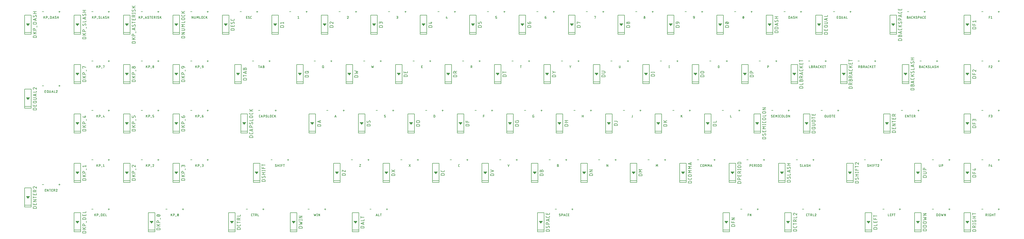
<source format=gbr>
G04 EAGLE Gerber RS-274X export*
G04 #@! %TF.Part,Single*
G04 #@! %TF.FileFunction,Legend,Top,1*
G04 #@! %TF.FilePolarity,Positive*
G04 #@! %TF.GenerationSoftware,Autodesk,EAGLE,9.5.1*
G04 #@! %TF.CreationDate,2019-11-07T18:59:26Z*
G75*
%MOMM*%
%FSLAX34Y34*%
%LPD*%
%INSilkscreen Top*%
%IPPOS*%
%AMOC8*
5,1,8,0,0,1.08239X$1,22.5*%
G01*
%ADD10C,0.127000*%
%ADD11C,0.200000*%
%ADD12C,0.203200*%


D10*
X2703040Y1082630D02*
X2708860Y1082630D01*
X2705950Y1079720D02*
X2705950Y1085540D01*
X2645360Y1082630D02*
X2639540Y1082630D01*
X2672502Y1063952D02*
X2672429Y1063797D01*
X2672359Y1063640D01*
X2672293Y1063482D01*
X2672231Y1063321D01*
X2672173Y1063160D01*
X2672119Y1062997D01*
X2672068Y1062833D01*
X2672022Y1062668D01*
X2671979Y1062501D01*
X2671940Y1062334D01*
X2671906Y1062166D01*
X2671875Y1061997D01*
X2671849Y1061827D01*
X2671826Y1061657D01*
X2671808Y1061486D01*
X2671793Y1061315D01*
X2671783Y1061143D01*
X2671777Y1060972D01*
X2671775Y1060800D01*
X2672502Y1063953D02*
X2672531Y1064031D01*
X2672563Y1064107D01*
X2672598Y1064181D01*
X2672637Y1064254D01*
X2672679Y1064325D01*
X2672725Y1064393D01*
X2672773Y1064460D01*
X2672825Y1064524D01*
X2672879Y1064586D01*
X2672936Y1064646D01*
X2672996Y1064702D01*
X2673059Y1064756D01*
X2673123Y1064807D01*
X2673191Y1064855D01*
X2673260Y1064900D01*
X2673331Y1064942D01*
X2673404Y1064980D01*
X2673479Y1065015D01*
X2673555Y1065046D01*
X2673633Y1065074D01*
X2673711Y1065098D01*
X2673791Y1065119D01*
X2673872Y1065136D01*
X2673953Y1065149D01*
X2674035Y1065158D01*
X2674118Y1065164D01*
X2674200Y1065166D01*
X2674282Y1065164D01*
X2674365Y1065158D01*
X2674447Y1065149D01*
X2674528Y1065136D01*
X2674609Y1065119D01*
X2674689Y1065098D01*
X2674767Y1065074D01*
X2674845Y1065046D01*
X2674921Y1065015D01*
X2674996Y1064980D01*
X2675069Y1064942D01*
X2675140Y1064900D01*
X2675209Y1064855D01*
X2675277Y1064807D01*
X2675341Y1064756D01*
X2675404Y1064702D01*
X2675464Y1064646D01*
X2675521Y1064586D01*
X2675575Y1064524D01*
X2675627Y1064460D01*
X2675675Y1064393D01*
X2675721Y1064325D01*
X2675763Y1064254D01*
X2675802Y1064181D01*
X2675837Y1064107D01*
X2675869Y1064031D01*
X2675898Y1063953D01*
X2675898Y1063952D02*
X2675971Y1063797D01*
X2676041Y1063640D01*
X2676107Y1063482D01*
X2676169Y1063321D01*
X2676227Y1063160D01*
X2676281Y1062997D01*
X2676332Y1062833D01*
X2676378Y1062668D01*
X2676421Y1062501D01*
X2676460Y1062334D01*
X2676494Y1062166D01*
X2676525Y1061997D01*
X2676551Y1061827D01*
X2676574Y1061657D01*
X2676592Y1061486D01*
X2676607Y1061315D01*
X2676617Y1061143D01*
X2676623Y1060972D01*
X2676625Y1060800D01*
X2671775Y1060800D02*
X2671777Y1060628D01*
X2671783Y1060457D01*
X2671793Y1060285D01*
X2671808Y1060114D01*
X2671826Y1059943D01*
X2671849Y1059773D01*
X2671875Y1059603D01*
X2671906Y1059434D01*
X2671940Y1059266D01*
X2671979Y1059099D01*
X2672022Y1058932D01*
X2672068Y1058767D01*
X2672119Y1058603D01*
X2672173Y1058440D01*
X2672231Y1058279D01*
X2672293Y1058118D01*
X2672359Y1057960D01*
X2672429Y1057803D01*
X2672502Y1057648D01*
X2672531Y1057570D01*
X2672563Y1057494D01*
X2672598Y1057420D01*
X2672637Y1057347D01*
X2672679Y1057276D01*
X2672725Y1057208D01*
X2672773Y1057141D01*
X2672825Y1057077D01*
X2672879Y1057015D01*
X2672936Y1056955D01*
X2672996Y1056899D01*
X2673059Y1056845D01*
X2673123Y1056794D01*
X2673191Y1056746D01*
X2673260Y1056701D01*
X2673331Y1056659D01*
X2673404Y1056621D01*
X2673479Y1056586D01*
X2673555Y1056555D01*
X2673633Y1056527D01*
X2673711Y1056503D01*
X2673791Y1056482D01*
X2673872Y1056465D01*
X2673953Y1056452D01*
X2674035Y1056443D01*
X2674118Y1056437D01*
X2674200Y1056435D01*
X2675898Y1057648D02*
X2675971Y1057803D01*
X2676041Y1057960D01*
X2676107Y1058118D01*
X2676169Y1058279D01*
X2676227Y1058440D01*
X2676281Y1058603D01*
X2676332Y1058767D01*
X2676378Y1058932D01*
X2676421Y1059099D01*
X2676460Y1059266D01*
X2676494Y1059434D01*
X2676525Y1059603D01*
X2676551Y1059773D01*
X2676574Y1059943D01*
X2676592Y1060114D01*
X2676607Y1060285D01*
X2676617Y1060457D01*
X2676623Y1060628D01*
X2676625Y1060800D01*
X2675898Y1057648D02*
X2675869Y1057570D01*
X2675837Y1057494D01*
X2675802Y1057420D01*
X2675763Y1057347D01*
X2675721Y1057276D01*
X2675675Y1057208D01*
X2675627Y1057141D01*
X2675575Y1057077D01*
X2675521Y1057015D01*
X2675464Y1056955D01*
X2675404Y1056899D01*
X2675341Y1056845D01*
X2675277Y1056794D01*
X2675209Y1056746D01*
X2675140Y1056701D01*
X2675069Y1056659D01*
X2674996Y1056621D01*
X2674921Y1056586D01*
X2674845Y1056555D01*
X2674767Y1056527D01*
X2674689Y1056503D01*
X2674609Y1056482D01*
X2674528Y1056465D01*
X2674447Y1056452D01*
X2674365Y1056443D01*
X2674282Y1056437D01*
X2674200Y1056435D01*
X2672260Y1058375D02*
X2676140Y1063225D01*
X994360Y1082630D02*
X988540Y1082630D01*
X991450Y1079720D02*
X991450Y1085540D01*
X930860Y1082630D02*
X925040Y1082630D01*
X957275Y1063225D02*
X959700Y1065165D01*
X959700Y1056435D01*
X957275Y1056435D02*
X962125Y1056435D01*
X1179040Y1082630D02*
X1184860Y1082630D01*
X1181950Y1079720D02*
X1181950Y1085540D01*
X1121360Y1082630D02*
X1115540Y1082630D01*
X1150443Y1065166D02*
X1150536Y1065164D01*
X1150628Y1065158D01*
X1150720Y1065148D01*
X1150812Y1065135D01*
X1150903Y1065117D01*
X1150993Y1065096D01*
X1151082Y1065070D01*
X1151170Y1065041D01*
X1151257Y1065009D01*
X1151342Y1064972D01*
X1151426Y1064932D01*
X1151508Y1064889D01*
X1151588Y1064842D01*
X1151665Y1064792D01*
X1151741Y1064738D01*
X1151814Y1064681D01*
X1151885Y1064622D01*
X1151954Y1064559D01*
X1152019Y1064494D01*
X1152082Y1064425D01*
X1152141Y1064354D01*
X1152198Y1064281D01*
X1152252Y1064205D01*
X1152302Y1064128D01*
X1152349Y1064048D01*
X1152392Y1063966D01*
X1152432Y1063882D01*
X1152469Y1063797D01*
X1152501Y1063710D01*
X1152530Y1063622D01*
X1152556Y1063533D01*
X1152577Y1063443D01*
X1152595Y1063352D01*
X1152608Y1063260D01*
X1152618Y1063168D01*
X1152624Y1063076D01*
X1152626Y1062983D01*
X1150443Y1065165D02*
X1150339Y1065163D01*
X1150236Y1065157D01*
X1150132Y1065148D01*
X1150030Y1065134D01*
X1149927Y1065117D01*
X1149826Y1065096D01*
X1149725Y1065072D01*
X1149625Y1065043D01*
X1149527Y1065011D01*
X1149429Y1064975D01*
X1149333Y1064936D01*
X1149239Y1064893D01*
X1149146Y1064847D01*
X1149055Y1064797D01*
X1148966Y1064744D01*
X1148879Y1064688D01*
X1148794Y1064629D01*
X1148711Y1064566D01*
X1148631Y1064501D01*
X1148553Y1064432D01*
X1148477Y1064361D01*
X1148405Y1064287D01*
X1148335Y1064210D01*
X1148268Y1064131D01*
X1148204Y1064049D01*
X1148143Y1063965D01*
X1148086Y1063879D01*
X1148031Y1063791D01*
X1147980Y1063701D01*
X1147932Y1063609D01*
X1147887Y1063515D01*
X1147847Y1063420D01*
X1147809Y1063323D01*
X1147775Y1063225D01*
X1151898Y1061286D02*
X1151965Y1061352D01*
X1152030Y1061422D01*
X1152091Y1061494D01*
X1152150Y1061568D01*
X1152206Y1061645D01*
X1152258Y1061724D01*
X1152308Y1061805D01*
X1152354Y1061888D01*
X1152396Y1061973D01*
X1152435Y1062060D01*
X1152471Y1062148D01*
X1152503Y1062237D01*
X1152531Y1062328D01*
X1152556Y1062419D01*
X1152577Y1062512D01*
X1152594Y1062605D01*
X1152608Y1062699D01*
X1152617Y1062793D01*
X1152623Y1062888D01*
X1152625Y1062983D01*
X1151898Y1061285D02*
X1147775Y1056435D01*
X1152625Y1056435D01*
X1369540Y1082630D02*
X1375360Y1082630D01*
X1372450Y1079720D02*
X1372450Y1085540D01*
X1311860Y1082630D02*
X1306040Y1082630D01*
X1338275Y1056435D02*
X1340700Y1056435D01*
X1340798Y1056437D01*
X1340895Y1056443D01*
X1340992Y1056453D01*
X1341089Y1056466D01*
X1341185Y1056484D01*
X1341280Y1056505D01*
X1341375Y1056531D01*
X1341468Y1056560D01*
X1341560Y1056593D01*
X1341651Y1056629D01*
X1341740Y1056669D01*
X1341827Y1056713D01*
X1341913Y1056760D01*
X1341996Y1056810D01*
X1342078Y1056864D01*
X1342157Y1056921D01*
X1342234Y1056982D01*
X1342308Y1057045D01*
X1342380Y1057111D01*
X1342449Y1057180D01*
X1342515Y1057252D01*
X1342578Y1057326D01*
X1342639Y1057403D01*
X1342696Y1057482D01*
X1342750Y1057564D01*
X1342800Y1057648D01*
X1342847Y1057733D01*
X1342891Y1057820D01*
X1342931Y1057909D01*
X1342967Y1058000D01*
X1343000Y1058092D01*
X1343029Y1058185D01*
X1343055Y1058280D01*
X1343076Y1058375D01*
X1343094Y1058471D01*
X1343107Y1058568D01*
X1343117Y1058665D01*
X1343123Y1058762D01*
X1343125Y1058860D01*
X1343123Y1058958D01*
X1343117Y1059055D01*
X1343107Y1059152D01*
X1343094Y1059249D01*
X1343076Y1059345D01*
X1343055Y1059440D01*
X1343029Y1059535D01*
X1343000Y1059628D01*
X1342967Y1059720D01*
X1342931Y1059811D01*
X1342891Y1059900D01*
X1342847Y1059987D01*
X1342800Y1060073D01*
X1342750Y1060156D01*
X1342696Y1060238D01*
X1342639Y1060317D01*
X1342578Y1060394D01*
X1342515Y1060468D01*
X1342449Y1060540D01*
X1342380Y1060609D01*
X1342308Y1060675D01*
X1342234Y1060738D01*
X1342157Y1060799D01*
X1342078Y1060856D01*
X1341996Y1060910D01*
X1341913Y1060960D01*
X1341827Y1061007D01*
X1341740Y1061051D01*
X1341651Y1061091D01*
X1341560Y1061127D01*
X1341468Y1061160D01*
X1341375Y1061189D01*
X1341280Y1061215D01*
X1341185Y1061236D01*
X1341089Y1061254D01*
X1340992Y1061267D01*
X1340895Y1061277D01*
X1340798Y1061283D01*
X1340700Y1061285D01*
X1341185Y1065165D02*
X1338275Y1065165D01*
X1341185Y1065165D02*
X1341272Y1065163D01*
X1341359Y1065157D01*
X1341445Y1065147D01*
X1341531Y1065134D01*
X1341617Y1065116D01*
X1341701Y1065095D01*
X1341784Y1065070D01*
X1341867Y1065041D01*
X1341947Y1065009D01*
X1342027Y1064973D01*
X1342104Y1064933D01*
X1342180Y1064890D01*
X1342254Y1064844D01*
X1342325Y1064794D01*
X1342395Y1064742D01*
X1342461Y1064686D01*
X1342526Y1064627D01*
X1342587Y1064566D01*
X1342646Y1064501D01*
X1342702Y1064435D01*
X1342754Y1064365D01*
X1342804Y1064294D01*
X1342850Y1064220D01*
X1342893Y1064144D01*
X1342933Y1064067D01*
X1342969Y1063987D01*
X1343001Y1063907D01*
X1343030Y1063824D01*
X1343055Y1063741D01*
X1343076Y1063657D01*
X1343094Y1063571D01*
X1343107Y1063485D01*
X1343117Y1063399D01*
X1343123Y1063312D01*
X1343125Y1063225D01*
X1343123Y1063138D01*
X1343117Y1063051D01*
X1343107Y1062965D01*
X1343094Y1062879D01*
X1343076Y1062793D01*
X1343055Y1062709D01*
X1343030Y1062626D01*
X1343001Y1062543D01*
X1342969Y1062463D01*
X1342933Y1062383D01*
X1342893Y1062306D01*
X1342850Y1062230D01*
X1342804Y1062156D01*
X1342754Y1062085D01*
X1342702Y1062015D01*
X1342646Y1061949D01*
X1342587Y1061884D01*
X1342526Y1061823D01*
X1342461Y1061764D01*
X1342395Y1061708D01*
X1342325Y1061656D01*
X1342254Y1061606D01*
X1342180Y1061560D01*
X1342104Y1061517D01*
X1342027Y1061477D01*
X1341947Y1061441D01*
X1341867Y1061409D01*
X1341784Y1061380D01*
X1341701Y1061355D01*
X1341617Y1061334D01*
X1341531Y1061316D01*
X1341445Y1061303D01*
X1341359Y1061293D01*
X1341272Y1061287D01*
X1341185Y1061285D01*
X1339245Y1061285D01*
X1560040Y1082630D02*
X1565860Y1082630D01*
X1562950Y1079720D02*
X1562950Y1085540D01*
X1502360Y1082630D02*
X1496540Y1082630D01*
X1530715Y1065165D02*
X1528775Y1058375D01*
X1533625Y1058375D01*
X1532170Y1060315D02*
X1532170Y1056435D01*
X1750540Y1082630D02*
X1756360Y1082630D01*
X1753450Y1079720D02*
X1753450Y1085540D01*
X1692860Y1082630D02*
X1687040Y1082630D01*
X1719275Y1056435D02*
X1722185Y1056435D01*
X1722272Y1056437D01*
X1722359Y1056443D01*
X1722445Y1056453D01*
X1722531Y1056466D01*
X1722617Y1056484D01*
X1722701Y1056505D01*
X1722784Y1056530D01*
X1722867Y1056559D01*
X1722947Y1056591D01*
X1723027Y1056627D01*
X1723104Y1056667D01*
X1723180Y1056710D01*
X1723254Y1056756D01*
X1723325Y1056806D01*
X1723395Y1056858D01*
X1723461Y1056914D01*
X1723526Y1056973D01*
X1723587Y1057034D01*
X1723646Y1057099D01*
X1723702Y1057165D01*
X1723754Y1057235D01*
X1723804Y1057306D01*
X1723850Y1057380D01*
X1723893Y1057456D01*
X1723933Y1057533D01*
X1723969Y1057613D01*
X1724001Y1057693D01*
X1724030Y1057776D01*
X1724055Y1057859D01*
X1724076Y1057943D01*
X1724094Y1058029D01*
X1724107Y1058115D01*
X1724117Y1058201D01*
X1724123Y1058288D01*
X1724125Y1058375D01*
X1724125Y1059345D01*
X1724123Y1059432D01*
X1724117Y1059519D01*
X1724107Y1059605D01*
X1724094Y1059691D01*
X1724076Y1059777D01*
X1724055Y1059861D01*
X1724030Y1059944D01*
X1724001Y1060027D01*
X1723969Y1060107D01*
X1723933Y1060187D01*
X1723893Y1060264D01*
X1723850Y1060340D01*
X1723804Y1060414D01*
X1723754Y1060485D01*
X1723702Y1060555D01*
X1723646Y1060621D01*
X1723587Y1060686D01*
X1723526Y1060747D01*
X1723461Y1060806D01*
X1723395Y1060862D01*
X1723325Y1060914D01*
X1723254Y1060964D01*
X1723180Y1061010D01*
X1723104Y1061053D01*
X1723027Y1061093D01*
X1722947Y1061129D01*
X1722867Y1061161D01*
X1722784Y1061190D01*
X1722701Y1061215D01*
X1722617Y1061236D01*
X1722531Y1061254D01*
X1722445Y1061267D01*
X1722359Y1061277D01*
X1722272Y1061283D01*
X1722185Y1061285D01*
X1719275Y1061285D01*
X1719275Y1065165D01*
X1724125Y1065165D01*
X1941040Y1082630D02*
X1946860Y1082630D01*
X1943950Y1079720D02*
X1943950Y1085540D01*
X1883360Y1082630D02*
X1877540Y1082630D01*
X1909775Y1061285D02*
X1912685Y1061285D01*
X1912772Y1061283D01*
X1912859Y1061277D01*
X1912945Y1061267D01*
X1913031Y1061254D01*
X1913117Y1061236D01*
X1913201Y1061215D01*
X1913284Y1061190D01*
X1913367Y1061161D01*
X1913447Y1061129D01*
X1913527Y1061093D01*
X1913604Y1061053D01*
X1913680Y1061010D01*
X1913754Y1060964D01*
X1913825Y1060914D01*
X1913895Y1060862D01*
X1913961Y1060806D01*
X1914026Y1060747D01*
X1914087Y1060686D01*
X1914146Y1060621D01*
X1914202Y1060555D01*
X1914254Y1060485D01*
X1914304Y1060414D01*
X1914350Y1060340D01*
X1914393Y1060264D01*
X1914433Y1060187D01*
X1914469Y1060107D01*
X1914501Y1060027D01*
X1914530Y1059944D01*
X1914555Y1059861D01*
X1914576Y1059777D01*
X1914594Y1059691D01*
X1914607Y1059605D01*
X1914617Y1059519D01*
X1914623Y1059432D01*
X1914625Y1059345D01*
X1914625Y1058860D01*
X1914623Y1058762D01*
X1914617Y1058665D01*
X1914607Y1058568D01*
X1914594Y1058471D01*
X1914576Y1058375D01*
X1914555Y1058280D01*
X1914529Y1058185D01*
X1914500Y1058092D01*
X1914467Y1058000D01*
X1914431Y1057909D01*
X1914391Y1057820D01*
X1914347Y1057733D01*
X1914300Y1057648D01*
X1914250Y1057564D01*
X1914196Y1057482D01*
X1914139Y1057403D01*
X1914078Y1057326D01*
X1914015Y1057252D01*
X1913949Y1057180D01*
X1913880Y1057111D01*
X1913808Y1057045D01*
X1913734Y1056982D01*
X1913657Y1056921D01*
X1913578Y1056864D01*
X1913496Y1056810D01*
X1913413Y1056760D01*
X1913327Y1056713D01*
X1913240Y1056669D01*
X1913151Y1056629D01*
X1913060Y1056593D01*
X1912968Y1056560D01*
X1912875Y1056531D01*
X1912780Y1056505D01*
X1912685Y1056484D01*
X1912589Y1056466D01*
X1912492Y1056453D01*
X1912395Y1056443D01*
X1912298Y1056437D01*
X1912200Y1056435D01*
X1912102Y1056437D01*
X1912005Y1056443D01*
X1911908Y1056453D01*
X1911811Y1056466D01*
X1911715Y1056484D01*
X1911620Y1056505D01*
X1911525Y1056531D01*
X1911432Y1056560D01*
X1911340Y1056593D01*
X1911249Y1056629D01*
X1911160Y1056669D01*
X1911073Y1056713D01*
X1910988Y1056760D01*
X1910904Y1056810D01*
X1910822Y1056864D01*
X1910743Y1056921D01*
X1910666Y1056982D01*
X1910592Y1057045D01*
X1910520Y1057111D01*
X1910451Y1057180D01*
X1910385Y1057252D01*
X1910322Y1057326D01*
X1910261Y1057403D01*
X1910204Y1057482D01*
X1910150Y1057564D01*
X1910100Y1057648D01*
X1910053Y1057733D01*
X1910009Y1057820D01*
X1909969Y1057909D01*
X1909933Y1058000D01*
X1909900Y1058092D01*
X1909871Y1058185D01*
X1909845Y1058280D01*
X1909824Y1058375D01*
X1909806Y1058471D01*
X1909793Y1058568D01*
X1909783Y1058665D01*
X1909777Y1058762D01*
X1909775Y1058860D01*
X1909775Y1061285D01*
X1909777Y1061407D01*
X1909783Y1061529D01*
X1909792Y1061650D01*
X1909806Y1061771D01*
X1909823Y1061892D01*
X1909844Y1062012D01*
X1909868Y1062131D01*
X1909897Y1062250D01*
X1909929Y1062367D01*
X1909965Y1062484D01*
X1910004Y1062599D01*
X1910047Y1062713D01*
X1910094Y1062826D01*
X1910144Y1062937D01*
X1910198Y1063046D01*
X1910255Y1063154D01*
X1910315Y1063260D01*
X1910379Y1063364D01*
X1910446Y1063466D01*
X1910516Y1063566D01*
X1910589Y1063663D01*
X1910665Y1063758D01*
X1910745Y1063851D01*
X1910827Y1063941D01*
X1910911Y1064029D01*
X1910999Y1064113D01*
X1911089Y1064195D01*
X1911182Y1064275D01*
X1911277Y1064351D01*
X1911374Y1064424D01*
X1911474Y1064494D01*
X1911576Y1064561D01*
X1911680Y1064625D01*
X1911786Y1064685D01*
X1911894Y1064742D01*
X1912003Y1064796D01*
X1912114Y1064846D01*
X1912227Y1064893D01*
X1912341Y1064936D01*
X1912456Y1064975D01*
X1912573Y1065011D01*
X1912690Y1065043D01*
X1912809Y1065072D01*
X1912928Y1065096D01*
X1913048Y1065117D01*
X1913169Y1065134D01*
X1913290Y1065148D01*
X1913411Y1065157D01*
X1913533Y1065163D01*
X1913655Y1065165D01*
X2131540Y1082630D02*
X2137360Y1082630D01*
X2134450Y1079720D02*
X2134450Y1085540D01*
X2073860Y1082630D02*
X2068040Y1082630D01*
X2100275Y1065165D02*
X2100275Y1064195D01*
X2100275Y1065165D02*
X2105125Y1065165D01*
X2102700Y1056435D01*
X2322040Y1082630D02*
X2327860Y1082630D01*
X2324950Y1079720D02*
X2324950Y1085540D01*
X2264360Y1082630D02*
X2258540Y1082630D01*
X2290775Y1058860D02*
X2290777Y1058958D01*
X2290783Y1059055D01*
X2290793Y1059152D01*
X2290806Y1059249D01*
X2290824Y1059345D01*
X2290845Y1059440D01*
X2290871Y1059535D01*
X2290900Y1059628D01*
X2290933Y1059720D01*
X2290969Y1059811D01*
X2291009Y1059900D01*
X2291053Y1059987D01*
X2291100Y1060073D01*
X2291150Y1060156D01*
X2291204Y1060238D01*
X2291261Y1060317D01*
X2291322Y1060394D01*
X2291385Y1060468D01*
X2291451Y1060540D01*
X2291520Y1060609D01*
X2291592Y1060675D01*
X2291666Y1060738D01*
X2291743Y1060799D01*
X2291822Y1060856D01*
X2291904Y1060910D01*
X2291988Y1060960D01*
X2292073Y1061007D01*
X2292160Y1061051D01*
X2292249Y1061091D01*
X2292340Y1061127D01*
X2292432Y1061160D01*
X2292525Y1061189D01*
X2292620Y1061215D01*
X2292715Y1061236D01*
X2292811Y1061254D01*
X2292908Y1061267D01*
X2293005Y1061277D01*
X2293102Y1061283D01*
X2293200Y1061285D01*
X2293298Y1061283D01*
X2293395Y1061277D01*
X2293492Y1061267D01*
X2293589Y1061254D01*
X2293685Y1061236D01*
X2293780Y1061215D01*
X2293875Y1061189D01*
X2293968Y1061160D01*
X2294060Y1061127D01*
X2294151Y1061091D01*
X2294240Y1061051D01*
X2294327Y1061007D01*
X2294413Y1060960D01*
X2294496Y1060910D01*
X2294578Y1060856D01*
X2294657Y1060799D01*
X2294734Y1060738D01*
X2294808Y1060675D01*
X2294880Y1060609D01*
X2294949Y1060540D01*
X2295015Y1060468D01*
X2295078Y1060394D01*
X2295139Y1060317D01*
X2295196Y1060238D01*
X2295250Y1060156D01*
X2295300Y1060073D01*
X2295347Y1059987D01*
X2295391Y1059900D01*
X2295431Y1059811D01*
X2295467Y1059720D01*
X2295500Y1059628D01*
X2295529Y1059535D01*
X2295555Y1059440D01*
X2295576Y1059345D01*
X2295594Y1059249D01*
X2295607Y1059152D01*
X2295617Y1059055D01*
X2295623Y1058958D01*
X2295625Y1058860D01*
X2295623Y1058762D01*
X2295617Y1058665D01*
X2295607Y1058568D01*
X2295594Y1058471D01*
X2295576Y1058375D01*
X2295555Y1058280D01*
X2295529Y1058185D01*
X2295500Y1058092D01*
X2295467Y1058000D01*
X2295431Y1057909D01*
X2295391Y1057820D01*
X2295347Y1057733D01*
X2295300Y1057648D01*
X2295250Y1057564D01*
X2295196Y1057482D01*
X2295139Y1057403D01*
X2295078Y1057326D01*
X2295015Y1057252D01*
X2294949Y1057180D01*
X2294880Y1057111D01*
X2294808Y1057045D01*
X2294734Y1056982D01*
X2294657Y1056921D01*
X2294578Y1056864D01*
X2294496Y1056810D01*
X2294413Y1056760D01*
X2294327Y1056713D01*
X2294240Y1056669D01*
X2294151Y1056629D01*
X2294060Y1056593D01*
X2293968Y1056560D01*
X2293875Y1056531D01*
X2293780Y1056505D01*
X2293685Y1056484D01*
X2293589Y1056466D01*
X2293492Y1056453D01*
X2293395Y1056443D01*
X2293298Y1056437D01*
X2293200Y1056435D01*
X2293102Y1056437D01*
X2293005Y1056443D01*
X2292908Y1056453D01*
X2292811Y1056466D01*
X2292715Y1056484D01*
X2292620Y1056505D01*
X2292525Y1056531D01*
X2292432Y1056560D01*
X2292340Y1056593D01*
X2292249Y1056629D01*
X2292160Y1056669D01*
X2292073Y1056713D01*
X2291988Y1056760D01*
X2291904Y1056810D01*
X2291822Y1056864D01*
X2291743Y1056921D01*
X2291666Y1056982D01*
X2291592Y1057045D01*
X2291520Y1057111D01*
X2291451Y1057180D01*
X2291385Y1057252D01*
X2291322Y1057326D01*
X2291261Y1057403D01*
X2291204Y1057482D01*
X2291150Y1057564D01*
X2291100Y1057648D01*
X2291053Y1057733D01*
X2291009Y1057820D01*
X2290969Y1057909D01*
X2290933Y1058000D01*
X2290900Y1058092D01*
X2290871Y1058185D01*
X2290845Y1058280D01*
X2290824Y1058375D01*
X2290806Y1058471D01*
X2290793Y1058568D01*
X2290783Y1058665D01*
X2290777Y1058762D01*
X2290775Y1058860D01*
X2291260Y1063225D02*
X2291262Y1063312D01*
X2291268Y1063399D01*
X2291278Y1063485D01*
X2291291Y1063571D01*
X2291309Y1063657D01*
X2291330Y1063741D01*
X2291355Y1063824D01*
X2291384Y1063907D01*
X2291416Y1063987D01*
X2291452Y1064067D01*
X2291492Y1064144D01*
X2291535Y1064220D01*
X2291581Y1064294D01*
X2291631Y1064365D01*
X2291683Y1064435D01*
X2291739Y1064501D01*
X2291798Y1064566D01*
X2291859Y1064627D01*
X2291924Y1064686D01*
X2291990Y1064742D01*
X2292060Y1064794D01*
X2292131Y1064844D01*
X2292205Y1064890D01*
X2292281Y1064933D01*
X2292358Y1064973D01*
X2292438Y1065009D01*
X2292518Y1065041D01*
X2292601Y1065070D01*
X2292684Y1065095D01*
X2292768Y1065116D01*
X2292854Y1065134D01*
X2292940Y1065147D01*
X2293026Y1065157D01*
X2293113Y1065163D01*
X2293200Y1065165D01*
X2293287Y1065163D01*
X2293374Y1065157D01*
X2293460Y1065147D01*
X2293546Y1065134D01*
X2293632Y1065116D01*
X2293716Y1065095D01*
X2293799Y1065070D01*
X2293882Y1065041D01*
X2293962Y1065009D01*
X2294042Y1064973D01*
X2294119Y1064933D01*
X2294195Y1064890D01*
X2294269Y1064844D01*
X2294340Y1064794D01*
X2294410Y1064742D01*
X2294476Y1064686D01*
X2294541Y1064627D01*
X2294602Y1064566D01*
X2294661Y1064501D01*
X2294717Y1064435D01*
X2294769Y1064365D01*
X2294819Y1064294D01*
X2294865Y1064220D01*
X2294908Y1064144D01*
X2294948Y1064067D01*
X2294984Y1063987D01*
X2295016Y1063907D01*
X2295045Y1063824D01*
X2295070Y1063741D01*
X2295091Y1063657D01*
X2295109Y1063571D01*
X2295122Y1063485D01*
X2295132Y1063399D01*
X2295138Y1063312D01*
X2295140Y1063225D01*
X2295138Y1063138D01*
X2295132Y1063051D01*
X2295122Y1062965D01*
X2295109Y1062879D01*
X2295091Y1062793D01*
X2295070Y1062709D01*
X2295045Y1062626D01*
X2295016Y1062543D01*
X2294984Y1062463D01*
X2294948Y1062383D01*
X2294908Y1062306D01*
X2294865Y1062230D01*
X2294819Y1062156D01*
X2294769Y1062085D01*
X2294717Y1062015D01*
X2294661Y1061949D01*
X2294602Y1061884D01*
X2294541Y1061823D01*
X2294476Y1061764D01*
X2294410Y1061708D01*
X2294340Y1061656D01*
X2294269Y1061606D01*
X2294195Y1061560D01*
X2294119Y1061517D01*
X2294042Y1061477D01*
X2293962Y1061441D01*
X2293882Y1061409D01*
X2293799Y1061380D01*
X2293716Y1061355D01*
X2293632Y1061334D01*
X2293546Y1061316D01*
X2293460Y1061303D01*
X2293374Y1061293D01*
X2293287Y1061287D01*
X2293200Y1061285D01*
X2293113Y1061287D01*
X2293026Y1061293D01*
X2292940Y1061303D01*
X2292854Y1061316D01*
X2292768Y1061334D01*
X2292684Y1061355D01*
X2292601Y1061380D01*
X2292518Y1061409D01*
X2292438Y1061441D01*
X2292358Y1061477D01*
X2292281Y1061517D01*
X2292205Y1061560D01*
X2292131Y1061606D01*
X2292060Y1061656D01*
X2291990Y1061708D01*
X2291924Y1061764D01*
X2291859Y1061823D01*
X2291798Y1061884D01*
X2291739Y1061949D01*
X2291683Y1062015D01*
X2291631Y1062085D01*
X2291581Y1062156D01*
X2291535Y1062230D01*
X2291492Y1062306D01*
X2291452Y1062383D01*
X2291416Y1062463D01*
X2291384Y1062543D01*
X2291355Y1062626D01*
X2291330Y1062709D01*
X2291309Y1062793D01*
X2291291Y1062879D01*
X2291278Y1062965D01*
X2291268Y1063051D01*
X2291262Y1063138D01*
X2291260Y1063225D01*
X2512540Y1082630D02*
X2518360Y1082630D01*
X2515450Y1079720D02*
X2515450Y1085540D01*
X2454860Y1082630D02*
X2449040Y1082630D01*
X2483215Y1060315D02*
X2486125Y1060315D01*
X2483215Y1060315D02*
X2483128Y1060317D01*
X2483041Y1060323D01*
X2482955Y1060333D01*
X2482869Y1060346D01*
X2482783Y1060364D01*
X2482699Y1060385D01*
X2482616Y1060410D01*
X2482533Y1060439D01*
X2482453Y1060471D01*
X2482373Y1060507D01*
X2482296Y1060547D01*
X2482220Y1060590D01*
X2482146Y1060636D01*
X2482075Y1060686D01*
X2482005Y1060738D01*
X2481939Y1060794D01*
X2481874Y1060853D01*
X2481813Y1060914D01*
X2481754Y1060979D01*
X2481698Y1061045D01*
X2481646Y1061115D01*
X2481596Y1061186D01*
X2481550Y1061260D01*
X2481507Y1061336D01*
X2481467Y1061413D01*
X2481431Y1061493D01*
X2481399Y1061573D01*
X2481370Y1061656D01*
X2481345Y1061739D01*
X2481324Y1061823D01*
X2481306Y1061909D01*
X2481293Y1061995D01*
X2481283Y1062081D01*
X2481277Y1062168D01*
X2481275Y1062255D01*
X2481275Y1062740D01*
X2481277Y1062838D01*
X2481283Y1062935D01*
X2481293Y1063032D01*
X2481306Y1063129D01*
X2481324Y1063225D01*
X2481345Y1063320D01*
X2481371Y1063415D01*
X2481400Y1063508D01*
X2481433Y1063600D01*
X2481469Y1063691D01*
X2481509Y1063780D01*
X2481553Y1063867D01*
X2481600Y1063953D01*
X2481650Y1064036D01*
X2481704Y1064118D01*
X2481761Y1064197D01*
X2481822Y1064274D01*
X2481885Y1064348D01*
X2481951Y1064420D01*
X2482020Y1064489D01*
X2482092Y1064555D01*
X2482166Y1064618D01*
X2482243Y1064679D01*
X2482322Y1064736D01*
X2482404Y1064790D01*
X2482488Y1064840D01*
X2482573Y1064887D01*
X2482660Y1064931D01*
X2482749Y1064971D01*
X2482840Y1065007D01*
X2482932Y1065040D01*
X2483025Y1065069D01*
X2483120Y1065095D01*
X2483215Y1065116D01*
X2483311Y1065134D01*
X2483408Y1065147D01*
X2483505Y1065157D01*
X2483602Y1065163D01*
X2483700Y1065165D01*
X2483798Y1065163D01*
X2483895Y1065157D01*
X2483992Y1065147D01*
X2484089Y1065134D01*
X2484185Y1065116D01*
X2484280Y1065095D01*
X2484375Y1065069D01*
X2484468Y1065040D01*
X2484560Y1065007D01*
X2484651Y1064971D01*
X2484740Y1064931D01*
X2484827Y1064887D01*
X2484913Y1064840D01*
X2484996Y1064790D01*
X2485078Y1064736D01*
X2485157Y1064679D01*
X2485234Y1064618D01*
X2485308Y1064555D01*
X2485380Y1064489D01*
X2485449Y1064420D01*
X2485515Y1064348D01*
X2485578Y1064274D01*
X2485639Y1064197D01*
X2485696Y1064118D01*
X2485750Y1064036D01*
X2485800Y1063953D01*
X2485847Y1063867D01*
X2485891Y1063780D01*
X2485931Y1063691D01*
X2485967Y1063600D01*
X2486000Y1063508D01*
X2486029Y1063415D01*
X2486055Y1063320D01*
X2486076Y1063225D01*
X2486094Y1063129D01*
X2486107Y1063032D01*
X2486117Y1062935D01*
X2486123Y1062838D01*
X2486125Y1062740D01*
X2486125Y1060315D01*
X2486123Y1060193D01*
X2486117Y1060071D01*
X2486108Y1059950D01*
X2486094Y1059829D01*
X2486077Y1059708D01*
X2486056Y1059588D01*
X2486032Y1059469D01*
X2486003Y1059350D01*
X2485971Y1059233D01*
X2485935Y1059116D01*
X2485896Y1059001D01*
X2485853Y1058887D01*
X2485806Y1058774D01*
X2485756Y1058663D01*
X2485702Y1058554D01*
X2485645Y1058446D01*
X2485585Y1058340D01*
X2485521Y1058236D01*
X2485454Y1058134D01*
X2485384Y1058034D01*
X2485311Y1057937D01*
X2485235Y1057842D01*
X2485155Y1057749D01*
X2485073Y1057659D01*
X2484989Y1057571D01*
X2484901Y1057487D01*
X2484811Y1057405D01*
X2484718Y1057325D01*
X2484623Y1057249D01*
X2484526Y1057176D01*
X2484426Y1057106D01*
X2484324Y1057039D01*
X2484220Y1056975D01*
X2484114Y1056915D01*
X2484006Y1056858D01*
X2483897Y1056804D01*
X2483786Y1056754D01*
X2483673Y1056707D01*
X2483559Y1056664D01*
X2483444Y1056625D01*
X2483327Y1056589D01*
X2483210Y1056557D01*
X2483091Y1056528D01*
X2482972Y1056504D01*
X2482852Y1056483D01*
X2482731Y1056466D01*
X2482610Y1056452D01*
X2482489Y1056443D01*
X2482367Y1056437D01*
X2482245Y1056435D01*
X1137260Y701630D02*
X1131440Y701630D01*
X1134350Y698720D02*
X1134350Y704540D01*
X1073760Y701630D02*
X1067940Y701630D01*
X1102600Y684165D02*
X1099690Y675435D01*
X1105510Y675435D02*
X1102600Y684165D01*
X1104783Y677618D02*
X1100418Y677618D01*
X1298140Y320630D02*
X1303960Y320630D01*
X1301050Y317720D02*
X1301050Y323540D01*
X1240460Y320630D02*
X1234640Y320630D01*
X1261443Y303165D02*
X1258533Y294435D01*
X1264353Y294435D02*
X1261443Y303165D01*
X1263625Y296618D02*
X1259260Y296618D01*
X1268341Y294435D02*
X1268341Y303165D01*
X1268341Y294435D02*
X1272221Y294435D01*
X1277643Y294435D02*
X1277643Y303165D01*
X1275218Y303165D02*
X1280068Y303165D01*
X1988640Y511130D02*
X1994460Y511130D01*
X1991550Y508220D02*
X1991550Y514040D01*
X1930960Y511130D02*
X1925140Y511130D01*
X1957375Y489785D02*
X1959800Y489785D01*
X1959898Y489783D01*
X1959995Y489777D01*
X1960092Y489767D01*
X1960189Y489754D01*
X1960285Y489736D01*
X1960380Y489715D01*
X1960475Y489689D01*
X1960568Y489660D01*
X1960660Y489627D01*
X1960751Y489591D01*
X1960840Y489551D01*
X1960927Y489507D01*
X1961013Y489460D01*
X1961096Y489410D01*
X1961178Y489356D01*
X1961257Y489299D01*
X1961334Y489238D01*
X1961408Y489175D01*
X1961480Y489109D01*
X1961549Y489040D01*
X1961615Y488968D01*
X1961678Y488894D01*
X1961739Y488817D01*
X1961796Y488738D01*
X1961850Y488656D01*
X1961900Y488573D01*
X1961947Y488487D01*
X1961991Y488400D01*
X1962031Y488311D01*
X1962067Y488220D01*
X1962100Y488128D01*
X1962129Y488035D01*
X1962155Y487940D01*
X1962176Y487845D01*
X1962194Y487749D01*
X1962207Y487652D01*
X1962217Y487555D01*
X1962223Y487458D01*
X1962225Y487360D01*
X1962223Y487262D01*
X1962217Y487165D01*
X1962207Y487068D01*
X1962194Y486971D01*
X1962176Y486875D01*
X1962155Y486780D01*
X1962129Y486685D01*
X1962100Y486592D01*
X1962067Y486500D01*
X1962031Y486409D01*
X1961991Y486320D01*
X1961947Y486233D01*
X1961900Y486148D01*
X1961850Y486064D01*
X1961796Y485982D01*
X1961739Y485903D01*
X1961678Y485826D01*
X1961615Y485752D01*
X1961549Y485680D01*
X1961480Y485611D01*
X1961408Y485545D01*
X1961334Y485482D01*
X1961257Y485421D01*
X1961178Y485364D01*
X1961096Y485310D01*
X1961013Y485260D01*
X1960927Y485213D01*
X1960840Y485169D01*
X1960751Y485129D01*
X1960660Y485093D01*
X1960568Y485060D01*
X1960475Y485031D01*
X1960380Y485005D01*
X1960285Y484984D01*
X1960189Y484966D01*
X1960092Y484953D01*
X1959995Y484943D01*
X1959898Y484937D01*
X1959800Y484935D01*
X1957375Y484935D01*
X1957375Y493665D01*
X1959800Y493665D01*
X1959887Y493663D01*
X1959974Y493657D01*
X1960060Y493647D01*
X1960146Y493634D01*
X1960232Y493616D01*
X1960316Y493595D01*
X1960399Y493570D01*
X1960482Y493541D01*
X1960562Y493509D01*
X1960642Y493473D01*
X1960719Y493433D01*
X1960795Y493390D01*
X1960869Y493344D01*
X1960940Y493294D01*
X1961010Y493242D01*
X1961076Y493186D01*
X1961141Y493127D01*
X1961202Y493066D01*
X1961261Y493001D01*
X1961317Y492935D01*
X1961369Y492865D01*
X1961419Y492794D01*
X1961465Y492720D01*
X1961508Y492644D01*
X1961548Y492567D01*
X1961584Y492487D01*
X1961616Y492407D01*
X1961645Y492324D01*
X1961670Y492241D01*
X1961691Y492157D01*
X1961709Y492071D01*
X1961722Y491985D01*
X1961732Y491899D01*
X1961738Y491812D01*
X1961740Y491725D01*
X1961738Y491638D01*
X1961732Y491551D01*
X1961722Y491465D01*
X1961709Y491379D01*
X1961691Y491293D01*
X1961670Y491209D01*
X1961645Y491126D01*
X1961616Y491043D01*
X1961584Y490963D01*
X1961548Y490883D01*
X1961508Y490806D01*
X1961465Y490730D01*
X1961419Y490656D01*
X1961369Y490585D01*
X1961317Y490515D01*
X1961261Y490449D01*
X1961202Y490384D01*
X1961141Y490323D01*
X1961076Y490264D01*
X1961010Y490208D01*
X1960940Y490156D01*
X1960869Y490106D01*
X1960795Y490060D01*
X1960719Y490017D01*
X1960642Y489977D01*
X1960562Y489941D01*
X1960482Y489909D01*
X1960399Y489880D01*
X1960316Y489855D01*
X1960232Y489834D01*
X1960146Y489816D01*
X1960060Y489803D01*
X1959974Y489793D01*
X1959887Y489787D01*
X1959800Y489785D01*
X3417440Y892130D02*
X3423260Y892130D01*
X3420350Y889220D02*
X3420350Y895040D01*
X3359760Y892130D02*
X3353940Y892130D01*
X3354636Y870785D02*
X3352211Y870785D01*
X3354636Y870785D02*
X3354734Y870783D01*
X3354831Y870777D01*
X3354928Y870767D01*
X3355025Y870754D01*
X3355121Y870736D01*
X3355216Y870715D01*
X3355311Y870689D01*
X3355404Y870660D01*
X3355496Y870627D01*
X3355587Y870591D01*
X3355676Y870551D01*
X3355763Y870507D01*
X3355849Y870460D01*
X3355932Y870410D01*
X3356014Y870356D01*
X3356093Y870299D01*
X3356170Y870238D01*
X3356244Y870175D01*
X3356316Y870109D01*
X3356385Y870040D01*
X3356451Y869968D01*
X3356514Y869894D01*
X3356575Y869817D01*
X3356632Y869738D01*
X3356686Y869656D01*
X3356736Y869573D01*
X3356783Y869487D01*
X3356827Y869400D01*
X3356867Y869311D01*
X3356903Y869220D01*
X3356936Y869128D01*
X3356965Y869035D01*
X3356991Y868940D01*
X3357012Y868845D01*
X3357030Y868749D01*
X3357043Y868652D01*
X3357053Y868555D01*
X3357059Y868458D01*
X3357061Y868360D01*
X3357059Y868262D01*
X3357053Y868165D01*
X3357043Y868068D01*
X3357030Y867971D01*
X3357012Y867875D01*
X3356991Y867780D01*
X3356965Y867685D01*
X3356936Y867592D01*
X3356903Y867500D01*
X3356867Y867409D01*
X3356827Y867320D01*
X3356783Y867233D01*
X3356736Y867148D01*
X3356686Y867064D01*
X3356632Y866982D01*
X3356575Y866903D01*
X3356514Y866826D01*
X3356451Y866752D01*
X3356385Y866680D01*
X3356316Y866611D01*
X3356244Y866545D01*
X3356170Y866482D01*
X3356093Y866421D01*
X3356014Y866364D01*
X3355932Y866310D01*
X3355849Y866260D01*
X3355763Y866213D01*
X3355676Y866169D01*
X3355587Y866129D01*
X3355496Y866093D01*
X3355404Y866060D01*
X3355311Y866031D01*
X3355216Y866005D01*
X3355121Y865984D01*
X3355025Y865966D01*
X3354928Y865953D01*
X3354831Y865943D01*
X3354734Y865937D01*
X3354636Y865935D01*
X3352211Y865935D01*
X3352211Y874665D01*
X3354636Y874665D01*
X3354723Y874663D01*
X3354810Y874657D01*
X3354896Y874647D01*
X3354982Y874634D01*
X3355068Y874616D01*
X3355152Y874595D01*
X3355235Y874570D01*
X3355318Y874541D01*
X3355398Y874509D01*
X3355478Y874473D01*
X3355555Y874433D01*
X3355631Y874390D01*
X3355705Y874344D01*
X3355776Y874294D01*
X3355846Y874242D01*
X3355912Y874186D01*
X3355977Y874127D01*
X3356038Y874066D01*
X3356097Y874001D01*
X3356153Y873935D01*
X3356205Y873865D01*
X3356255Y873794D01*
X3356301Y873720D01*
X3356344Y873644D01*
X3356384Y873567D01*
X3356420Y873487D01*
X3356452Y873407D01*
X3356481Y873324D01*
X3356506Y873241D01*
X3356527Y873157D01*
X3356545Y873071D01*
X3356558Y872985D01*
X3356568Y872899D01*
X3356574Y872812D01*
X3356576Y872725D01*
X3356574Y872638D01*
X3356568Y872551D01*
X3356558Y872465D01*
X3356545Y872379D01*
X3356527Y872293D01*
X3356506Y872209D01*
X3356481Y872126D01*
X3356452Y872043D01*
X3356420Y871963D01*
X3356384Y871883D01*
X3356344Y871806D01*
X3356301Y871730D01*
X3356255Y871656D01*
X3356205Y871585D01*
X3356153Y871515D01*
X3356097Y871449D01*
X3356038Y871384D01*
X3355977Y871323D01*
X3355912Y871264D01*
X3355846Y871208D01*
X3355776Y871156D01*
X3355705Y871106D01*
X3355631Y871060D01*
X3355555Y871017D01*
X3355478Y870977D01*
X3355398Y870941D01*
X3355318Y870909D01*
X3355235Y870880D01*
X3355152Y870855D01*
X3355068Y870834D01*
X3354982Y870816D01*
X3354896Y870803D01*
X3354810Y870793D01*
X3354723Y870787D01*
X3354636Y870785D01*
X3360254Y865935D02*
X3363164Y874665D01*
X3366074Y865935D01*
X3365346Y868118D02*
X3360981Y868118D01*
X3371645Y865935D02*
X3373585Y865935D01*
X3371645Y865935D02*
X3371558Y865937D01*
X3371471Y865943D01*
X3371385Y865953D01*
X3371299Y865966D01*
X3371213Y865984D01*
X3371129Y866005D01*
X3371046Y866030D01*
X3370963Y866059D01*
X3370883Y866091D01*
X3370803Y866127D01*
X3370726Y866167D01*
X3370650Y866210D01*
X3370576Y866256D01*
X3370505Y866306D01*
X3370435Y866358D01*
X3370369Y866414D01*
X3370304Y866473D01*
X3370243Y866534D01*
X3370184Y866599D01*
X3370128Y866665D01*
X3370076Y866735D01*
X3370026Y866806D01*
X3369980Y866880D01*
X3369937Y866956D01*
X3369897Y867033D01*
X3369861Y867113D01*
X3369829Y867193D01*
X3369800Y867276D01*
X3369775Y867359D01*
X3369754Y867443D01*
X3369736Y867529D01*
X3369723Y867615D01*
X3369713Y867701D01*
X3369707Y867788D01*
X3369705Y867875D01*
X3369705Y872725D01*
X3369707Y872812D01*
X3369713Y872899D01*
X3369723Y872985D01*
X3369736Y873071D01*
X3369754Y873157D01*
X3369775Y873241D01*
X3369800Y873324D01*
X3369829Y873407D01*
X3369861Y873487D01*
X3369897Y873567D01*
X3369937Y873644D01*
X3369980Y873720D01*
X3370026Y873794D01*
X3370076Y873865D01*
X3370128Y873935D01*
X3370184Y874001D01*
X3370243Y874066D01*
X3370304Y874127D01*
X3370369Y874186D01*
X3370435Y874242D01*
X3370505Y874294D01*
X3370576Y874344D01*
X3370650Y874390D01*
X3370726Y874433D01*
X3370803Y874473D01*
X3370883Y874509D01*
X3370963Y874541D01*
X3371046Y874570D01*
X3371129Y874595D01*
X3371213Y874616D01*
X3371299Y874634D01*
X3371385Y874647D01*
X3371471Y874657D01*
X3371558Y874663D01*
X3371645Y874665D01*
X3373585Y874665D01*
X3377711Y874665D02*
X3377711Y865935D01*
X3377711Y869330D02*
X3382561Y874665D01*
X3379651Y871270D02*
X3382561Y865935D01*
X3388849Y865935D02*
X3388936Y865937D01*
X3389023Y865943D01*
X3389109Y865953D01*
X3389195Y865966D01*
X3389281Y865984D01*
X3389365Y866005D01*
X3389448Y866030D01*
X3389531Y866059D01*
X3389611Y866091D01*
X3389691Y866127D01*
X3389768Y866167D01*
X3389844Y866210D01*
X3389918Y866256D01*
X3389989Y866306D01*
X3390059Y866358D01*
X3390125Y866414D01*
X3390190Y866473D01*
X3390251Y866534D01*
X3390310Y866599D01*
X3390366Y866665D01*
X3390418Y866735D01*
X3390468Y866806D01*
X3390514Y866880D01*
X3390557Y866956D01*
X3390597Y867033D01*
X3390633Y867113D01*
X3390665Y867193D01*
X3390694Y867276D01*
X3390719Y867359D01*
X3390740Y867443D01*
X3390758Y867529D01*
X3390771Y867615D01*
X3390781Y867701D01*
X3390787Y867788D01*
X3390789Y867875D01*
X3388849Y865935D02*
X3388725Y865937D01*
X3388600Y865943D01*
X3388476Y865952D01*
X3388352Y865965D01*
X3388229Y865982D01*
X3388106Y866003D01*
X3387984Y866027D01*
X3387863Y866055D01*
X3387743Y866087D01*
X3387624Y866123D01*
X3387505Y866162D01*
X3387388Y866204D01*
X3387273Y866250D01*
X3387159Y866300D01*
X3387046Y866353D01*
X3386935Y866409D01*
X3386826Y866469D01*
X3386719Y866532D01*
X3386613Y866598D01*
X3386510Y866668D01*
X3386409Y866740D01*
X3386310Y866816D01*
X3386214Y866895D01*
X3386120Y866976D01*
X3386028Y867060D01*
X3385939Y867147D01*
X3386181Y872725D02*
X3386183Y872812D01*
X3386189Y872899D01*
X3386199Y872985D01*
X3386212Y873071D01*
X3386230Y873157D01*
X3386251Y873241D01*
X3386276Y873324D01*
X3386305Y873407D01*
X3386337Y873487D01*
X3386373Y873567D01*
X3386413Y873644D01*
X3386456Y873720D01*
X3386502Y873794D01*
X3386552Y873865D01*
X3386604Y873935D01*
X3386660Y874001D01*
X3386719Y874066D01*
X3386780Y874127D01*
X3386845Y874186D01*
X3386911Y874242D01*
X3386981Y874294D01*
X3387052Y874344D01*
X3387126Y874390D01*
X3387202Y874433D01*
X3387279Y874473D01*
X3387359Y874509D01*
X3387439Y874541D01*
X3387522Y874570D01*
X3387605Y874595D01*
X3387689Y874616D01*
X3387775Y874634D01*
X3387861Y874647D01*
X3387947Y874657D01*
X3388034Y874663D01*
X3388121Y874665D01*
X3388121Y874666D02*
X3388238Y874664D01*
X3388355Y874658D01*
X3388472Y874649D01*
X3388588Y874636D01*
X3388704Y874619D01*
X3388819Y874598D01*
X3388933Y874574D01*
X3389047Y874546D01*
X3389160Y874515D01*
X3389271Y874479D01*
X3389382Y874441D01*
X3389491Y874398D01*
X3389599Y874352D01*
X3389705Y874303D01*
X3389809Y874250D01*
X3389912Y874194D01*
X3390013Y874135D01*
X3390112Y874073D01*
X3390209Y874007D01*
X3390304Y873938D01*
X3387152Y871028D02*
X3387079Y871073D01*
X3387009Y871121D01*
X3386941Y871171D01*
X3386875Y871225D01*
X3386811Y871282D01*
X3386750Y871341D01*
X3386691Y871403D01*
X3386635Y871468D01*
X3386582Y871534D01*
X3386532Y871603D01*
X3386485Y871675D01*
X3386442Y871748D01*
X3386401Y871822D01*
X3386363Y871899D01*
X3386329Y871977D01*
X3386299Y872057D01*
X3386272Y872137D01*
X3386248Y872219D01*
X3386228Y872302D01*
X3386211Y872386D01*
X3386199Y872470D01*
X3386189Y872555D01*
X3386184Y872640D01*
X3386182Y872725D01*
X3389818Y869572D02*
X3389891Y869527D01*
X3389961Y869479D01*
X3390029Y869429D01*
X3390095Y869375D01*
X3390159Y869318D01*
X3390220Y869259D01*
X3390279Y869197D01*
X3390335Y869132D01*
X3390388Y869066D01*
X3390438Y868997D01*
X3390485Y868925D01*
X3390528Y868852D01*
X3390569Y868778D01*
X3390607Y868701D01*
X3390641Y868623D01*
X3390671Y868543D01*
X3390698Y868463D01*
X3390722Y868381D01*
X3390742Y868298D01*
X3390759Y868214D01*
X3390771Y868130D01*
X3390781Y868045D01*
X3390786Y867960D01*
X3390788Y867875D01*
X3389819Y869573D02*
X3387151Y871028D01*
X3394962Y874665D02*
X3394962Y865935D01*
X3398842Y865935D01*
X3401954Y865935D02*
X3404864Y874665D01*
X3407774Y865935D01*
X3407046Y868118D02*
X3402681Y868118D01*
X3414049Y865935D02*
X3414136Y865937D01*
X3414223Y865943D01*
X3414309Y865953D01*
X3414395Y865966D01*
X3414481Y865984D01*
X3414565Y866005D01*
X3414648Y866030D01*
X3414731Y866059D01*
X3414811Y866091D01*
X3414891Y866127D01*
X3414968Y866167D01*
X3415044Y866210D01*
X3415118Y866256D01*
X3415189Y866306D01*
X3415259Y866358D01*
X3415325Y866414D01*
X3415390Y866473D01*
X3415451Y866534D01*
X3415510Y866599D01*
X3415566Y866665D01*
X3415618Y866735D01*
X3415668Y866806D01*
X3415714Y866880D01*
X3415757Y866956D01*
X3415797Y867033D01*
X3415833Y867113D01*
X3415865Y867193D01*
X3415894Y867276D01*
X3415919Y867359D01*
X3415940Y867443D01*
X3415958Y867529D01*
X3415971Y867615D01*
X3415981Y867701D01*
X3415987Y867788D01*
X3415989Y867875D01*
X3414049Y865935D02*
X3413925Y865937D01*
X3413800Y865943D01*
X3413676Y865952D01*
X3413552Y865965D01*
X3413429Y865982D01*
X3413306Y866003D01*
X3413184Y866027D01*
X3413063Y866055D01*
X3412943Y866087D01*
X3412824Y866123D01*
X3412705Y866162D01*
X3412588Y866204D01*
X3412473Y866250D01*
X3412359Y866300D01*
X3412246Y866353D01*
X3412135Y866409D01*
X3412026Y866469D01*
X3411919Y866532D01*
X3411813Y866598D01*
X3411710Y866668D01*
X3411609Y866740D01*
X3411510Y866816D01*
X3411414Y866895D01*
X3411320Y866976D01*
X3411228Y867060D01*
X3411139Y867147D01*
X3411381Y872725D02*
X3411383Y872812D01*
X3411389Y872899D01*
X3411399Y872985D01*
X3411412Y873071D01*
X3411430Y873157D01*
X3411451Y873241D01*
X3411476Y873324D01*
X3411505Y873407D01*
X3411537Y873487D01*
X3411573Y873567D01*
X3411613Y873644D01*
X3411656Y873720D01*
X3411702Y873794D01*
X3411752Y873865D01*
X3411804Y873935D01*
X3411860Y874001D01*
X3411919Y874066D01*
X3411980Y874127D01*
X3412045Y874186D01*
X3412111Y874242D01*
X3412181Y874294D01*
X3412252Y874344D01*
X3412326Y874390D01*
X3412402Y874433D01*
X3412479Y874473D01*
X3412559Y874509D01*
X3412639Y874541D01*
X3412722Y874570D01*
X3412805Y874595D01*
X3412889Y874616D01*
X3412975Y874634D01*
X3413061Y874647D01*
X3413147Y874657D01*
X3413234Y874663D01*
X3413321Y874665D01*
X3413321Y874666D02*
X3413438Y874664D01*
X3413555Y874658D01*
X3413672Y874649D01*
X3413788Y874636D01*
X3413904Y874619D01*
X3414019Y874598D01*
X3414133Y874574D01*
X3414247Y874546D01*
X3414360Y874515D01*
X3414471Y874479D01*
X3414582Y874441D01*
X3414691Y874398D01*
X3414799Y874352D01*
X3414905Y874303D01*
X3415009Y874250D01*
X3415112Y874194D01*
X3415213Y874135D01*
X3415312Y874073D01*
X3415409Y874007D01*
X3415504Y873938D01*
X3412352Y871028D02*
X3412279Y871073D01*
X3412209Y871121D01*
X3412141Y871171D01*
X3412075Y871225D01*
X3412011Y871282D01*
X3411950Y871341D01*
X3411891Y871403D01*
X3411835Y871468D01*
X3411782Y871534D01*
X3411732Y871603D01*
X3411685Y871675D01*
X3411642Y871748D01*
X3411601Y871822D01*
X3411563Y871899D01*
X3411529Y871977D01*
X3411499Y872057D01*
X3411472Y872137D01*
X3411448Y872219D01*
X3411428Y872302D01*
X3411411Y872386D01*
X3411399Y872470D01*
X3411389Y872555D01*
X3411384Y872640D01*
X3411382Y872725D01*
X3415018Y869572D02*
X3415091Y869527D01*
X3415161Y869479D01*
X3415229Y869429D01*
X3415295Y869375D01*
X3415359Y869318D01*
X3415420Y869259D01*
X3415479Y869197D01*
X3415535Y869132D01*
X3415588Y869066D01*
X3415638Y868997D01*
X3415685Y868925D01*
X3415728Y868852D01*
X3415769Y868778D01*
X3415807Y868701D01*
X3415841Y868623D01*
X3415871Y868543D01*
X3415898Y868463D01*
X3415922Y868381D01*
X3415942Y868298D01*
X3415959Y868214D01*
X3415971Y868130D01*
X3415981Y868045D01*
X3415986Y867960D01*
X3415988Y867875D01*
X3415019Y869573D02*
X3412351Y871028D01*
X3420139Y874665D02*
X3420139Y865935D01*
X3420139Y870785D02*
X3424989Y870785D01*
X3424989Y874665D02*
X3424989Y865935D01*
X3375660Y1082630D02*
X3369840Y1082630D01*
X3372750Y1079720D02*
X3372750Y1085540D01*
X3312160Y1082630D02*
X3306340Y1082630D01*
X3307360Y1061285D02*
X3304935Y1061285D01*
X3307360Y1061285D02*
X3307458Y1061283D01*
X3307555Y1061277D01*
X3307652Y1061267D01*
X3307749Y1061254D01*
X3307845Y1061236D01*
X3307940Y1061215D01*
X3308035Y1061189D01*
X3308128Y1061160D01*
X3308220Y1061127D01*
X3308311Y1061091D01*
X3308400Y1061051D01*
X3308487Y1061007D01*
X3308573Y1060960D01*
X3308656Y1060910D01*
X3308738Y1060856D01*
X3308817Y1060799D01*
X3308894Y1060738D01*
X3308968Y1060675D01*
X3309040Y1060609D01*
X3309109Y1060540D01*
X3309175Y1060468D01*
X3309238Y1060394D01*
X3309299Y1060317D01*
X3309356Y1060238D01*
X3309410Y1060156D01*
X3309460Y1060073D01*
X3309507Y1059987D01*
X3309551Y1059900D01*
X3309591Y1059811D01*
X3309627Y1059720D01*
X3309660Y1059628D01*
X3309689Y1059535D01*
X3309715Y1059440D01*
X3309736Y1059345D01*
X3309754Y1059249D01*
X3309767Y1059152D01*
X3309777Y1059055D01*
X3309783Y1058958D01*
X3309785Y1058860D01*
X3309783Y1058762D01*
X3309777Y1058665D01*
X3309767Y1058568D01*
X3309754Y1058471D01*
X3309736Y1058375D01*
X3309715Y1058280D01*
X3309689Y1058185D01*
X3309660Y1058092D01*
X3309627Y1058000D01*
X3309591Y1057909D01*
X3309551Y1057820D01*
X3309507Y1057733D01*
X3309460Y1057648D01*
X3309410Y1057564D01*
X3309356Y1057482D01*
X3309299Y1057403D01*
X3309238Y1057326D01*
X3309175Y1057252D01*
X3309109Y1057180D01*
X3309040Y1057111D01*
X3308968Y1057045D01*
X3308894Y1056982D01*
X3308817Y1056921D01*
X3308738Y1056864D01*
X3308656Y1056810D01*
X3308573Y1056760D01*
X3308487Y1056713D01*
X3308400Y1056669D01*
X3308311Y1056629D01*
X3308220Y1056593D01*
X3308128Y1056560D01*
X3308035Y1056531D01*
X3307940Y1056505D01*
X3307845Y1056484D01*
X3307749Y1056466D01*
X3307652Y1056453D01*
X3307555Y1056443D01*
X3307458Y1056437D01*
X3307360Y1056435D01*
X3304935Y1056435D01*
X3304935Y1065165D01*
X3307360Y1065165D01*
X3307447Y1065163D01*
X3307534Y1065157D01*
X3307620Y1065147D01*
X3307706Y1065134D01*
X3307792Y1065116D01*
X3307876Y1065095D01*
X3307959Y1065070D01*
X3308042Y1065041D01*
X3308122Y1065009D01*
X3308202Y1064973D01*
X3308279Y1064933D01*
X3308355Y1064890D01*
X3308429Y1064844D01*
X3308500Y1064794D01*
X3308570Y1064742D01*
X3308636Y1064686D01*
X3308701Y1064627D01*
X3308762Y1064566D01*
X3308821Y1064501D01*
X3308877Y1064435D01*
X3308929Y1064365D01*
X3308979Y1064294D01*
X3309025Y1064220D01*
X3309068Y1064144D01*
X3309108Y1064067D01*
X3309144Y1063987D01*
X3309176Y1063907D01*
X3309205Y1063824D01*
X3309230Y1063741D01*
X3309251Y1063657D01*
X3309269Y1063571D01*
X3309282Y1063485D01*
X3309292Y1063399D01*
X3309298Y1063312D01*
X3309300Y1063225D01*
X3309298Y1063138D01*
X3309292Y1063051D01*
X3309282Y1062965D01*
X3309269Y1062879D01*
X3309251Y1062793D01*
X3309230Y1062709D01*
X3309205Y1062626D01*
X3309176Y1062543D01*
X3309144Y1062463D01*
X3309108Y1062383D01*
X3309068Y1062306D01*
X3309025Y1062230D01*
X3308979Y1062156D01*
X3308929Y1062085D01*
X3308877Y1062015D01*
X3308821Y1061949D01*
X3308762Y1061884D01*
X3308701Y1061823D01*
X3308636Y1061764D01*
X3308570Y1061708D01*
X3308500Y1061656D01*
X3308429Y1061606D01*
X3308355Y1061560D01*
X3308279Y1061517D01*
X3308202Y1061477D01*
X3308122Y1061441D01*
X3308042Y1061409D01*
X3307959Y1061380D01*
X3307876Y1061355D01*
X3307792Y1061334D01*
X3307706Y1061316D01*
X3307620Y1061303D01*
X3307534Y1061293D01*
X3307447Y1061287D01*
X3307360Y1061285D01*
X3312977Y1056435D02*
X3315887Y1065165D01*
X3318797Y1056435D01*
X3318070Y1058618D02*
X3313705Y1058618D01*
X3324368Y1056435D02*
X3326308Y1056435D01*
X3324368Y1056435D02*
X3324281Y1056437D01*
X3324194Y1056443D01*
X3324108Y1056453D01*
X3324022Y1056466D01*
X3323936Y1056484D01*
X3323852Y1056505D01*
X3323769Y1056530D01*
X3323686Y1056559D01*
X3323606Y1056591D01*
X3323526Y1056627D01*
X3323449Y1056667D01*
X3323373Y1056710D01*
X3323299Y1056756D01*
X3323228Y1056806D01*
X3323158Y1056858D01*
X3323092Y1056914D01*
X3323027Y1056973D01*
X3322966Y1057034D01*
X3322907Y1057099D01*
X3322851Y1057165D01*
X3322799Y1057235D01*
X3322749Y1057306D01*
X3322703Y1057380D01*
X3322660Y1057456D01*
X3322620Y1057533D01*
X3322584Y1057613D01*
X3322552Y1057693D01*
X3322523Y1057776D01*
X3322498Y1057859D01*
X3322477Y1057943D01*
X3322459Y1058029D01*
X3322446Y1058115D01*
X3322436Y1058201D01*
X3322430Y1058288D01*
X3322428Y1058375D01*
X3322428Y1063225D01*
X3322430Y1063312D01*
X3322436Y1063399D01*
X3322446Y1063485D01*
X3322459Y1063571D01*
X3322477Y1063657D01*
X3322498Y1063741D01*
X3322523Y1063824D01*
X3322552Y1063907D01*
X3322584Y1063987D01*
X3322620Y1064067D01*
X3322660Y1064144D01*
X3322703Y1064220D01*
X3322749Y1064294D01*
X3322799Y1064365D01*
X3322851Y1064435D01*
X3322907Y1064501D01*
X3322966Y1064566D01*
X3323027Y1064627D01*
X3323092Y1064686D01*
X3323158Y1064742D01*
X3323228Y1064794D01*
X3323299Y1064844D01*
X3323373Y1064890D01*
X3323449Y1064933D01*
X3323526Y1064973D01*
X3323606Y1065009D01*
X3323686Y1065041D01*
X3323769Y1065070D01*
X3323852Y1065095D01*
X3323936Y1065116D01*
X3324022Y1065134D01*
X3324108Y1065147D01*
X3324194Y1065157D01*
X3324281Y1065163D01*
X3324368Y1065165D01*
X3326308Y1065165D01*
X3330435Y1065165D02*
X3330435Y1056435D01*
X3330435Y1059830D02*
X3335285Y1065165D01*
X3332375Y1061770D02*
X3335285Y1056435D01*
X3341572Y1056435D02*
X3341659Y1056437D01*
X3341746Y1056443D01*
X3341832Y1056453D01*
X3341918Y1056466D01*
X3342004Y1056484D01*
X3342088Y1056505D01*
X3342171Y1056530D01*
X3342254Y1056559D01*
X3342334Y1056591D01*
X3342414Y1056627D01*
X3342491Y1056667D01*
X3342567Y1056710D01*
X3342641Y1056756D01*
X3342712Y1056806D01*
X3342782Y1056858D01*
X3342848Y1056914D01*
X3342913Y1056973D01*
X3342974Y1057034D01*
X3343033Y1057099D01*
X3343089Y1057165D01*
X3343141Y1057235D01*
X3343191Y1057306D01*
X3343237Y1057380D01*
X3343280Y1057456D01*
X3343320Y1057533D01*
X3343356Y1057613D01*
X3343388Y1057693D01*
X3343417Y1057776D01*
X3343442Y1057859D01*
X3343463Y1057943D01*
X3343481Y1058029D01*
X3343494Y1058115D01*
X3343504Y1058201D01*
X3343510Y1058288D01*
X3343512Y1058375D01*
X3341572Y1056435D02*
X3341448Y1056437D01*
X3341323Y1056443D01*
X3341199Y1056452D01*
X3341075Y1056465D01*
X3340952Y1056482D01*
X3340829Y1056503D01*
X3340707Y1056527D01*
X3340586Y1056555D01*
X3340466Y1056587D01*
X3340347Y1056623D01*
X3340228Y1056662D01*
X3340111Y1056704D01*
X3339996Y1056750D01*
X3339882Y1056800D01*
X3339769Y1056853D01*
X3339658Y1056909D01*
X3339549Y1056969D01*
X3339442Y1057032D01*
X3339336Y1057098D01*
X3339233Y1057168D01*
X3339132Y1057240D01*
X3339033Y1057316D01*
X3338937Y1057395D01*
X3338843Y1057476D01*
X3338751Y1057560D01*
X3338662Y1057647D01*
X3338905Y1063225D02*
X3338907Y1063312D01*
X3338913Y1063399D01*
X3338923Y1063485D01*
X3338936Y1063571D01*
X3338954Y1063657D01*
X3338975Y1063741D01*
X3339000Y1063824D01*
X3339029Y1063907D01*
X3339061Y1063987D01*
X3339097Y1064067D01*
X3339137Y1064144D01*
X3339180Y1064220D01*
X3339226Y1064294D01*
X3339276Y1064365D01*
X3339328Y1064435D01*
X3339384Y1064501D01*
X3339443Y1064566D01*
X3339504Y1064627D01*
X3339569Y1064686D01*
X3339635Y1064742D01*
X3339705Y1064794D01*
X3339776Y1064844D01*
X3339850Y1064890D01*
X3339926Y1064933D01*
X3340003Y1064973D01*
X3340083Y1065009D01*
X3340163Y1065041D01*
X3340246Y1065070D01*
X3340329Y1065095D01*
X3340413Y1065116D01*
X3340499Y1065134D01*
X3340585Y1065147D01*
X3340671Y1065157D01*
X3340758Y1065163D01*
X3340845Y1065165D01*
X3340845Y1065166D02*
X3340962Y1065164D01*
X3341079Y1065158D01*
X3341196Y1065149D01*
X3341312Y1065136D01*
X3341428Y1065119D01*
X3341543Y1065098D01*
X3341657Y1065074D01*
X3341771Y1065046D01*
X3341884Y1065015D01*
X3341995Y1064979D01*
X3342106Y1064941D01*
X3342215Y1064898D01*
X3342323Y1064852D01*
X3342429Y1064803D01*
X3342533Y1064750D01*
X3342636Y1064694D01*
X3342737Y1064635D01*
X3342836Y1064573D01*
X3342933Y1064507D01*
X3343028Y1064438D01*
X3339875Y1061528D02*
X3339802Y1061573D01*
X3339732Y1061621D01*
X3339664Y1061671D01*
X3339598Y1061725D01*
X3339534Y1061782D01*
X3339473Y1061841D01*
X3339414Y1061903D01*
X3339358Y1061968D01*
X3339305Y1062034D01*
X3339255Y1062103D01*
X3339208Y1062175D01*
X3339165Y1062248D01*
X3339124Y1062322D01*
X3339086Y1062399D01*
X3339052Y1062477D01*
X3339022Y1062557D01*
X3338995Y1062637D01*
X3338971Y1062719D01*
X3338951Y1062802D01*
X3338934Y1062886D01*
X3338922Y1062970D01*
X3338912Y1063055D01*
X3338907Y1063140D01*
X3338905Y1063225D01*
X3342542Y1060072D02*
X3342615Y1060027D01*
X3342685Y1059979D01*
X3342753Y1059929D01*
X3342819Y1059875D01*
X3342883Y1059818D01*
X3342944Y1059759D01*
X3343003Y1059697D01*
X3343059Y1059632D01*
X3343112Y1059566D01*
X3343162Y1059497D01*
X3343209Y1059425D01*
X3343252Y1059352D01*
X3343293Y1059278D01*
X3343331Y1059201D01*
X3343365Y1059123D01*
X3343395Y1059043D01*
X3343422Y1058963D01*
X3343446Y1058881D01*
X3343466Y1058798D01*
X3343483Y1058714D01*
X3343495Y1058630D01*
X3343505Y1058545D01*
X3343510Y1058460D01*
X3343512Y1058375D01*
X3342542Y1060073D02*
X3339875Y1061528D01*
X3347835Y1065165D02*
X3347835Y1056435D01*
X3347835Y1065165D02*
X3350260Y1065165D01*
X3350358Y1065163D01*
X3350455Y1065157D01*
X3350552Y1065147D01*
X3350649Y1065134D01*
X3350745Y1065116D01*
X3350840Y1065095D01*
X3350935Y1065069D01*
X3351028Y1065040D01*
X3351120Y1065007D01*
X3351211Y1064971D01*
X3351300Y1064931D01*
X3351387Y1064887D01*
X3351473Y1064840D01*
X3351556Y1064790D01*
X3351638Y1064736D01*
X3351717Y1064679D01*
X3351794Y1064618D01*
X3351868Y1064555D01*
X3351940Y1064489D01*
X3352009Y1064420D01*
X3352075Y1064348D01*
X3352138Y1064274D01*
X3352199Y1064197D01*
X3352256Y1064118D01*
X3352310Y1064036D01*
X3352360Y1063953D01*
X3352407Y1063867D01*
X3352451Y1063780D01*
X3352491Y1063691D01*
X3352527Y1063600D01*
X3352560Y1063508D01*
X3352589Y1063415D01*
X3352615Y1063320D01*
X3352636Y1063225D01*
X3352654Y1063129D01*
X3352667Y1063032D01*
X3352677Y1062935D01*
X3352683Y1062838D01*
X3352685Y1062740D01*
X3352683Y1062642D01*
X3352677Y1062545D01*
X3352667Y1062448D01*
X3352654Y1062351D01*
X3352636Y1062255D01*
X3352615Y1062160D01*
X3352589Y1062065D01*
X3352560Y1061972D01*
X3352527Y1061880D01*
X3352491Y1061789D01*
X3352451Y1061700D01*
X3352407Y1061613D01*
X3352360Y1061528D01*
X3352310Y1061444D01*
X3352256Y1061362D01*
X3352199Y1061283D01*
X3352138Y1061206D01*
X3352075Y1061132D01*
X3352009Y1061060D01*
X3351940Y1060991D01*
X3351868Y1060925D01*
X3351794Y1060862D01*
X3351717Y1060801D01*
X3351638Y1060744D01*
X3351556Y1060690D01*
X3351473Y1060640D01*
X3351387Y1060593D01*
X3351300Y1060549D01*
X3351211Y1060509D01*
X3351120Y1060473D01*
X3351028Y1060440D01*
X3350935Y1060411D01*
X3350840Y1060385D01*
X3350745Y1060364D01*
X3350649Y1060346D01*
X3350552Y1060333D01*
X3350455Y1060323D01*
X3350358Y1060317D01*
X3350260Y1060315D01*
X3347835Y1060315D01*
X3355877Y1056435D02*
X3358787Y1065165D01*
X3361697Y1056435D01*
X3360970Y1058618D02*
X3356605Y1058618D01*
X3367268Y1056435D02*
X3369208Y1056435D01*
X3367268Y1056435D02*
X3367181Y1056437D01*
X3367094Y1056443D01*
X3367008Y1056453D01*
X3366922Y1056466D01*
X3366836Y1056484D01*
X3366752Y1056505D01*
X3366669Y1056530D01*
X3366586Y1056559D01*
X3366506Y1056591D01*
X3366426Y1056627D01*
X3366349Y1056667D01*
X3366273Y1056710D01*
X3366199Y1056756D01*
X3366128Y1056806D01*
X3366058Y1056858D01*
X3365992Y1056914D01*
X3365927Y1056973D01*
X3365866Y1057034D01*
X3365807Y1057099D01*
X3365751Y1057165D01*
X3365699Y1057235D01*
X3365649Y1057306D01*
X3365603Y1057380D01*
X3365560Y1057456D01*
X3365520Y1057533D01*
X3365484Y1057613D01*
X3365452Y1057693D01*
X3365423Y1057776D01*
X3365398Y1057859D01*
X3365377Y1057943D01*
X3365359Y1058029D01*
X3365346Y1058115D01*
X3365336Y1058201D01*
X3365330Y1058288D01*
X3365328Y1058375D01*
X3365328Y1063225D01*
X3365330Y1063312D01*
X3365336Y1063399D01*
X3365346Y1063485D01*
X3365359Y1063571D01*
X3365377Y1063657D01*
X3365398Y1063741D01*
X3365423Y1063824D01*
X3365452Y1063907D01*
X3365484Y1063987D01*
X3365520Y1064067D01*
X3365560Y1064144D01*
X3365603Y1064220D01*
X3365649Y1064294D01*
X3365699Y1064365D01*
X3365751Y1064435D01*
X3365807Y1064501D01*
X3365866Y1064566D01*
X3365927Y1064627D01*
X3365992Y1064686D01*
X3366058Y1064742D01*
X3366128Y1064794D01*
X3366199Y1064844D01*
X3366273Y1064890D01*
X3366349Y1064933D01*
X3366426Y1064973D01*
X3366506Y1065009D01*
X3366586Y1065041D01*
X3366669Y1065070D01*
X3366752Y1065095D01*
X3366836Y1065116D01*
X3366922Y1065134D01*
X3367008Y1065147D01*
X3367094Y1065157D01*
X3367181Y1065163D01*
X3367268Y1065165D01*
X3369208Y1065165D01*
X3373185Y1056435D02*
X3377065Y1056435D01*
X3373185Y1056435D02*
X3373185Y1065165D01*
X3377065Y1065165D01*
X3376095Y1061285D02*
X3373185Y1061285D01*
X1613460Y511130D02*
X1607640Y511130D01*
X1610550Y508220D02*
X1610550Y514040D01*
X1549960Y511130D02*
X1544140Y511130D01*
X1578800Y484935D02*
X1580740Y484935D01*
X1578800Y484935D02*
X1578713Y484937D01*
X1578626Y484943D01*
X1578540Y484953D01*
X1578454Y484966D01*
X1578368Y484984D01*
X1578284Y485005D01*
X1578201Y485030D01*
X1578118Y485059D01*
X1578038Y485091D01*
X1577958Y485127D01*
X1577881Y485167D01*
X1577805Y485210D01*
X1577731Y485256D01*
X1577660Y485306D01*
X1577590Y485358D01*
X1577524Y485414D01*
X1577459Y485473D01*
X1577398Y485534D01*
X1577339Y485599D01*
X1577283Y485665D01*
X1577231Y485735D01*
X1577181Y485806D01*
X1577135Y485880D01*
X1577092Y485956D01*
X1577052Y486033D01*
X1577016Y486113D01*
X1576984Y486193D01*
X1576955Y486276D01*
X1576930Y486359D01*
X1576909Y486443D01*
X1576891Y486529D01*
X1576878Y486615D01*
X1576868Y486701D01*
X1576862Y486788D01*
X1576860Y486875D01*
X1576860Y491725D01*
X1576862Y491812D01*
X1576868Y491899D01*
X1576878Y491985D01*
X1576891Y492071D01*
X1576909Y492157D01*
X1576930Y492241D01*
X1576955Y492324D01*
X1576984Y492407D01*
X1577016Y492487D01*
X1577052Y492567D01*
X1577092Y492644D01*
X1577135Y492720D01*
X1577181Y492794D01*
X1577231Y492865D01*
X1577283Y492935D01*
X1577339Y493001D01*
X1577398Y493066D01*
X1577459Y493127D01*
X1577524Y493186D01*
X1577590Y493242D01*
X1577660Y493294D01*
X1577731Y493344D01*
X1577805Y493390D01*
X1577881Y493433D01*
X1577958Y493473D01*
X1578038Y493509D01*
X1578118Y493541D01*
X1578201Y493570D01*
X1578284Y493595D01*
X1578368Y493616D01*
X1578454Y493634D01*
X1578540Y493647D01*
X1578626Y493657D01*
X1578713Y493663D01*
X1578800Y493665D01*
X1580740Y493665D01*
X875260Y701630D02*
X869440Y701630D01*
X872350Y698720D02*
X872350Y704540D01*
X811760Y701630D02*
X805940Y701630D01*
X810762Y675435D02*
X812702Y675435D01*
X810762Y675435D02*
X810675Y675437D01*
X810588Y675443D01*
X810502Y675453D01*
X810416Y675466D01*
X810330Y675484D01*
X810246Y675505D01*
X810163Y675530D01*
X810080Y675559D01*
X810000Y675591D01*
X809920Y675627D01*
X809843Y675667D01*
X809767Y675710D01*
X809693Y675756D01*
X809622Y675806D01*
X809552Y675858D01*
X809486Y675914D01*
X809421Y675973D01*
X809360Y676034D01*
X809301Y676099D01*
X809245Y676165D01*
X809193Y676235D01*
X809143Y676306D01*
X809097Y676380D01*
X809054Y676456D01*
X809014Y676533D01*
X808978Y676613D01*
X808946Y676693D01*
X808917Y676776D01*
X808892Y676859D01*
X808871Y676943D01*
X808853Y677029D01*
X808840Y677115D01*
X808830Y677201D01*
X808824Y677288D01*
X808822Y677375D01*
X808822Y682225D01*
X808824Y682312D01*
X808830Y682399D01*
X808840Y682485D01*
X808853Y682571D01*
X808871Y682657D01*
X808892Y682741D01*
X808917Y682824D01*
X808946Y682907D01*
X808978Y682987D01*
X809014Y683067D01*
X809054Y683144D01*
X809097Y683220D01*
X809143Y683294D01*
X809193Y683365D01*
X809245Y683435D01*
X809301Y683501D01*
X809360Y683566D01*
X809421Y683627D01*
X809486Y683686D01*
X809552Y683742D01*
X809622Y683794D01*
X809693Y683844D01*
X809767Y683890D01*
X809843Y683933D01*
X809920Y683973D01*
X810000Y684009D01*
X810080Y684041D01*
X810163Y684070D01*
X810246Y684095D01*
X810330Y684116D01*
X810416Y684134D01*
X810502Y684147D01*
X810588Y684157D01*
X810675Y684163D01*
X810762Y684165D01*
X812702Y684165D01*
X818781Y684165D02*
X815871Y675435D01*
X821691Y675435D02*
X818781Y684165D01*
X820963Y677618D02*
X816598Y677618D01*
X825828Y675435D02*
X825828Y684165D01*
X828253Y684165D01*
X828351Y684163D01*
X828448Y684157D01*
X828545Y684147D01*
X828642Y684134D01*
X828738Y684116D01*
X828833Y684095D01*
X828928Y684069D01*
X829021Y684040D01*
X829113Y684007D01*
X829204Y683971D01*
X829293Y683931D01*
X829380Y683887D01*
X829466Y683840D01*
X829549Y683790D01*
X829631Y683736D01*
X829710Y683679D01*
X829787Y683618D01*
X829861Y683555D01*
X829933Y683489D01*
X830002Y683420D01*
X830068Y683348D01*
X830131Y683274D01*
X830192Y683197D01*
X830249Y683118D01*
X830303Y683036D01*
X830353Y682953D01*
X830400Y682867D01*
X830444Y682780D01*
X830484Y682691D01*
X830520Y682600D01*
X830553Y682508D01*
X830582Y682415D01*
X830608Y682320D01*
X830629Y682225D01*
X830647Y682129D01*
X830660Y682032D01*
X830670Y681935D01*
X830676Y681838D01*
X830678Y681740D01*
X830676Y681642D01*
X830670Y681545D01*
X830660Y681448D01*
X830647Y681351D01*
X830629Y681255D01*
X830608Y681160D01*
X830582Y681065D01*
X830553Y680972D01*
X830520Y680880D01*
X830484Y680789D01*
X830444Y680700D01*
X830400Y680613D01*
X830353Y680528D01*
X830303Y680444D01*
X830249Y680362D01*
X830192Y680283D01*
X830131Y680206D01*
X830068Y680132D01*
X830002Y680060D01*
X829933Y679991D01*
X829861Y679925D01*
X829787Y679862D01*
X829710Y679801D01*
X829631Y679744D01*
X829549Y679690D01*
X829466Y679640D01*
X829380Y679593D01*
X829293Y679549D01*
X829204Y679509D01*
X829113Y679473D01*
X829021Y679440D01*
X828928Y679411D01*
X828833Y679385D01*
X828738Y679364D01*
X828642Y679346D01*
X828545Y679333D01*
X828448Y679323D01*
X828351Y679317D01*
X828253Y679315D01*
X825828Y679315D01*
X836966Y675435D02*
X837053Y675437D01*
X837140Y675443D01*
X837226Y675453D01*
X837312Y675466D01*
X837398Y675484D01*
X837482Y675505D01*
X837565Y675530D01*
X837648Y675559D01*
X837728Y675591D01*
X837808Y675627D01*
X837885Y675667D01*
X837961Y675710D01*
X838035Y675756D01*
X838106Y675806D01*
X838176Y675858D01*
X838242Y675914D01*
X838307Y675973D01*
X838368Y676034D01*
X838427Y676099D01*
X838483Y676165D01*
X838535Y676235D01*
X838585Y676306D01*
X838631Y676380D01*
X838674Y676456D01*
X838714Y676533D01*
X838750Y676613D01*
X838782Y676693D01*
X838811Y676776D01*
X838836Y676859D01*
X838857Y676943D01*
X838875Y677029D01*
X838888Y677115D01*
X838898Y677201D01*
X838904Y677288D01*
X838906Y677375D01*
X836966Y675435D02*
X836842Y675437D01*
X836717Y675443D01*
X836593Y675452D01*
X836469Y675465D01*
X836346Y675482D01*
X836223Y675503D01*
X836101Y675527D01*
X835980Y675555D01*
X835860Y675587D01*
X835741Y675623D01*
X835622Y675662D01*
X835505Y675704D01*
X835390Y675750D01*
X835276Y675800D01*
X835163Y675853D01*
X835052Y675909D01*
X834943Y675969D01*
X834836Y676032D01*
X834730Y676098D01*
X834627Y676168D01*
X834526Y676240D01*
X834427Y676316D01*
X834331Y676395D01*
X834237Y676476D01*
X834145Y676560D01*
X834056Y676647D01*
X834298Y682225D02*
X834300Y682312D01*
X834306Y682399D01*
X834316Y682485D01*
X834329Y682571D01*
X834347Y682657D01*
X834368Y682741D01*
X834393Y682824D01*
X834422Y682907D01*
X834454Y682987D01*
X834490Y683067D01*
X834530Y683144D01*
X834573Y683220D01*
X834619Y683294D01*
X834669Y683365D01*
X834721Y683435D01*
X834777Y683501D01*
X834836Y683566D01*
X834897Y683627D01*
X834962Y683686D01*
X835028Y683742D01*
X835098Y683794D01*
X835169Y683844D01*
X835243Y683890D01*
X835319Y683933D01*
X835396Y683973D01*
X835476Y684009D01*
X835556Y684041D01*
X835639Y684070D01*
X835722Y684095D01*
X835806Y684116D01*
X835892Y684134D01*
X835978Y684147D01*
X836064Y684157D01*
X836151Y684163D01*
X836238Y684165D01*
X836238Y684166D02*
X836355Y684164D01*
X836472Y684158D01*
X836589Y684149D01*
X836705Y684136D01*
X836821Y684119D01*
X836936Y684098D01*
X837050Y684074D01*
X837164Y684046D01*
X837277Y684015D01*
X837388Y683979D01*
X837499Y683941D01*
X837608Y683898D01*
X837716Y683852D01*
X837822Y683803D01*
X837926Y683750D01*
X838029Y683694D01*
X838130Y683635D01*
X838229Y683573D01*
X838326Y683507D01*
X838421Y683438D01*
X835268Y680528D02*
X835195Y680573D01*
X835125Y680621D01*
X835057Y680671D01*
X834991Y680725D01*
X834927Y680782D01*
X834866Y680841D01*
X834807Y680903D01*
X834751Y680968D01*
X834698Y681034D01*
X834648Y681103D01*
X834601Y681175D01*
X834558Y681248D01*
X834517Y681322D01*
X834479Y681399D01*
X834445Y681477D01*
X834415Y681557D01*
X834388Y681637D01*
X834364Y681719D01*
X834344Y681802D01*
X834327Y681886D01*
X834315Y681970D01*
X834305Y682055D01*
X834300Y682140D01*
X834298Y682225D01*
X837935Y679072D02*
X838008Y679027D01*
X838078Y678979D01*
X838146Y678929D01*
X838212Y678875D01*
X838276Y678818D01*
X838337Y678759D01*
X838396Y678697D01*
X838452Y678632D01*
X838505Y678566D01*
X838555Y678497D01*
X838602Y678425D01*
X838645Y678352D01*
X838686Y678278D01*
X838724Y678201D01*
X838758Y678123D01*
X838788Y678043D01*
X838815Y677963D01*
X838839Y677881D01*
X838859Y677798D01*
X838876Y677714D01*
X838888Y677630D01*
X838898Y677545D01*
X838903Y677460D01*
X838905Y677375D01*
X837936Y679073D02*
X835268Y680528D01*
X843079Y684165D02*
X843079Y675435D01*
X846959Y675435D01*
X850556Y677860D02*
X850556Y681740D01*
X850558Y681838D01*
X850564Y681935D01*
X850574Y682032D01*
X850587Y682129D01*
X850605Y682225D01*
X850626Y682320D01*
X850652Y682415D01*
X850681Y682508D01*
X850714Y682600D01*
X850750Y682691D01*
X850790Y682780D01*
X850834Y682867D01*
X850881Y682953D01*
X850931Y683036D01*
X850985Y683118D01*
X851042Y683197D01*
X851103Y683274D01*
X851166Y683348D01*
X851232Y683420D01*
X851301Y683489D01*
X851373Y683555D01*
X851447Y683618D01*
X851524Y683679D01*
X851603Y683736D01*
X851685Y683790D01*
X851769Y683840D01*
X851854Y683887D01*
X851941Y683931D01*
X852030Y683971D01*
X852121Y684007D01*
X852213Y684040D01*
X852306Y684069D01*
X852401Y684095D01*
X852496Y684116D01*
X852592Y684134D01*
X852689Y684147D01*
X852786Y684157D01*
X852883Y684163D01*
X852981Y684165D01*
X853079Y684163D01*
X853176Y684157D01*
X853273Y684147D01*
X853370Y684134D01*
X853466Y684116D01*
X853561Y684095D01*
X853656Y684069D01*
X853749Y684040D01*
X853841Y684007D01*
X853932Y683971D01*
X854021Y683931D01*
X854108Y683887D01*
X854194Y683840D01*
X854277Y683790D01*
X854359Y683736D01*
X854438Y683679D01*
X854515Y683618D01*
X854589Y683555D01*
X854661Y683489D01*
X854730Y683420D01*
X854796Y683348D01*
X854859Y683274D01*
X854920Y683197D01*
X854977Y683118D01*
X855031Y683036D01*
X855081Y682953D01*
X855128Y682867D01*
X855172Y682780D01*
X855212Y682691D01*
X855248Y682600D01*
X855281Y682508D01*
X855310Y682415D01*
X855336Y682320D01*
X855357Y682225D01*
X855375Y682129D01*
X855388Y682032D01*
X855398Y681935D01*
X855404Y681838D01*
X855406Y681740D01*
X855406Y677860D01*
X855404Y677762D01*
X855398Y677665D01*
X855388Y677568D01*
X855375Y677471D01*
X855357Y677375D01*
X855336Y677280D01*
X855310Y677185D01*
X855281Y677092D01*
X855248Y677000D01*
X855212Y676909D01*
X855172Y676820D01*
X855128Y676733D01*
X855081Y676648D01*
X855031Y676564D01*
X854977Y676482D01*
X854920Y676403D01*
X854859Y676326D01*
X854796Y676252D01*
X854730Y676180D01*
X854661Y676111D01*
X854589Y676045D01*
X854515Y675982D01*
X854438Y675921D01*
X854359Y675864D01*
X854277Y675810D01*
X854194Y675760D01*
X854108Y675713D01*
X854021Y675669D01*
X853932Y675629D01*
X853841Y675593D01*
X853749Y675560D01*
X853656Y675531D01*
X853561Y675505D01*
X853466Y675484D01*
X853370Y675466D01*
X853273Y675453D01*
X853176Y675443D01*
X853079Y675437D01*
X852981Y675435D01*
X852883Y675437D01*
X852786Y675443D01*
X852689Y675453D01*
X852592Y675466D01*
X852496Y675484D01*
X852401Y675505D01*
X852306Y675531D01*
X852213Y675560D01*
X852121Y675593D01*
X852030Y675629D01*
X851941Y675669D01*
X851854Y675713D01*
X851769Y675760D01*
X851685Y675810D01*
X851603Y675864D01*
X851524Y675921D01*
X851447Y675982D01*
X851373Y676045D01*
X851301Y676111D01*
X851232Y676180D01*
X851166Y676252D01*
X851103Y676326D01*
X851042Y676403D01*
X850985Y676482D01*
X850931Y676564D01*
X850881Y676648D01*
X850834Y676733D01*
X850790Y676820D01*
X850750Y676909D01*
X850714Y677000D01*
X850681Y677092D01*
X850652Y677185D01*
X850626Y677280D01*
X850605Y677375D01*
X850587Y677471D01*
X850574Y677568D01*
X850564Y677665D01*
X850558Y677762D01*
X850556Y677860D01*
X861462Y675435D02*
X863402Y675435D01*
X861462Y675435D02*
X861375Y675437D01*
X861288Y675443D01*
X861202Y675453D01*
X861116Y675466D01*
X861030Y675484D01*
X860946Y675505D01*
X860863Y675530D01*
X860780Y675559D01*
X860700Y675591D01*
X860620Y675627D01*
X860543Y675667D01*
X860467Y675710D01*
X860393Y675756D01*
X860322Y675806D01*
X860252Y675858D01*
X860186Y675914D01*
X860121Y675973D01*
X860060Y676034D01*
X860001Y676099D01*
X859945Y676165D01*
X859893Y676235D01*
X859843Y676306D01*
X859797Y676380D01*
X859754Y676456D01*
X859714Y676533D01*
X859678Y676613D01*
X859646Y676693D01*
X859617Y676776D01*
X859592Y676859D01*
X859571Y676943D01*
X859553Y677029D01*
X859540Y677115D01*
X859530Y677201D01*
X859524Y677288D01*
X859522Y677375D01*
X859522Y682225D01*
X859524Y682312D01*
X859530Y682399D01*
X859540Y682485D01*
X859553Y682571D01*
X859571Y682657D01*
X859592Y682741D01*
X859617Y682824D01*
X859646Y682907D01*
X859678Y682987D01*
X859714Y683067D01*
X859754Y683144D01*
X859797Y683220D01*
X859843Y683294D01*
X859893Y683365D01*
X859945Y683435D01*
X860001Y683501D01*
X860060Y683566D01*
X860121Y683627D01*
X860186Y683686D01*
X860252Y683742D01*
X860322Y683794D01*
X860393Y683844D01*
X860467Y683890D01*
X860543Y683933D01*
X860620Y683973D01*
X860700Y684009D01*
X860780Y684041D01*
X860863Y684070D01*
X860946Y684095D01*
X861030Y684116D01*
X861116Y684134D01*
X861202Y684147D01*
X861288Y684157D01*
X861375Y684163D01*
X861462Y684165D01*
X863402Y684165D01*
X867528Y684165D02*
X867528Y675435D01*
X867528Y678830D02*
X872378Y684165D01*
X869468Y680770D02*
X872378Y675435D01*
X2560140Y511130D02*
X2565960Y511130D01*
X2563050Y508220D02*
X2563050Y514040D01*
X2502460Y511130D02*
X2496640Y511130D01*
X2511506Y484935D02*
X2513446Y484935D01*
X2511506Y484935D02*
X2511419Y484937D01*
X2511332Y484943D01*
X2511246Y484953D01*
X2511160Y484966D01*
X2511074Y484984D01*
X2510990Y485005D01*
X2510907Y485030D01*
X2510824Y485059D01*
X2510744Y485091D01*
X2510664Y485127D01*
X2510587Y485167D01*
X2510511Y485210D01*
X2510437Y485256D01*
X2510366Y485306D01*
X2510296Y485358D01*
X2510230Y485414D01*
X2510165Y485473D01*
X2510104Y485534D01*
X2510045Y485599D01*
X2509989Y485665D01*
X2509937Y485735D01*
X2509887Y485806D01*
X2509841Y485880D01*
X2509798Y485956D01*
X2509758Y486033D01*
X2509722Y486113D01*
X2509690Y486193D01*
X2509661Y486276D01*
X2509636Y486359D01*
X2509615Y486443D01*
X2509597Y486529D01*
X2509584Y486615D01*
X2509574Y486701D01*
X2509568Y486788D01*
X2509566Y486875D01*
X2509566Y491725D01*
X2509568Y491812D01*
X2509574Y491899D01*
X2509584Y491985D01*
X2509597Y492071D01*
X2509615Y492157D01*
X2509636Y492241D01*
X2509661Y492324D01*
X2509690Y492407D01*
X2509722Y492487D01*
X2509758Y492567D01*
X2509798Y492644D01*
X2509841Y492720D01*
X2509887Y492794D01*
X2509937Y492865D01*
X2509989Y492935D01*
X2510045Y493001D01*
X2510104Y493066D01*
X2510165Y493127D01*
X2510230Y493186D01*
X2510296Y493242D01*
X2510366Y493294D01*
X2510437Y493344D01*
X2510511Y493390D01*
X2510587Y493433D01*
X2510664Y493473D01*
X2510744Y493509D01*
X2510824Y493541D01*
X2510907Y493570D01*
X2510990Y493595D01*
X2511074Y493616D01*
X2511160Y493634D01*
X2511246Y493647D01*
X2511332Y493657D01*
X2511419Y493663D01*
X2511506Y493665D01*
X2513446Y493665D01*
X2517099Y491240D02*
X2517099Y487360D01*
X2517099Y491240D02*
X2517101Y491338D01*
X2517107Y491435D01*
X2517117Y491532D01*
X2517130Y491629D01*
X2517148Y491725D01*
X2517169Y491820D01*
X2517195Y491915D01*
X2517224Y492008D01*
X2517257Y492100D01*
X2517293Y492191D01*
X2517333Y492280D01*
X2517377Y492367D01*
X2517424Y492453D01*
X2517474Y492536D01*
X2517528Y492618D01*
X2517585Y492697D01*
X2517646Y492774D01*
X2517709Y492848D01*
X2517775Y492920D01*
X2517844Y492989D01*
X2517916Y493055D01*
X2517990Y493118D01*
X2518067Y493179D01*
X2518146Y493236D01*
X2518228Y493290D01*
X2518312Y493340D01*
X2518397Y493387D01*
X2518484Y493431D01*
X2518573Y493471D01*
X2518664Y493507D01*
X2518756Y493540D01*
X2518849Y493569D01*
X2518944Y493595D01*
X2519039Y493616D01*
X2519135Y493634D01*
X2519232Y493647D01*
X2519329Y493657D01*
X2519426Y493663D01*
X2519524Y493665D01*
X2519622Y493663D01*
X2519719Y493657D01*
X2519816Y493647D01*
X2519913Y493634D01*
X2520009Y493616D01*
X2520104Y493595D01*
X2520199Y493569D01*
X2520292Y493540D01*
X2520384Y493507D01*
X2520475Y493471D01*
X2520564Y493431D01*
X2520651Y493387D01*
X2520737Y493340D01*
X2520820Y493290D01*
X2520902Y493236D01*
X2520981Y493179D01*
X2521058Y493118D01*
X2521132Y493055D01*
X2521204Y492989D01*
X2521273Y492920D01*
X2521339Y492848D01*
X2521402Y492774D01*
X2521463Y492697D01*
X2521520Y492618D01*
X2521574Y492536D01*
X2521624Y492453D01*
X2521671Y492367D01*
X2521715Y492280D01*
X2521755Y492191D01*
X2521791Y492100D01*
X2521824Y492008D01*
X2521853Y491915D01*
X2521879Y491820D01*
X2521900Y491725D01*
X2521918Y491629D01*
X2521931Y491532D01*
X2521941Y491435D01*
X2521947Y491338D01*
X2521949Y491240D01*
X2521949Y487360D01*
X2521947Y487262D01*
X2521941Y487165D01*
X2521931Y487068D01*
X2521918Y486971D01*
X2521900Y486875D01*
X2521879Y486780D01*
X2521853Y486685D01*
X2521824Y486592D01*
X2521791Y486500D01*
X2521755Y486409D01*
X2521715Y486320D01*
X2521671Y486233D01*
X2521624Y486148D01*
X2521574Y486064D01*
X2521520Y485982D01*
X2521463Y485903D01*
X2521402Y485826D01*
X2521339Y485752D01*
X2521273Y485680D01*
X2521204Y485611D01*
X2521132Y485545D01*
X2521058Y485482D01*
X2520981Y485421D01*
X2520902Y485364D01*
X2520820Y485310D01*
X2520737Y485260D01*
X2520651Y485213D01*
X2520564Y485169D01*
X2520475Y485129D01*
X2520384Y485093D01*
X2520292Y485060D01*
X2520199Y485031D01*
X2520104Y485005D01*
X2520009Y484984D01*
X2519913Y484966D01*
X2519816Y484953D01*
X2519719Y484943D01*
X2519622Y484937D01*
X2519524Y484935D01*
X2519426Y484937D01*
X2519329Y484943D01*
X2519232Y484953D01*
X2519135Y484966D01*
X2519039Y484984D01*
X2518944Y485005D01*
X2518849Y485031D01*
X2518756Y485060D01*
X2518664Y485093D01*
X2518573Y485129D01*
X2518484Y485169D01*
X2518397Y485213D01*
X2518312Y485260D01*
X2518228Y485310D01*
X2518146Y485364D01*
X2518067Y485421D01*
X2517990Y485482D01*
X2517916Y485545D01*
X2517844Y485611D01*
X2517775Y485680D01*
X2517709Y485752D01*
X2517646Y485826D01*
X2517585Y485903D01*
X2517528Y485982D01*
X2517474Y486064D01*
X2517424Y486148D01*
X2517377Y486233D01*
X2517333Y486320D01*
X2517293Y486409D01*
X2517257Y486500D01*
X2517224Y486592D01*
X2517195Y486685D01*
X2517169Y486780D01*
X2517148Y486875D01*
X2517130Y486971D01*
X2517117Y487068D01*
X2517107Y487165D01*
X2517101Y487262D01*
X2517099Y487360D01*
X2526514Y484935D02*
X2526514Y493665D01*
X2529424Y488815D01*
X2532334Y493665D01*
X2532334Y484935D01*
X2537314Y484935D02*
X2537314Y493665D01*
X2540224Y488815D01*
X2543134Y493665D01*
X2543134Y484935D01*
X2547214Y484935D02*
X2550124Y493665D01*
X2553034Y484935D01*
X2552307Y487118D02*
X2547942Y487118D01*
X827660Y320630D02*
X821840Y320630D01*
X824750Y317720D02*
X824750Y323540D01*
X764160Y320630D02*
X758340Y320630D01*
X780522Y294435D02*
X782462Y294435D01*
X780522Y294435D02*
X780435Y294437D01*
X780348Y294443D01*
X780262Y294453D01*
X780176Y294466D01*
X780090Y294484D01*
X780006Y294505D01*
X779923Y294530D01*
X779840Y294559D01*
X779760Y294591D01*
X779680Y294627D01*
X779603Y294667D01*
X779527Y294710D01*
X779453Y294756D01*
X779382Y294806D01*
X779312Y294858D01*
X779246Y294914D01*
X779181Y294973D01*
X779120Y295034D01*
X779061Y295099D01*
X779005Y295165D01*
X778953Y295235D01*
X778903Y295306D01*
X778857Y295380D01*
X778814Y295456D01*
X778774Y295533D01*
X778738Y295613D01*
X778706Y295693D01*
X778677Y295776D01*
X778652Y295859D01*
X778631Y295943D01*
X778613Y296029D01*
X778600Y296115D01*
X778590Y296201D01*
X778584Y296288D01*
X778582Y296375D01*
X778582Y301225D01*
X778584Y301312D01*
X778590Y301399D01*
X778600Y301485D01*
X778613Y301571D01*
X778631Y301657D01*
X778652Y301741D01*
X778677Y301824D01*
X778706Y301907D01*
X778738Y301987D01*
X778774Y302067D01*
X778814Y302144D01*
X778857Y302220D01*
X778903Y302294D01*
X778953Y302365D01*
X779005Y302435D01*
X779061Y302501D01*
X779120Y302566D01*
X779181Y302627D01*
X779246Y302686D01*
X779312Y302742D01*
X779382Y302794D01*
X779453Y302844D01*
X779527Y302890D01*
X779603Y302933D01*
X779680Y302973D01*
X779760Y303009D01*
X779840Y303041D01*
X779923Y303070D01*
X780006Y303095D01*
X780090Y303116D01*
X780176Y303134D01*
X780262Y303147D01*
X780348Y303157D01*
X780435Y303163D01*
X780522Y303165D01*
X782462Y303165D01*
X787940Y303165D02*
X787940Y294435D01*
X785515Y303165D02*
X790365Y303165D01*
X794290Y303165D02*
X794290Y294435D01*
X794290Y303165D02*
X796715Y303165D01*
X796813Y303163D01*
X796910Y303157D01*
X797007Y303147D01*
X797104Y303134D01*
X797200Y303116D01*
X797295Y303095D01*
X797390Y303069D01*
X797483Y303040D01*
X797575Y303007D01*
X797666Y302971D01*
X797755Y302931D01*
X797842Y302887D01*
X797928Y302840D01*
X798011Y302790D01*
X798093Y302736D01*
X798172Y302679D01*
X798249Y302618D01*
X798323Y302555D01*
X798395Y302489D01*
X798464Y302420D01*
X798530Y302348D01*
X798593Y302274D01*
X798654Y302197D01*
X798711Y302118D01*
X798765Y302036D01*
X798815Y301953D01*
X798862Y301867D01*
X798906Y301780D01*
X798946Y301691D01*
X798982Y301600D01*
X799015Y301508D01*
X799044Y301415D01*
X799070Y301320D01*
X799091Y301225D01*
X799109Y301129D01*
X799122Y301032D01*
X799132Y300935D01*
X799138Y300838D01*
X799140Y300740D01*
X799138Y300642D01*
X799132Y300545D01*
X799122Y300448D01*
X799109Y300351D01*
X799091Y300255D01*
X799070Y300160D01*
X799044Y300065D01*
X799015Y299972D01*
X798982Y299880D01*
X798946Y299789D01*
X798906Y299700D01*
X798862Y299613D01*
X798815Y299528D01*
X798765Y299444D01*
X798711Y299362D01*
X798654Y299283D01*
X798593Y299206D01*
X798530Y299132D01*
X798464Y299060D01*
X798395Y298991D01*
X798323Y298925D01*
X798249Y298862D01*
X798172Y298801D01*
X798093Y298744D01*
X798011Y298690D01*
X797928Y298640D01*
X797842Y298593D01*
X797755Y298549D01*
X797666Y298509D01*
X797575Y298473D01*
X797483Y298440D01*
X797390Y298411D01*
X797295Y298385D01*
X797200Y298364D01*
X797104Y298346D01*
X797007Y298333D01*
X796910Y298323D01*
X796813Y298317D01*
X796715Y298315D01*
X794290Y298315D01*
X797200Y298315D02*
X799140Y294435D01*
X803538Y294435D02*
X803538Y303165D01*
X803538Y294435D02*
X807418Y294435D01*
X2964940Y320630D02*
X2970760Y320630D01*
X2967850Y317720D02*
X2967850Y323540D01*
X2907260Y320630D02*
X2901440Y320630D01*
X2919398Y294435D02*
X2921338Y294435D01*
X2919398Y294435D02*
X2919311Y294437D01*
X2919224Y294443D01*
X2919138Y294453D01*
X2919052Y294466D01*
X2918966Y294484D01*
X2918882Y294505D01*
X2918799Y294530D01*
X2918716Y294559D01*
X2918636Y294591D01*
X2918556Y294627D01*
X2918479Y294667D01*
X2918403Y294710D01*
X2918329Y294756D01*
X2918258Y294806D01*
X2918188Y294858D01*
X2918122Y294914D01*
X2918057Y294973D01*
X2917996Y295034D01*
X2917937Y295099D01*
X2917881Y295165D01*
X2917829Y295235D01*
X2917779Y295306D01*
X2917733Y295380D01*
X2917690Y295456D01*
X2917650Y295533D01*
X2917614Y295613D01*
X2917582Y295693D01*
X2917553Y295776D01*
X2917528Y295859D01*
X2917507Y295943D01*
X2917489Y296029D01*
X2917476Y296115D01*
X2917466Y296201D01*
X2917460Y296288D01*
X2917458Y296375D01*
X2917458Y301225D01*
X2917460Y301312D01*
X2917466Y301399D01*
X2917476Y301485D01*
X2917489Y301571D01*
X2917507Y301657D01*
X2917528Y301741D01*
X2917553Y301824D01*
X2917582Y301907D01*
X2917614Y301987D01*
X2917650Y302067D01*
X2917690Y302144D01*
X2917733Y302220D01*
X2917779Y302294D01*
X2917829Y302365D01*
X2917881Y302435D01*
X2917937Y302501D01*
X2917996Y302566D01*
X2918057Y302627D01*
X2918122Y302686D01*
X2918188Y302742D01*
X2918258Y302794D01*
X2918329Y302844D01*
X2918403Y302890D01*
X2918479Y302933D01*
X2918556Y302973D01*
X2918636Y303009D01*
X2918716Y303041D01*
X2918799Y303070D01*
X2918882Y303095D01*
X2918966Y303116D01*
X2919052Y303134D01*
X2919138Y303147D01*
X2919224Y303157D01*
X2919311Y303163D01*
X2919398Y303165D01*
X2921338Y303165D01*
X2926817Y303165D02*
X2926817Y294435D01*
X2924392Y303165D02*
X2929242Y303165D01*
X2933167Y303165D02*
X2933167Y294435D01*
X2933167Y303165D02*
X2935592Y303165D01*
X2935690Y303163D01*
X2935787Y303157D01*
X2935884Y303147D01*
X2935981Y303134D01*
X2936077Y303116D01*
X2936172Y303095D01*
X2936267Y303069D01*
X2936360Y303040D01*
X2936452Y303007D01*
X2936543Y302971D01*
X2936632Y302931D01*
X2936719Y302887D01*
X2936805Y302840D01*
X2936888Y302790D01*
X2936970Y302736D01*
X2937049Y302679D01*
X2937126Y302618D01*
X2937200Y302555D01*
X2937272Y302489D01*
X2937341Y302420D01*
X2937407Y302348D01*
X2937470Y302274D01*
X2937531Y302197D01*
X2937588Y302118D01*
X2937642Y302036D01*
X2937692Y301953D01*
X2937739Y301867D01*
X2937783Y301780D01*
X2937823Y301691D01*
X2937859Y301600D01*
X2937892Y301508D01*
X2937921Y301415D01*
X2937947Y301320D01*
X2937968Y301225D01*
X2937986Y301129D01*
X2937999Y301032D01*
X2938009Y300935D01*
X2938015Y300838D01*
X2938017Y300740D01*
X2938015Y300642D01*
X2938009Y300545D01*
X2937999Y300448D01*
X2937986Y300351D01*
X2937968Y300255D01*
X2937947Y300160D01*
X2937921Y300065D01*
X2937892Y299972D01*
X2937859Y299880D01*
X2937823Y299789D01*
X2937783Y299700D01*
X2937739Y299613D01*
X2937692Y299528D01*
X2937642Y299444D01*
X2937588Y299362D01*
X2937531Y299283D01*
X2937470Y299206D01*
X2937407Y299132D01*
X2937341Y299060D01*
X2937272Y298991D01*
X2937200Y298925D01*
X2937126Y298862D01*
X2937049Y298801D01*
X2936970Y298744D01*
X2936888Y298690D01*
X2936805Y298640D01*
X2936719Y298593D01*
X2936632Y298549D01*
X2936543Y298509D01*
X2936452Y298473D01*
X2936360Y298440D01*
X2936267Y298411D01*
X2936172Y298385D01*
X2936077Y298364D01*
X2935981Y298346D01*
X2935884Y298333D01*
X2935787Y298323D01*
X2935690Y298317D01*
X2935592Y298315D01*
X2933167Y298315D01*
X2936077Y298315D02*
X2938017Y294435D01*
X2942415Y294435D02*
X2942415Y303165D01*
X2942415Y294435D02*
X2946295Y294435D01*
X2954742Y300983D02*
X2954740Y301076D01*
X2954734Y301168D01*
X2954724Y301260D01*
X2954711Y301352D01*
X2954693Y301443D01*
X2954672Y301533D01*
X2954646Y301622D01*
X2954617Y301710D01*
X2954585Y301797D01*
X2954548Y301882D01*
X2954508Y301966D01*
X2954465Y302048D01*
X2954418Y302128D01*
X2954368Y302205D01*
X2954314Y302281D01*
X2954257Y302354D01*
X2954198Y302425D01*
X2954135Y302494D01*
X2954070Y302559D01*
X2954001Y302622D01*
X2953930Y302681D01*
X2953857Y302738D01*
X2953781Y302792D01*
X2953704Y302842D01*
X2953624Y302889D01*
X2953542Y302932D01*
X2953458Y302972D01*
X2953373Y303009D01*
X2953286Y303041D01*
X2953198Y303070D01*
X2953109Y303096D01*
X2953019Y303117D01*
X2952928Y303135D01*
X2952836Y303148D01*
X2952744Y303158D01*
X2952652Y303164D01*
X2952559Y303166D01*
X2952559Y303165D02*
X2952455Y303163D01*
X2952352Y303157D01*
X2952248Y303148D01*
X2952146Y303134D01*
X2952043Y303117D01*
X2951942Y303096D01*
X2951841Y303072D01*
X2951741Y303043D01*
X2951643Y303011D01*
X2951545Y302975D01*
X2951449Y302936D01*
X2951355Y302893D01*
X2951262Y302847D01*
X2951171Y302797D01*
X2951082Y302744D01*
X2950995Y302688D01*
X2950910Y302629D01*
X2950827Y302566D01*
X2950747Y302501D01*
X2950669Y302432D01*
X2950593Y302361D01*
X2950521Y302287D01*
X2950451Y302210D01*
X2950384Y302131D01*
X2950320Y302049D01*
X2950259Y301965D01*
X2950202Y301879D01*
X2950147Y301791D01*
X2950096Y301701D01*
X2950048Y301609D01*
X2950003Y301515D01*
X2949963Y301420D01*
X2949925Y301323D01*
X2949891Y301225D01*
X2954015Y299286D02*
X2954082Y299352D01*
X2954147Y299422D01*
X2954208Y299494D01*
X2954267Y299568D01*
X2954323Y299645D01*
X2954375Y299724D01*
X2954425Y299805D01*
X2954471Y299888D01*
X2954513Y299973D01*
X2954552Y300060D01*
X2954588Y300148D01*
X2954620Y300237D01*
X2954648Y300328D01*
X2954673Y300419D01*
X2954694Y300512D01*
X2954711Y300605D01*
X2954725Y300699D01*
X2954734Y300793D01*
X2954740Y300888D01*
X2954742Y300983D01*
X2954014Y299285D02*
X2949892Y294435D01*
X2954742Y294435D01*
X1518260Y701630D02*
X1512440Y701630D01*
X1515350Y698720D02*
X1515350Y704540D01*
X1454760Y701630D02*
X1448940Y701630D01*
X1481175Y684165D02*
X1481175Y675435D01*
X1481175Y684165D02*
X1483600Y684165D01*
X1483698Y684163D01*
X1483795Y684157D01*
X1483892Y684147D01*
X1483989Y684134D01*
X1484085Y684116D01*
X1484180Y684095D01*
X1484275Y684069D01*
X1484368Y684040D01*
X1484460Y684007D01*
X1484551Y683971D01*
X1484640Y683931D01*
X1484727Y683887D01*
X1484813Y683840D01*
X1484896Y683790D01*
X1484978Y683736D01*
X1485057Y683679D01*
X1485134Y683618D01*
X1485208Y683555D01*
X1485280Y683489D01*
X1485349Y683420D01*
X1485415Y683348D01*
X1485478Y683274D01*
X1485539Y683197D01*
X1485596Y683118D01*
X1485650Y683036D01*
X1485700Y682953D01*
X1485747Y682867D01*
X1485791Y682780D01*
X1485831Y682691D01*
X1485867Y682600D01*
X1485900Y682508D01*
X1485929Y682415D01*
X1485955Y682320D01*
X1485976Y682225D01*
X1485994Y682129D01*
X1486007Y682032D01*
X1486017Y681935D01*
X1486023Y681838D01*
X1486025Y681740D01*
X1486025Y677860D01*
X1486023Y677762D01*
X1486017Y677665D01*
X1486007Y677568D01*
X1485994Y677471D01*
X1485976Y677375D01*
X1485955Y677280D01*
X1485929Y677185D01*
X1485900Y677092D01*
X1485867Y677000D01*
X1485831Y676909D01*
X1485791Y676820D01*
X1485747Y676733D01*
X1485700Y676648D01*
X1485650Y676564D01*
X1485596Y676482D01*
X1485539Y676403D01*
X1485478Y676326D01*
X1485415Y676252D01*
X1485349Y676180D01*
X1485280Y676111D01*
X1485208Y676045D01*
X1485134Y675982D01*
X1485057Y675921D01*
X1484978Y675864D01*
X1484896Y675810D01*
X1484813Y675760D01*
X1484727Y675713D01*
X1484640Y675669D01*
X1484551Y675629D01*
X1484460Y675593D01*
X1484368Y675560D01*
X1484275Y675531D01*
X1484180Y675505D01*
X1484085Y675484D01*
X1483989Y675466D01*
X1483892Y675453D01*
X1483795Y675443D01*
X1483698Y675437D01*
X1483600Y675435D01*
X1481175Y675435D01*
D11*
X2572000Y1069630D02*
X2597400Y1069630D01*
X2597400Y995970D02*
X2572000Y995970D01*
X2597400Y995970D02*
X2597400Y1069630D01*
X2572000Y1069630D02*
X2572000Y995970D01*
D10*
X2584700Y1028990D02*
X2578350Y1036610D01*
X2579620Y1036610D01*
X2580890Y1036610D01*
X2591050Y1036610D01*
X2584700Y1028990D01*
X2579620Y1036610D01*
X2589780Y1035340D01*
X2584700Y1030260D01*
X2580890Y1036610D01*
X2588510Y1035340D01*
X2584700Y1031530D01*
X2582160Y1035340D01*
X2583430Y1035340D01*
X2587240Y1035340D01*
X2585970Y1034070D01*
X2584700Y1032800D01*
X2583430Y1035340D01*
X2585970Y1034070D01*
X2584700Y1034070D01*
D11*
X2597200Y1002800D02*
X2572200Y1002800D01*
D12*
X2604766Y1022223D02*
X2617734Y1022223D01*
X2604766Y1022223D02*
X2604766Y1025825D01*
X2604768Y1025943D01*
X2604774Y1026061D01*
X2604783Y1026178D01*
X2604797Y1026295D01*
X2604814Y1026412D01*
X2604835Y1026528D01*
X2604860Y1026643D01*
X2604889Y1026757D01*
X2604921Y1026871D01*
X2604957Y1026983D01*
X2604997Y1027094D01*
X2605040Y1027203D01*
X2605087Y1027312D01*
X2605137Y1027418D01*
X2605191Y1027523D01*
X2605249Y1027626D01*
X2605309Y1027727D01*
X2605373Y1027826D01*
X2605440Y1027923D01*
X2605510Y1028018D01*
X2605584Y1028110D01*
X2605660Y1028200D01*
X2605739Y1028287D01*
X2605821Y1028372D01*
X2605906Y1028454D01*
X2605993Y1028533D01*
X2606083Y1028609D01*
X2606175Y1028683D01*
X2606270Y1028753D01*
X2606367Y1028820D01*
X2606466Y1028884D01*
X2606567Y1028944D01*
X2606670Y1029002D01*
X2606775Y1029056D01*
X2606881Y1029106D01*
X2606990Y1029153D01*
X2607099Y1029196D01*
X2607210Y1029236D01*
X2607322Y1029272D01*
X2607436Y1029304D01*
X2607550Y1029333D01*
X2607665Y1029358D01*
X2607781Y1029379D01*
X2607898Y1029396D01*
X2608015Y1029410D01*
X2608132Y1029419D01*
X2608250Y1029425D01*
X2608368Y1029427D01*
X2614132Y1029427D01*
X2614250Y1029425D01*
X2614368Y1029419D01*
X2614485Y1029410D01*
X2614602Y1029396D01*
X2614719Y1029379D01*
X2614835Y1029358D01*
X2614950Y1029333D01*
X2615064Y1029304D01*
X2615178Y1029272D01*
X2615290Y1029236D01*
X2615401Y1029196D01*
X2615510Y1029153D01*
X2615619Y1029106D01*
X2615725Y1029056D01*
X2615830Y1029002D01*
X2615933Y1028944D01*
X2616034Y1028884D01*
X2616133Y1028820D01*
X2616230Y1028753D01*
X2616325Y1028683D01*
X2616417Y1028609D01*
X2616507Y1028533D01*
X2616594Y1028454D01*
X2616679Y1028372D01*
X2616761Y1028287D01*
X2616840Y1028200D01*
X2616916Y1028110D01*
X2616990Y1028018D01*
X2617060Y1027923D01*
X2617127Y1027826D01*
X2617191Y1027727D01*
X2617251Y1027626D01*
X2617309Y1027523D01*
X2617363Y1027418D01*
X2617413Y1027312D01*
X2617460Y1027203D01*
X2617503Y1027094D01*
X2617543Y1026983D01*
X2617579Y1026871D01*
X2617611Y1026757D01*
X2617640Y1026643D01*
X2617665Y1026528D01*
X2617686Y1026412D01*
X2617703Y1026295D01*
X2617717Y1026178D01*
X2617726Y1026061D01*
X2617732Y1025943D01*
X2617734Y1025825D01*
X2617734Y1022223D01*
X2611250Y1036172D02*
X2610995Y1036175D01*
X2610740Y1036184D01*
X2610485Y1036199D01*
X2610231Y1036221D01*
X2609977Y1036248D01*
X2609724Y1036281D01*
X2609472Y1036321D01*
X2609221Y1036366D01*
X2608971Y1036418D01*
X2608723Y1036475D01*
X2608476Y1036538D01*
X2608230Y1036608D01*
X2607986Y1036683D01*
X2607744Y1036763D01*
X2607504Y1036850D01*
X2607266Y1036942D01*
X2607031Y1037040D01*
X2606798Y1037144D01*
X2606567Y1037253D01*
X2606473Y1037287D01*
X2606380Y1037325D01*
X2606289Y1037366D01*
X2606199Y1037411D01*
X2606111Y1037459D01*
X2606025Y1037510D01*
X2605941Y1037565D01*
X2605859Y1037622D01*
X2605779Y1037683D01*
X2605702Y1037747D01*
X2605627Y1037813D01*
X2605554Y1037882D01*
X2605485Y1037954D01*
X2605418Y1038029D01*
X2605353Y1038106D01*
X2605292Y1038185D01*
X2605234Y1038266D01*
X2605179Y1038350D01*
X2605127Y1038436D01*
X2605078Y1038523D01*
X2605033Y1038613D01*
X2604991Y1038704D01*
X2604952Y1038796D01*
X2604917Y1038890D01*
X2604886Y1038985D01*
X2604858Y1039082D01*
X2604834Y1039179D01*
X2604813Y1039277D01*
X2604796Y1039376D01*
X2604783Y1039475D01*
X2604774Y1039575D01*
X2604768Y1039675D01*
X2604766Y1039775D01*
X2604768Y1039875D01*
X2604774Y1039975D01*
X2604783Y1040075D01*
X2604796Y1040174D01*
X2604813Y1040273D01*
X2604834Y1040371D01*
X2604858Y1040468D01*
X2604886Y1040565D01*
X2604917Y1040660D01*
X2604952Y1040754D01*
X2604991Y1040846D01*
X2605033Y1040937D01*
X2605078Y1041027D01*
X2605127Y1041114D01*
X2605179Y1041200D01*
X2605234Y1041284D01*
X2605292Y1041365D01*
X2605353Y1041444D01*
X2605418Y1041521D01*
X2605485Y1041596D01*
X2605554Y1041668D01*
X2605627Y1041737D01*
X2605702Y1041803D01*
X2605779Y1041867D01*
X2605859Y1041928D01*
X2605941Y1041985D01*
X2606025Y1042040D01*
X2606111Y1042091D01*
X2606199Y1042139D01*
X2606289Y1042184D01*
X2606380Y1042225D01*
X2606473Y1042263D01*
X2606567Y1042297D01*
X2606567Y1042296D02*
X2606798Y1042405D01*
X2607031Y1042509D01*
X2607267Y1042607D01*
X2607504Y1042699D01*
X2607744Y1042786D01*
X2607986Y1042866D01*
X2608230Y1042941D01*
X2608476Y1043011D01*
X2608723Y1043074D01*
X2608972Y1043131D01*
X2609221Y1043183D01*
X2609472Y1043228D01*
X2609725Y1043268D01*
X2609977Y1043301D01*
X2610231Y1043328D01*
X2610485Y1043350D01*
X2610740Y1043365D01*
X2610995Y1043374D01*
X2611250Y1043377D01*
X2611250Y1036172D02*
X2611505Y1036175D01*
X2611760Y1036184D01*
X2612015Y1036199D01*
X2612269Y1036221D01*
X2612523Y1036248D01*
X2612776Y1036281D01*
X2613028Y1036321D01*
X2613279Y1036366D01*
X2613529Y1036418D01*
X2613777Y1036475D01*
X2614024Y1036538D01*
X2614270Y1036608D01*
X2614514Y1036683D01*
X2614756Y1036763D01*
X2614996Y1036850D01*
X2615234Y1036942D01*
X2615469Y1037040D01*
X2615702Y1037144D01*
X2615933Y1037253D01*
X2616027Y1037287D01*
X2616120Y1037325D01*
X2616211Y1037366D01*
X2616301Y1037411D01*
X2616389Y1037459D01*
X2616475Y1037510D01*
X2616559Y1037565D01*
X2616641Y1037622D01*
X2616721Y1037683D01*
X2616798Y1037747D01*
X2616873Y1037813D01*
X2616946Y1037882D01*
X2617015Y1037954D01*
X2617082Y1038029D01*
X2617147Y1038106D01*
X2617208Y1038185D01*
X2617266Y1038266D01*
X2617321Y1038350D01*
X2617373Y1038436D01*
X2617422Y1038523D01*
X2617467Y1038613D01*
X2617509Y1038704D01*
X2617548Y1038796D01*
X2617583Y1038890D01*
X2617614Y1038985D01*
X2617642Y1039082D01*
X2617666Y1039179D01*
X2617687Y1039277D01*
X2617704Y1039376D01*
X2617717Y1039475D01*
X2617726Y1039575D01*
X2617732Y1039675D01*
X2617734Y1039775D01*
X2615933Y1042296D02*
X2615702Y1042405D01*
X2615469Y1042509D01*
X2615233Y1042607D01*
X2614996Y1042699D01*
X2614756Y1042786D01*
X2614514Y1042866D01*
X2614270Y1042941D01*
X2614024Y1043011D01*
X2613777Y1043074D01*
X2613528Y1043131D01*
X2613279Y1043183D01*
X2613028Y1043228D01*
X2612775Y1043268D01*
X2612523Y1043301D01*
X2612269Y1043328D01*
X2612015Y1043350D01*
X2611760Y1043365D01*
X2611505Y1043374D01*
X2611250Y1043377D01*
X2615933Y1042297D02*
X2616027Y1042263D01*
X2616120Y1042225D01*
X2616211Y1042184D01*
X2616301Y1042139D01*
X2616389Y1042091D01*
X2616475Y1042040D01*
X2616559Y1041985D01*
X2616641Y1041928D01*
X2616721Y1041867D01*
X2616798Y1041803D01*
X2616873Y1041737D01*
X2616946Y1041668D01*
X2617015Y1041596D01*
X2617082Y1041521D01*
X2617147Y1041444D01*
X2617208Y1041365D01*
X2617266Y1041284D01*
X2617321Y1041200D01*
X2617373Y1041114D01*
X2617422Y1041027D01*
X2617467Y1040937D01*
X2617509Y1040846D01*
X2617548Y1040754D01*
X2617583Y1040660D01*
X2617614Y1040565D01*
X2617642Y1040468D01*
X2617666Y1040371D01*
X2617687Y1040273D01*
X2617704Y1040174D01*
X2617717Y1040075D01*
X2617726Y1039975D01*
X2617732Y1039875D01*
X2617734Y1039775D01*
X2614852Y1036893D02*
X2607648Y1042657D01*
D11*
X882900Y1069630D02*
X857500Y1069630D01*
X857500Y995970D02*
X882900Y995970D01*
X882900Y1069630D01*
X857500Y1069630D02*
X857500Y995970D01*
D10*
X870200Y1028990D02*
X863850Y1036610D01*
X865120Y1036610D01*
X866390Y1036610D01*
X876550Y1036610D01*
X870200Y1028990D01*
X865120Y1036610D01*
X875280Y1035340D01*
X870200Y1030260D01*
X866390Y1036610D01*
X874010Y1035340D01*
X870200Y1031530D01*
X867660Y1035340D01*
X868930Y1035340D01*
X872740Y1035340D01*
X871470Y1034070D01*
X870200Y1032800D01*
X868930Y1035340D01*
X871470Y1034070D01*
X870200Y1034070D01*
D11*
X882700Y1002800D02*
X857700Y1002800D01*
D12*
X890266Y1022223D02*
X903234Y1022223D01*
X890266Y1022223D02*
X890266Y1025825D01*
X890268Y1025943D01*
X890274Y1026061D01*
X890283Y1026178D01*
X890297Y1026295D01*
X890314Y1026412D01*
X890335Y1026528D01*
X890360Y1026643D01*
X890389Y1026757D01*
X890421Y1026871D01*
X890457Y1026983D01*
X890497Y1027094D01*
X890540Y1027203D01*
X890587Y1027312D01*
X890637Y1027418D01*
X890691Y1027523D01*
X890749Y1027626D01*
X890809Y1027727D01*
X890873Y1027826D01*
X890940Y1027923D01*
X891010Y1028018D01*
X891084Y1028110D01*
X891160Y1028200D01*
X891239Y1028287D01*
X891321Y1028372D01*
X891406Y1028454D01*
X891493Y1028533D01*
X891583Y1028609D01*
X891675Y1028683D01*
X891770Y1028753D01*
X891867Y1028820D01*
X891966Y1028884D01*
X892067Y1028944D01*
X892170Y1029002D01*
X892275Y1029056D01*
X892381Y1029106D01*
X892490Y1029153D01*
X892599Y1029196D01*
X892710Y1029236D01*
X892822Y1029272D01*
X892936Y1029304D01*
X893050Y1029333D01*
X893165Y1029358D01*
X893281Y1029379D01*
X893398Y1029396D01*
X893515Y1029410D01*
X893632Y1029419D01*
X893750Y1029425D01*
X893868Y1029427D01*
X899632Y1029427D01*
X899750Y1029425D01*
X899868Y1029419D01*
X899985Y1029410D01*
X900102Y1029396D01*
X900219Y1029379D01*
X900335Y1029358D01*
X900450Y1029333D01*
X900564Y1029304D01*
X900678Y1029272D01*
X900790Y1029236D01*
X900901Y1029196D01*
X901010Y1029153D01*
X901119Y1029106D01*
X901225Y1029056D01*
X901330Y1029002D01*
X901433Y1028944D01*
X901534Y1028884D01*
X901633Y1028820D01*
X901730Y1028753D01*
X901825Y1028683D01*
X901917Y1028609D01*
X902007Y1028533D01*
X902094Y1028454D01*
X902179Y1028372D01*
X902261Y1028287D01*
X902340Y1028200D01*
X902416Y1028110D01*
X902490Y1028018D01*
X902560Y1027923D01*
X902627Y1027826D01*
X902691Y1027727D01*
X902751Y1027626D01*
X902809Y1027523D01*
X902863Y1027418D01*
X902913Y1027312D01*
X902960Y1027203D01*
X903003Y1027094D01*
X903043Y1026983D01*
X903079Y1026871D01*
X903111Y1026757D01*
X903140Y1026643D01*
X903165Y1026528D01*
X903186Y1026412D01*
X903203Y1026295D01*
X903217Y1026178D01*
X903226Y1026061D01*
X903232Y1025943D01*
X903234Y1025825D01*
X903234Y1022223D01*
X893148Y1036173D02*
X890266Y1039775D01*
X903234Y1039775D01*
X903234Y1036173D02*
X903234Y1043377D01*
D11*
X1048000Y1069630D02*
X1073400Y1069630D01*
X1073400Y995970D02*
X1048000Y995970D01*
X1073400Y995970D02*
X1073400Y1069630D01*
X1048000Y1069630D02*
X1048000Y995970D01*
D10*
X1060700Y1028990D02*
X1054350Y1036610D01*
X1055620Y1036610D01*
X1056890Y1036610D01*
X1067050Y1036610D01*
X1060700Y1028990D01*
X1055620Y1036610D01*
X1065780Y1035340D01*
X1060700Y1030260D01*
X1056890Y1036610D01*
X1064510Y1035340D01*
X1060700Y1031530D01*
X1058160Y1035340D01*
X1059430Y1035340D01*
X1063240Y1035340D01*
X1061970Y1034070D01*
X1060700Y1032800D01*
X1059430Y1035340D01*
X1061970Y1034070D01*
X1060700Y1034070D01*
D11*
X1073200Y1002800D02*
X1048200Y1002800D01*
D12*
X1080766Y1022223D02*
X1093734Y1022223D01*
X1080766Y1022223D02*
X1080766Y1025825D01*
X1080768Y1025943D01*
X1080774Y1026061D01*
X1080783Y1026178D01*
X1080797Y1026295D01*
X1080814Y1026412D01*
X1080835Y1026528D01*
X1080860Y1026643D01*
X1080889Y1026757D01*
X1080921Y1026871D01*
X1080957Y1026983D01*
X1080997Y1027094D01*
X1081040Y1027203D01*
X1081087Y1027312D01*
X1081137Y1027418D01*
X1081191Y1027523D01*
X1081249Y1027626D01*
X1081309Y1027727D01*
X1081373Y1027826D01*
X1081440Y1027923D01*
X1081510Y1028018D01*
X1081584Y1028110D01*
X1081660Y1028200D01*
X1081739Y1028287D01*
X1081821Y1028372D01*
X1081906Y1028454D01*
X1081993Y1028533D01*
X1082083Y1028609D01*
X1082175Y1028683D01*
X1082270Y1028753D01*
X1082367Y1028820D01*
X1082466Y1028884D01*
X1082567Y1028944D01*
X1082670Y1029002D01*
X1082775Y1029056D01*
X1082881Y1029106D01*
X1082990Y1029153D01*
X1083099Y1029196D01*
X1083210Y1029236D01*
X1083322Y1029272D01*
X1083436Y1029304D01*
X1083550Y1029333D01*
X1083665Y1029358D01*
X1083781Y1029379D01*
X1083898Y1029396D01*
X1084015Y1029410D01*
X1084132Y1029419D01*
X1084250Y1029425D01*
X1084368Y1029427D01*
X1090132Y1029427D01*
X1090250Y1029425D01*
X1090368Y1029419D01*
X1090485Y1029410D01*
X1090602Y1029396D01*
X1090719Y1029379D01*
X1090835Y1029358D01*
X1090950Y1029333D01*
X1091064Y1029304D01*
X1091178Y1029272D01*
X1091290Y1029236D01*
X1091401Y1029196D01*
X1091510Y1029153D01*
X1091619Y1029106D01*
X1091725Y1029056D01*
X1091830Y1029002D01*
X1091933Y1028944D01*
X1092034Y1028884D01*
X1092133Y1028820D01*
X1092230Y1028753D01*
X1092325Y1028683D01*
X1092417Y1028609D01*
X1092507Y1028533D01*
X1092594Y1028454D01*
X1092679Y1028372D01*
X1092761Y1028287D01*
X1092840Y1028200D01*
X1092916Y1028110D01*
X1092990Y1028018D01*
X1093060Y1027923D01*
X1093127Y1027826D01*
X1093191Y1027727D01*
X1093251Y1027626D01*
X1093309Y1027523D01*
X1093363Y1027418D01*
X1093413Y1027312D01*
X1093460Y1027203D01*
X1093503Y1027094D01*
X1093543Y1026983D01*
X1093579Y1026871D01*
X1093611Y1026757D01*
X1093640Y1026643D01*
X1093665Y1026528D01*
X1093686Y1026412D01*
X1093703Y1026295D01*
X1093717Y1026178D01*
X1093726Y1026061D01*
X1093732Y1025943D01*
X1093734Y1025825D01*
X1093734Y1022223D01*
X1080766Y1040135D02*
X1080768Y1040248D01*
X1080774Y1040361D01*
X1080784Y1040474D01*
X1080798Y1040586D01*
X1080815Y1040698D01*
X1080837Y1040809D01*
X1080862Y1040919D01*
X1080892Y1041029D01*
X1080925Y1041137D01*
X1080962Y1041244D01*
X1081002Y1041349D01*
X1081046Y1041454D01*
X1081094Y1041556D01*
X1081145Y1041657D01*
X1081200Y1041756D01*
X1081259Y1041853D01*
X1081320Y1041948D01*
X1081385Y1042041D01*
X1081453Y1042131D01*
X1081524Y1042219D01*
X1081599Y1042304D01*
X1081676Y1042387D01*
X1081756Y1042467D01*
X1081839Y1042544D01*
X1081924Y1042619D01*
X1082012Y1042690D01*
X1082102Y1042758D01*
X1082195Y1042823D01*
X1082290Y1042884D01*
X1082387Y1042943D01*
X1082486Y1042998D01*
X1082587Y1043049D01*
X1082689Y1043097D01*
X1082794Y1043141D01*
X1082899Y1043181D01*
X1083006Y1043218D01*
X1083114Y1043251D01*
X1083224Y1043281D01*
X1083334Y1043306D01*
X1083445Y1043328D01*
X1083557Y1043345D01*
X1083669Y1043359D01*
X1083782Y1043369D01*
X1083895Y1043375D01*
X1084008Y1043377D01*
X1080766Y1040135D02*
X1080768Y1040007D01*
X1080774Y1039880D01*
X1080784Y1039752D01*
X1080797Y1039625D01*
X1080815Y1039499D01*
X1080836Y1039373D01*
X1080862Y1039248D01*
X1080891Y1039123D01*
X1080924Y1039000D01*
X1080960Y1038877D01*
X1081001Y1038756D01*
X1081045Y1038636D01*
X1081093Y1038518D01*
X1081144Y1038401D01*
X1081199Y1038286D01*
X1081258Y1038172D01*
X1081320Y1038060D01*
X1081385Y1037950D01*
X1081454Y1037843D01*
X1081525Y1037737D01*
X1081601Y1037634D01*
X1081679Y1037533D01*
X1081760Y1037434D01*
X1081845Y1037338D01*
X1081932Y1037245D01*
X1082022Y1037154D01*
X1082115Y1037067D01*
X1082210Y1036982D01*
X1082308Y1036900D01*
X1082408Y1036821D01*
X1082511Y1036745D01*
X1082616Y1036672D01*
X1082724Y1036603D01*
X1082833Y1036537D01*
X1082944Y1036474D01*
X1083058Y1036415D01*
X1083172Y1036359D01*
X1083289Y1036307D01*
X1083407Y1036259D01*
X1083527Y1036214D01*
X1083648Y1036173D01*
X1086529Y1042296D02*
X1086447Y1042380D01*
X1086362Y1042461D01*
X1086274Y1042539D01*
X1086183Y1042614D01*
X1086090Y1042686D01*
X1085995Y1042754D01*
X1085898Y1042820D01*
X1085798Y1042882D01*
X1085696Y1042940D01*
X1085592Y1042996D01*
X1085487Y1043047D01*
X1085380Y1043095D01*
X1085271Y1043140D01*
X1085161Y1043181D01*
X1085049Y1043218D01*
X1084937Y1043251D01*
X1084823Y1043280D01*
X1084708Y1043306D01*
X1084593Y1043328D01*
X1084477Y1043345D01*
X1084360Y1043359D01*
X1084243Y1043369D01*
X1084125Y1043375D01*
X1084008Y1043377D01*
X1086530Y1042297D02*
X1093734Y1036173D01*
X1093734Y1043377D01*
D11*
X1238500Y1069630D02*
X1263900Y1069630D01*
X1263900Y995970D02*
X1238500Y995970D01*
X1263900Y995970D02*
X1263900Y1069630D01*
X1238500Y1069630D02*
X1238500Y995970D01*
D10*
X1251200Y1028990D02*
X1244850Y1036610D01*
X1246120Y1036610D01*
X1247390Y1036610D01*
X1257550Y1036610D01*
X1251200Y1028990D01*
X1246120Y1036610D01*
X1256280Y1035340D01*
X1251200Y1030260D01*
X1247390Y1036610D01*
X1255010Y1035340D01*
X1251200Y1031530D01*
X1248660Y1035340D01*
X1249930Y1035340D01*
X1253740Y1035340D01*
X1252470Y1034070D01*
X1251200Y1032800D01*
X1249930Y1035340D01*
X1252470Y1034070D01*
X1251200Y1034070D01*
D11*
X1263700Y1002800D02*
X1238700Y1002800D01*
D12*
X1271266Y1022223D02*
X1284234Y1022223D01*
X1271266Y1022223D02*
X1271266Y1025825D01*
X1271268Y1025943D01*
X1271274Y1026061D01*
X1271283Y1026178D01*
X1271297Y1026295D01*
X1271314Y1026412D01*
X1271335Y1026528D01*
X1271360Y1026643D01*
X1271389Y1026757D01*
X1271421Y1026871D01*
X1271457Y1026983D01*
X1271497Y1027094D01*
X1271540Y1027203D01*
X1271587Y1027312D01*
X1271637Y1027418D01*
X1271691Y1027523D01*
X1271749Y1027626D01*
X1271809Y1027727D01*
X1271873Y1027826D01*
X1271940Y1027923D01*
X1272010Y1028018D01*
X1272084Y1028110D01*
X1272160Y1028200D01*
X1272239Y1028287D01*
X1272321Y1028372D01*
X1272406Y1028454D01*
X1272493Y1028533D01*
X1272583Y1028609D01*
X1272675Y1028683D01*
X1272770Y1028753D01*
X1272867Y1028820D01*
X1272966Y1028884D01*
X1273067Y1028944D01*
X1273170Y1029002D01*
X1273275Y1029056D01*
X1273381Y1029106D01*
X1273490Y1029153D01*
X1273599Y1029196D01*
X1273710Y1029236D01*
X1273822Y1029272D01*
X1273936Y1029304D01*
X1274050Y1029333D01*
X1274165Y1029358D01*
X1274281Y1029379D01*
X1274398Y1029396D01*
X1274515Y1029410D01*
X1274632Y1029419D01*
X1274750Y1029425D01*
X1274868Y1029427D01*
X1280632Y1029427D01*
X1280750Y1029425D01*
X1280868Y1029419D01*
X1280985Y1029410D01*
X1281102Y1029396D01*
X1281219Y1029379D01*
X1281335Y1029358D01*
X1281450Y1029333D01*
X1281564Y1029304D01*
X1281678Y1029272D01*
X1281790Y1029236D01*
X1281901Y1029196D01*
X1282010Y1029153D01*
X1282119Y1029106D01*
X1282225Y1029056D01*
X1282330Y1029002D01*
X1282433Y1028944D01*
X1282534Y1028884D01*
X1282633Y1028820D01*
X1282730Y1028753D01*
X1282825Y1028683D01*
X1282917Y1028609D01*
X1283007Y1028533D01*
X1283094Y1028454D01*
X1283179Y1028372D01*
X1283261Y1028287D01*
X1283340Y1028200D01*
X1283416Y1028110D01*
X1283490Y1028018D01*
X1283560Y1027923D01*
X1283627Y1027826D01*
X1283691Y1027727D01*
X1283751Y1027626D01*
X1283809Y1027523D01*
X1283863Y1027418D01*
X1283913Y1027312D01*
X1283960Y1027203D01*
X1284003Y1027094D01*
X1284043Y1026983D01*
X1284079Y1026871D01*
X1284111Y1026757D01*
X1284140Y1026643D01*
X1284165Y1026528D01*
X1284186Y1026412D01*
X1284203Y1026295D01*
X1284217Y1026178D01*
X1284226Y1026061D01*
X1284232Y1025943D01*
X1284234Y1025825D01*
X1284234Y1022223D01*
X1284234Y1036173D02*
X1284234Y1039775D01*
X1284232Y1039894D01*
X1284226Y1040013D01*
X1284216Y1040132D01*
X1284203Y1040250D01*
X1284185Y1040368D01*
X1284163Y1040485D01*
X1284138Y1040601D01*
X1284109Y1040717D01*
X1284076Y1040831D01*
X1284039Y1040945D01*
X1283998Y1041057D01*
X1283954Y1041167D01*
X1283906Y1041276D01*
X1283855Y1041384D01*
X1283800Y1041489D01*
X1283741Y1041593D01*
X1283680Y1041695D01*
X1283614Y1041795D01*
X1283546Y1041892D01*
X1283474Y1041987D01*
X1283400Y1042080D01*
X1283322Y1042170D01*
X1283241Y1042258D01*
X1283158Y1042343D01*
X1283072Y1042425D01*
X1282983Y1042504D01*
X1282891Y1042581D01*
X1282797Y1042654D01*
X1282701Y1042724D01*
X1282602Y1042790D01*
X1282501Y1042854D01*
X1282399Y1042914D01*
X1282294Y1042971D01*
X1282187Y1043024D01*
X1282079Y1043074D01*
X1281969Y1043120D01*
X1281858Y1043162D01*
X1281745Y1043201D01*
X1281631Y1043236D01*
X1281516Y1043267D01*
X1281400Y1043294D01*
X1281284Y1043318D01*
X1281166Y1043337D01*
X1281048Y1043353D01*
X1280929Y1043365D01*
X1280811Y1043373D01*
X1280692Y1043377D01*
X1280572Y1043377D01*
X1280453Y1043373D01*
X1280335Y1043365D01*
X1280216Y1043353D01*
X1280098Y1043337D01*
X1279980Y1043318D01*
X1279864Y1043294D01*
X1279748Y1043267D01*
X1279633Y1043236D01*
X1279519Y1043201D01*
X1279406Y1043162D01*
X1279295Y1043120D01*
X1279185Y1043074D01*
X1279077Y1043024D01*
X1278970Y1042971D01*
X1278865Y1042914D01*
X1278763Y1042854D01*
X1278662Y1042790D01*
X1278563Y1042724D01*
X1278467Y1042654D01*
X1278373Y1042581D01*
X1278281Y1042504D01*
X1278192Y1042425D01*
X1278106Y1042343D01*
X1278023Y1042258D01*
X1277942Y1042170D01*
X1277864Y1042080D01*
X1277790Y1041987D01*
X1277718Y1041892D01*
X1277650Y1041795D01*
X1277584Y1041695D01*
X1277523Y1041593D01*
X1277464Y1041489D01*
X1277409Y1041384D01*
X1277358Y1041276D01*
X1277310Y1041167D01*
X1277266Y1041057D01*
X1277225Y1040945D01*
X1277188Y1040831D01*
X1277155Y1040717D01*
X1277126Y1040601D01*
X1277101Y1040485D01*
X1277079Y1040368D01*
X1277061Y1040250D01*
X1277048Y1040132D01*
X1277038Y1040013D01*
X1277032Y1039894D01*
X1277030Y1039775D01*
X1271266Y1040495D02*
X1271266Y1036173D01*
X1271266Y1040495D02*
X1271268Y1040601D01*
X1271274Y1040708D01*
X1271284Y1040814D01*
X1271297Y1040920D01*
X1271315Y1041025D01*
X1271337Y1041129D01*
X1271362Y1041232D01*
X1271391Y1041335D01*
X1271424Y1041436D01*
X1271461Y1041536D01*
X1271501Y1041635D01*
X1271545Y1041732D01*
X1271592Y1041827D01*
X1271643Y1041921D01*
X1271698Y1042012D01*
X1271755Y1042102D01*
X1271816Y1042189D01*
X1271881Y1042274D01*
X1271948Y1042357D01*
X1272018Y1042437D01*
X1272091Y1042514D01*
X1272167Y1042589D01*
X1272246Y1042660D01*
X1272327Y1042729D01*
X1272411Y1042795D01*
X1272497Y1042857D01*
X1272586Y1042917D01*
X1272676Y1042973D01*
X1272769Y1043026D01*
X1272863Y1043075D01*
X1272960Y1043121D01*
X1273057Y1043163D01*
X1273157Y1043201D01*
X1273257Y1043236D01*
X1273359Y1043267D01*
X1273462Y1043294D01*
X1273566Y1043318D01*
X1273671Y1043337D01*
X1273776Y1043353D01*
X1273882Y1043365D01*
X1273988Y1043373D01*
X1274095Y1043377D01*
X1274201Y1043377D01*
X1274308Y1043373D01*
X1274414Y1043365D01*
X1274520Y1043353D01*
X1274625Y1043337D01*
X1274730Y1043318D01*
X1274834Y1043294D01*
X1274937Y1043267D01*
X1275039Y1043236D01*
X1275139Y1043201D01*
X1275239Y1043163D01*
X1275336Y1043121D01*
X1275433Y1043075D01*
X1275527Y1043026D01*
X1275620Y1042973D01*
X1275710Y1042917D01*
X1275799Y1042857D01*
X1275885Y1042795D01*
X1275969Y1042729D01*
X1276050Y1042660D01*
X1276129Y1042589D01*
X1276205Y1042514D01*
X1276278Y1042437D01*
X1276348Y1042357D01*
X1276415Y1042274D01*
X1276480Y1042189D01*
X1276541Y1042102D01*
X1276598Y1042012D01*
X1276653Y1041921D01*
X1276704Y1041827D01*
X1276751Y1041732D01*
X1276795Y1041635D01*
X1276835Y1041536D01*
X1276872Y1041436D01*
X1276905Y1041335D01*
X1276934Y1041232D01*
X1276959Y1041129D01*
X1276981Y1041025D01*
X1276999Y1040920D01*
X1277012Y1040814D01*
X1277022Y1040708D01*
X1277028Y1040601D01*
X1277030Y1040495D01*
X1277030Y1037614D01*
D11*
X1429000Y1069630D02*
X1454400Y1069630D01*
X1454400Y995970D02*
X1429000Y995970D01*
X1454400Y995970D02*
X1454400Y1069630D01*
X1429000Y1069630D02*
X1429000Y995970D01*
D10*
X1441700Y1028990D02*
X1435350Y1036610D01*
X1436620Y1036610D01*
X1437890Y1036610D01*
X1448050Y1036610D01*
X1441700Y1028990D01*
X1436620Y1036610D01*
X1446780Y1035340D01*
X1441700Y1030260D01*
X1437890Y1036610D01*
X1445510Y1035340D01*
X1441700Y1031530D01*
X1439160Y1035340D01*
X1440430Y1035340D01*
X1444240Y1035340D01*
X1442970Y1034070D01*
X1441700Y1032800D01*
X1440430Y1035340D01*
X1442970Y1034070D01*
X1441700Y1034070D01*
D11*
X1454200Y1002800D02*
X1429200Y1002800D01*
D12*
X1461766Y1022223D02*
X1474734Y1022223D01*
X1461766Y1022223D02*
X1461766Y1025825D01*
X1461768Y1025943D01*
X1461774Y1026061D01*
X1461783Y1026178D01*
X1461797Y1026295D01*
X1461814Y1026412D01*
X1461835Y1026528D01*
X1461860Y1026643D01*
X1461889Y1026757D01*
X1461921Y1026871D01*
X1461957Y1026983D01*
X1461997Y1027094D01*
X1462040Y1027203D01*
X1462087Y1027312D01*
X1462137Y1027418D01*
X1462191Y1027523D01*
X1462249Y1027626D01*
X1462309Y1027727D01*
X1462373Y1027826D01*
X1462440Y1027923D01*
X1462510Y1028018D01*
X1462584Y1028110D01*
X1462660Y1028200D01*
X1462739Y1028287D01*
X1462821Y1028372D01*
X1462906Y1028454D01*
X1462993Y1028533D01*
X1463083Y1028609D01*
X1463175Y1028683D01*
X1463270Y1028753D01*
X1463367Y1028820D01*
X1463466Y1028884D01*
X1463567Y1028944D01*
X1463670Y1029002D01*
X1463775Y1029056D01*
X1463881Y1029106D01*
X1463990Y1029153D01*
X1464099Y1029196D01*
X1464210Y1029236D01*
X1464322Y1029272D01*
X1464436Y1029304D01*
X1464550Y1029333D01*
X1464665Y1029358D01*
X1464781Y1029379D01*
X1464898Y1029396D01*
X1465015Y1029410D01*
X1465132Y1029419D01*
X1465250Y1029425D01*
X1465368Y1029427D01*
X1471132Y1029427D01*
X1471250Y1029425D01*
X1471368Y1029419D01*
X1471485Y1029410D01*
X1471602Y1029396D01*
X1471719Y1029379D01*
X1471835Y1029358D01*
X1471950Y1029333D01*
X1472064Y1029304D01*
X1472178Y1029272D01*
X1472290Y1029236D01*
X1472401Y1029196D01*
X1472510Y1029153D01*
X1472619Y1029106D01*
X1472725Y1029056D01*
X1472830Y1029002D01*
X1472933Y1028944D01*
X1473034Y1028884D01*
X1473133Y1028820D01*
X1473230Y1028753D01*
X1473325Y1028683D01*
X1473417Y1028609D01*
X1473507Y1028533D01*
X1473594Y1028454D01*
X1473679Y1028372D01*
X1473761Y1028287D01*
X1473840Y1028200D01*
X1473916Y1028110D01*
X1473990Y1028018D01*
X1474060Y1027923D01*
X1474127Y1027826D01*
X1474191Y1027727D01*
X1474251Y1027626D01*
X1474309Y1027523D01*
X1474363Y1027418D01*
X1474413Y1027312D01*
X1474460Y1027203D01*
X1474503Y1027094D01*
X1474543Y1026983D01*
X1474579Y1026871D01*
X1474611Y1026757D01*
X1474640Y1026643D01*
X1474665Y1026528D01*
X1474686Y1026412D01*
X1474703Y1026295D01*
X1474717Y1026178D01*
X1474726Y1026061D01*
X1474732Y1025943D01*
X1474734Y1025825D01*
X1474734Y1022223D01*
X1471852Y1036173D02*
X1461766Y1039055D01*
X1471852Y1036173D02*
X1471852Y1043377D01*
X1468970Y1041216D02*
X1474734Y1041216D01*
D11*
X1619500Y1069630D02*
X1644900Y1069630D01*
X1644900Y995970D02*
X1619500Y995970D01*
X1644900Y995970D02*
X1644900Y1069630D01*
X1619500Y1069630D02*
X1619500Y995970D01*
D10*
X1632200Y1028990D02*
X1625850Y1036610D01*
X1627120Y1036610D01*
X1628390Y1036610D01*
X1638550Y1036610D01*
X1632200Y1028990D01*
X1627120Y1036610D01*
X1637280Y1035340D01*
X1632200Y1030260D01*
X1628390Y1036610D01*
X1636010Y1035340D01*
X1632200Y1031530D01*
X1629660Y1035340D01*
X1630930Y1035340D01*
X1634740Y1035340D01*
X1633470Y1034070D01*
X1632200Y1032800D01*
X1630930Y1035340D01*
X1633470Y1034070D01*
X1632200Y1034070D01*
D11*
X1644700Y1002800D02*
X1619700Y1002800D01*
D12*
X1652266Y1022223D02*
X1665234Y1022223D01*
X1652266Y1022223D02*
X1652266Y1025825D01*
X1652268Y1025943D01*
X1652274Y1026061D01*
X1652283Y1026178D01*
X1652297Y1026295D01*
X1652314Y1026412D01*
X1652335Y1026528D01*
X1652360Y1026643D01*
X1652389Y1026757D01*
X1652421Y1026871D01*
X1652457Y1026983D01*
X1652497Y1027094D01*
X1652540Y1027203D01*
X1652587Y1027312D01*
X1652637Y1027418D01*
X1652691Y1027523D01*
X1652749Y1027626D01*
X1652809Y1027727D01*
X1652873Y1027826D01*
X1652940Y1027923D01*
X1653010Y1028018D01*
X1653084Y1028110D01*
X1653160Y1028200D01*
X1653239Y1028287D01*
X1653321Y1028372D01*
X1653406Y1028454D01*
X1653493Y1028533D01*
X1653583Y1028609D01*
X1653675Y1028683D01*
X1653770Y1028753D01*
X1653867Y1028820D01*
X1653966Y1028884D01*
X1654067Y1028944D01*
X1654170Y1029002D01*
X1654275Y1029056D01*
X1654381Y1029106D01*
X1654490Y1029153D01*
X1654599Y1029196D01*
X1654710Y1029236D01*
X1654822Y1029272D01*
X1654936Y1029304D01*
X1655050Y1029333D01*
X1655165Y1029358D01*
X1655281Y1029379D01*
X1655398Y1029396D01*
X1655515Y1029410D01*
X1655632Y1029419D01*
X1655750Y1029425D01*
X1655868Y1029427D01*
X1661632Y1029427D01*
X1661750Y1029425D01*
X1661868Y1029419D01*
X1661985Y1029410D01*
X1662102Y1029396D01*
X1662219Y1029379D01*
X1662335Y1029358D01*
X1662450Y1029333D01*
X1662564Y1029304D01*
X1662678Y1029272D01*
X1662790Y1029236D01*
X1662901Y1029196D01*
X1663010Y1029153D01*
X1663119Y1029106D01*
X1663225Y1029056D01*
X1663330Y1029002D01*
X1663433Y1028944D01*
X1663534Y1028884D01*
X1663633Y1028820D01*
X1663730Y1028753D01*
X1663825Y1028683D01*
X1663917Y1028609D01*
X1664007Y1028533D01*
X1664094Y1028454D01*
X1664179Y1028372D01*
X1664261Y1028287D01*
X1664340Y1028200D01*
X1664416Y1028110D01*
X1664490Y1028018D01*
X1664560Y1027923D01*
X1664627Y1027826D01*
X1664691Y1027727D01*
X1664751Y1027626D01*
X1664809Y1027523D01*
X1664863Y1027418D01*
X1664913Y1027312D01*
X1664960Y1027203D01*
X1665003Y1027094D01*
X1665043Y1026983D01*
X1665079Y1026871D01*
X1665111Y1026757D01*
X1665140Y1026643D01*
X1665165Y1026528D01*
X1665186Y1026412D01*
X1665203Y1026295D01*
X1665217Y1026178D01*
X1665226Y1026061D01*
X1665232Y1025943D01*
X1665234Y1025825D01*
X1665234Y1022223D01*
X1665234Y1036173D02*
X1665234Y1040495D01*
X1665232Y1040600D01*
X1665226Y1040705D01*
X1665217Y1040810D01*
X1665203Y1040915D01*
X1665186Y1041018D01*
X1665165Y1041122D01*
X1665140Y1041224D01*
X1665112Y1041325D01*
X1665080Y1041426D01*
X1665044Y1041525D01*
X1665004Y1041622D01*
X1664962Y1041718D01*
X1664915Y1041813D01*
X1664865Y1041906D01*
X1664812Y1041996D01*
X1664756Y1042085D01*
X1664696Y1042172D01*
X1664633Y1042256D01*
X1664567Y1042339D01*
X1664498Y1042418D01*
X1664427Y1042495D01*
X1664352Y1042570D01*
X1664275Y1042641D01*
X1664196Y1042710D01*
X1664113Y1042776D01*
X1664029Y1042839D01*
X1663942Y1042899D01*
X1663853Y1042955D01*
X1663763Y1043008D01*
X1663670Y1043058D01*
X1663575Y1043105D01*
X1663479Y1043147D01*
X1663382Y1043187D01*
X1663283Y1043223D01*
X1663182Y1043255D01*
X1663081Y1043283D01*
X1662979Y1043308D01*
X1662875Y1043329D01*
X1662772Y1043346D01*
X1662667Y1043360D01*
X1662562Y1043369D01*
X1662457Y1043375D01*
X1662352Y1043377D01*
X1660911Y1043377D01*
X1660806Y1043375D01*
X1660701Y1043369D01*
X1660596Y1043360D01*
X1660491Y1043346D01*
X1660388Y1043329D01*
X1660284Y1043308D01*
X1660182Y1043283D01*
X1660081Y1043255D01*
X1659980Y1043223D01*
X1659881Y1043187D01*
X1659784Y1043147D01*
X1659688Y1043105D01*
X1659593Y1043058D01*
X1659501Y1043008D01*
X1659410Y1042955D01*
X1659321Y1042899D01*
X1659234Y1042839D01*
X1659150Y1042776D01*
X1659067Y1042710D01*
X1658988Y1042641D01*
X1658911Y1042570D01*
X1658836Y1042495D01*
X1658765Y1042418D01*
X1658696Y1042339D01*
X1658630Y1042256D01*
X1658567Y1042172D01*
X1658507Y1042085D01*
X1658451Y1041996D01*
X1658398Y1041906D01*
X1658348Y1041813D01*
X1658302Y1041718D01*
X1658259Y1041622D01*
X1658219Y1041525D01*
X1658183Y1041426D01*
X1658151Y1041325D01*
X1658123Y1041224D01*
X1658098Y1041122D01*
X1658077Y1041019D01*
X1658060Y1040915D01*
X1658046Y1040810D01*
X1658037Y1040705D01*
X1658031Y1040600D01*
X1658029Y1040495D01*
X1658030Y1040495D02*
X1658030Y1036173D01*
X1652266Y1036173D01*
X1652266Y1043377D01*
D11*
X1810000Y1069630D02*
X1835400Y1069630D01*
X1835400Y995970D02*
X1810000Y995970D01*
X1835400Y995970D02*
X1835400Y1069630D01*
X1810000Y1069630D02*
X1810000Y995970D01*
D10*
X1822700Y1028990D02*
X1816350Y1036610D01*
X1817620Y1036610D01*
X1818890Y1036610D01*
X1829050Y1036610D01*
X1822700Y1028990D01*
X1817620Y1036610D01*
X1827780Y1035340D01*
X1822700Y1030260D01*
X1818890Y1036610D01*
X1826510Y1035340D01*
X1822700Y1031530D01*
X1820160Y1035340D01*
X1821430Y1035340D01*
X1825240Y1035340D01*
X1823970Y1034070D01*
X1822700Y1032800D01*
X1821430Y1035340D01*
X1823970Y1034070D01*
X1822700Y1034070D01*
D11*
X1835200Y1002800D02*
X1810200Y1002800D01*
D12*
X1842766Y1022223D02*
X1855734Y1022223D01*
X1842766Y1022223D02*
X1842766Y1025825D01*
X1842768Y1025943D01*
X1842774Y1026061D01*
X1842783Y1026178D01*
X1842797Y1026295D01*
X1842814Y1026412D01*
X1842835Y1026528D01*
X1842860Y1026643D01*
X1842889Y1026757D01*
X1842921Y1026871D01*
X1842957Y1026983D01*
X1842997Y1027094D01*
X1843040Y1027203D01*
X1843087Y1027312D01*
X1843137Y1027418D01*
X1843191Y1027523D01*
X1843249Y1027626D01*
X1843309Y1027727D01*
X1843373Y1027826D01*
X1843440Y1027923D01*
X1843510Y1028018D01*
X1843584Y1028110D01*
X1843660Y1028200D01*
X1843739Y1028287D01*
X1843821Y1028372D01*
X1843906Y1028454D01*
X1843993Y1028533D01*
X1844083Y1028609D01*
X1844175Y1028683D01*
X1844270Y1028753D01*
X1844367Y1028820D01*
X1844466Y1028884D01*
X1844567Y1028944D01*
X1844670Y1029002D01*
X1844775Y1029056D01*
X1844881Y1029106D01*
X1844990Y1029153D01*
X1845099Y1029196D01*
X1845210Y1029236D01*
X1845322Y1029272D01*
X1845436Y1029304D01*
X1845550Y1029333D01*
X1845665Y1029358D01*
X1845781Y1029379D01*
X1845898Y1029396D01*
X1846015Y1029410D01*
X1846132Y1029419D01*
X1846250Y1029425D01*
X1846368Y1029427D01*
X1852132Y1029427D01*
X1852250Y1029425D01*
X1852368Y1029419D01*
X1852485Y1029410D01*
X1852602Y1029396D01*
X1852719Y1029379D01*
X1852835Y1029358D01*
X1852950Y1029333D01*
X1853064Y1029304D01*
X1853178Y1029272D01*
X1853290Y1029236D01*
X1853401Y1029196D01*
X1853510Y1029153D01*
X1853619Y1029106D01*
X1853725Y1029056D01*
X1853830Y1029002D01*
X1853933Y1028944D01*
X1854034Y1028884D01*
X1854133Y1028820D01*
X1854230Y1028753D01*
X1854325Y1028683D01*
X1854417Y1028609D01*
X1854507Y1028533D01*
X1854594Y1028454D01*
X1854679Y1028372D01*
X1854761Y1028287D01*
X1854840Y1028200D01*
X1854916Y1028110D01*
X1854990Y1028018D01*
X1855060Y1027923D01*
X1855127Y1027826D01*
X1855191Y1027727D01*
X1855251Y1027626D01*
X1855309Y1027523D01*
X1855363Y1027418D01*
X1855413Y1027312D01*
X1855460Y1027203D01*
X1855503Y1027094D01*
X1855543Y1026983D01*
X1855579Y1026871D01*
X1855611Y1026757D01*
X1855640Y1026643D01*
X1855665Y1026528D01*
X1855686Y1026412D01*
X1855703Y1026295D01*
X1855717Y1026178D01*
X1855726Y1026061D01*
X1855732Y1025943D01*
X1855734Y1025825D01*
X1855734Y1022223D01*
X1848530Y1036173D02*
X1848530Y1040495D01*
X1848529Y1040495D02*
X1848531Y1040600D01*
X1848537Y1040705D01*
X1848546Y1040810D01*
X1848560Y1040915D01*
X1848577Y1041018D01*
X1848598Y1041122D01*
X1848623Y1041224D01*
X1848651Y1041325D01*
X1848683Y1041426D01*
X1848719Y1041525D01*
X1848759Y1041622D01*
X1848802Y1041718D01*
X1848848Y1041813D01*
X1848898Y1041906D01*
X1848951Y1041996D01*
X1849007Y1042085D01*
X1849067Y1042172D01*
X1849130Y1042256D01*
X1849196Y1042339D01*
X1849265Y1042418D01*
X1849336Y1042495D01*
X1849411Y1042570D01*
X1849488Y1042641D01*
X1849567Y1042710D01*
X1849650Y1042776D01*
X1849734Y1042839D01*
X1849821Y1042899D01*
X1849910Y1042955D01*
X1850001Y1043008D01*
X1850093Y1043058D01*
X1850188Y1043105D01*
X1850284Y1043147D01*
X1850381Y1043187D01*
X1850480Y1043223D01*
X1850581Y1043255D01*
X1850682Y1043283D01*
X1850784Y1043308D01*
X1850888Y1043329D01*
X1850991Y1043346D01*
X1851096Y1043360D01*
X1851201Y1043369D01*
X1851306Y1043375D01*
X1851411Y1043377D01*
X1852132Y1043377D01*
X1852251Y1043375D01*
X1852370Y1043369D01*
X1852489Y1043359D01*
X1852607Y1043346D01*
X1852725Y1043328D01*
X1852842Y1043306D01*
X1852958Y1043281D01*
X1853074Y1043252D01*
X1853188Y1043219D01*
X1853302Y1043182D01*
X1853414Y1043141D01*
X1853524Y1043097D01*
X1853633Y1043049D01*
X1853741Y1042998D01*
X1853846Y1042943D01*
X1853950Y1042884D01*
X1854052Y1042823D01*
X1854152Y1042757D01*
X1854249Y1042689D01*
X1854344Y1042617D01*
X1854437Y1042543D01*
X1854527Y1042465D01*
X1854615Y1042384D01*
X1854700Y1042301D01*
X1854782Y1042215D01*
X1854861Y1042126D01*
X1854938Y1042034D01*
X1855011Y1041940D01*
X1855081Y1041844D01*
X1855147Y1041745D01*
X1855211Y1041644D01*
X1855271Y1041542D01*
X1855328Y1041437D01*
X1855381Y1041330D01*
X1855431Y1041222D01*
X1855477Y1041112D01*
X1855519Y1041001D01*
X1855558Y1040888D01*
X1855593Y1040774D01*
X1855624Y1040659D01*
X1855651Y1040543D01*
X1855675Y1040427D01*
X1855694Y1040309D01*
X1855710Y1040191D01*
X1855722Y1040072D01*
X1855730Y1039954D01*
X1855734Y1039835D01*
X1855734Y1039715D01*
X1855730Y1039596D01*
X1855722Y1039478D01*
X1855710Y1039359D01*
X1855694Y1039241D01*
X1855675Y1039123D01*
X1855651Y1039007D01*
X1855624Y1038891D01*
X1855593Y1038776D01*
X1855558Y1038662D01*
X1855519Y1038549D01*
X1855477Y1038438D01*
X1855431Y1038328D01*
X1855381Y1038220D01*
X1855328Y1038113D01*
X1855271Y1038008D01*
X1855211Y1037906D01*
X1855147Y1037805D01*
X1855081Y1037706D01*
X1855011Y1037610D01*
X1854938Y1037516D01*
X1854861Y1037424D01*
X1854782Y1037335D01*
X1854700Y1037249D01*
X1854615Y1037166D01*
X1854527Y1037085D01*
X1854437Y1037007D01*
X1854344Y1036933D01*
X1854249Y1036861D01*
X1854152Y1036793D01*
X1854052Y1036727D01*
X1853950Y1036666D01*
X1853846Y1036607D01*
X1853741Y1036552D01*
X1853633Y1036501D01*
X1853524Y1036453D01*
X1853414Y1036409D01*
X1853302Y1036368D01*
X1853188Y1036331D01*
X1853074Y1036298D01*
X1852958Y1036269D01*
X1852842Y1036244D01*
X1852725Y1036222D01*
X1852607Y1036204D01*
X1852489Y1036191D01*
X1852370Y1036181D01*
X1852251Y1036175D01*
X1852132Y1036173D01*
X1848530Y1036173D01*
X1848530Y1036172D02*
X1848379Y1036174D01*
X1848228Y1036180D01*
X1848078Y1036190D01*
X1847928Y1036204D01*
X1847778Y1036221D01*
X1847628Y1036243D01*
X1847480Y1036269D01*
X1847332Y1036298D01*
X1847184Y1036331D01*
X1847038Y1036368D01*
X1846893Y1036409D01*
X1846749Y1036454D01*
X1846606Y1036503D01*
X1846464Y1036555D01*
X1846324Y1036611D01*
X1846186Y1036670D01*
X1846049Y1036733D01*
X1845913Y1036800D01*
X1845780Y1036870D01*
X1845648Y1036944D01*
X1845518Y1037021D01*
X1845391Y1037102D01*
X1845265Y1037186D01*
X1845142Y1037273D01*
X1845021Y1037363D01*
X1844903Y1037457D01*
X1844787Y1037553D01*
X1844673Y1037653D01*
X1844562Y1037755D01*
X1844454Y1037860D01*
X1844349Y1037968D01*
X1844247Y1038079D01*
X1844147Y1038193D01*
X1844051Y1038309D01*
X1843957Y1038427D01*
X1843867Y1038548D01*
X1843780Y1038671D01*
X1843696Y1038797D01*
X1843615Y1038924D01*
X1843538Y1039054D01*
X1843465Y1039186D01*
X1843394Y1039319D01*
X1843328Y1039455D01*
X1843264Y1039592D01*
X1843205Y1039730D01*
X1843149Y1039870D01*
X1843097Y1040012D01*
X1843048Y1040155D01*
X1843003Y1040299D01*
X1842962Y1040444D01*
X1842925Y1040590D01*
X1842892Y1040738D01*
X1842863Y1040886D01*
X1842837Y1041034D01*
X1842815Y1041184D01*
X1842798Y1041333D01*
X1842784Y1041484D01*
X1842774Y1041634D01*
X1842768Y1041785D01*
X1842766Y1041936D01*
D11*
X2000500Y1069630D02*
X2025900Y1069630D01*
X2025900Y995970D02*
X2000500Y995970D01*
X2025900Y995970D02*
X2025900Y1069630D01*
X2000500Y1069630D02*
X2000500Y995970D01*
D10*
X2013200Y1028990D02*
X2006850Y1036610D01*
X2008120Y1036610D01*
X2009390Y1036610D01*
X2019550Y1036610D01*
X2013200Y1028990D01*
X2008120Y1036610D01*
X2018280Y1035340D01*
X2013200Y1030260D01*
X2009390Y1036610D01*
X2017010Y1035340D01*
X2013200Y1031530D01*
X2010660Y1035340D01*
X2011930Y1035340D01*
X2015740Y1035340D01*
X2014470Y1034070D01*
X2013200Y1032800D01*
X2011930Y1035340D01*
X2014470Y1034070D01*
X2013200Y1034070D01*
D11*
X2025700Y1002800D02*
X2000700Y1002800D01*
D12*
X2033266Y1022223D02*
X2046234Y1022223D01*
X2033266Y1022223D02*
X2033266Y1025825D01*
X2033268Y1025943D01*
X2033274Y1026061D01*
X2033283Y1026178D01*
X2033297Y1026295D01*
X2033314Y1026412D01*
X2033335Y1026528D01*
X2033360Y1026643D01*
X2033389Y1026757D01*
X2033421Y1026871D01*
X2033457Y1026983D01*
X2033497Y1027094D01*
X2033540Y1027203D01*
X2033587Y1027312D01*
X2033637Y1027418D01*
X2033691Y1027523D01*
X2033749Y1027626D01*
X2033809Y1027727D01*
X2033873Y1027826D01*
X2033940Y1027923D01*
X2034010Y1028018D01*
X2034084Y1028110D01*
X2034160Y1028200D01*
X2034239Y1028287D01*
X2034321Y1028372D01*
X2034406Y1028454D01*
X2034493Y1028533D01*
X2034583Y1028609D01*
X2034675Y1028683D01*
X2034770Y1028753D01*
X2034867Y1028820D01*
X2034966Y1028884D01*
X2035067Y1028944D01*
X2035170Y1029002D01*
X2035275Y1029056D01*
X2035381Y1029106D01*
X2035490Y1029153D01*
X2035599Y1029196D01*
X2035710Y1029236D01*
X2035822Y1029272D01*
X2035936Y1029304D01*
X2036050Y1029333D01*
X2036165Y1029358D01*
X2036281Y1029379D01*
X2036398Y1029396D01*
X2036515Y1029410D01*
X2036632Y1029419D01*
X2036750Y1029425D01*
X2036868Y1029427D01*
X2042632Y1029427D01*
X2042750Y1029425D01*
X2042868Y1029419D01*
X2042985Y1029410D01*
X2043102Y1029396D01*
X2043219Y1029379D01*
X2043335Y1029358D01*
X2043450Y1029333D01*
X2043564Y1029304D01*
X2043678Y1029272D01*
X2043790Y1029236D01*
X2043901Y1029196D01*
X2044010Y1029153D01*
X2044119Y1029106D01*
X2044225Y1029056D01*
X2044330Y1029002D01*
X2044433Y1028944D01*
X2044534Y1028884D01*
X2044633Y1028820D01*
X2044730Y1028753D01*
X2044825Y1028683D01*
X2044917Y1028609D01*
X2045007Y1028533D01*
X2045094Y1028454D01*
X2045179Y1028372D01*
X2045261Y1028287D01*
X2045340Y1028200D01*
X2045416Y1028110D01*
X2045490Y1028018D01*
X2045560Y1027923D01*
X2045627Y1027826D01*
X2045691Y1027727D01*
X2045751Y1027626D01*
X2045809Y1027523D01*
X2045863Y1027418D01*
X2045913Y1027312D01*
X2045960Y1027203D01*
X2046003Y1027094D01*
X2046043Y1026983D01*
X2046079Y1026871D01*
X2046111Y1026757D01*
X2046140Y1026643D01*
X2046165Y1026528D01*
X2046186Y1026412D01*
X2046203Y1026295D01*
X2046217Y1026178D01*
X2046226Y1026061D01*
X2046232Y1025943D01*
X2046234Y1025825D01*
X2046234Y1022223D01*
X2034707Y1036173D02*
X2033266Y1036173D01*
X2033266Y1043377D01*
X2046234Y1039775D01*
D11*
X2191000Y1069630D02*
X2216400Y1069630D01*
X2216400Y995970D02*
X2191000Y995970D01*
X2216400Y995970D02*
X2216400Y1069630D01*
X2191000Y1069630D02*
X2191000Y995970D01*
D10*
X2203700Y1028990D02*
X2197350Y1036610D01*
X2198620Y1036610D01*
X2199890Y1036610D01*
X2210050Y1036610D01*
X2203700Y1028990D01*
X2198620Y1036610D01*
X2208780Y1035340D01*
X2203700Y1030260D01*
X2199890Y1036610D01*
X2207510Y1035340D01*
X2203700Y1031530D01*
X2201160Y1035340D01*
X2202430Y1035340D01*
X2206240Y1035340D01*
X2204970Y1034070D01*
X2203700Y1032800D01*
X2202430Y1035340D01*
X2204970Y1034070D01*
X2203700Y1034070D01*
D11*
X2216200Y1002800D02*
X2191200Y1002800D01*
D12*
X2223766Y1022223D02*
X2236734Y1022223D01*
X2223766Y1022223D02*
X2223766Y1025825D01*
X2223768Y1025943D01*
X2223774Y1026061D01*
X2223783Y1026178D01*
X2223797Y1026295D01*
X2223814Y1026412D01*
X2223835Y1026528D01*
X2223860Y1026643D01*
X2223889Y1026757D01*
X2223921Y1026871D01*
X2223957Y1026983D01*
X2223997Y1027094D01*
X2224040Y1027203D01*
X2224087Y1027312D01*
X2224137Y1027418D01*
X2224191Y1027523D01*
X2224249Y1027626D01*
X2224309Y1027727D01*
X2224373Y1027826D01*
X2224440Y1027923D01*
X2224510Y1028018D01*
X2224584Y1028110D01*
X2224660Y1028200D01*
X2224739Y1028287D01*
X2224821Y1028372D01*
X2224906Y1028454D01*
X2224993Y1028533D01*
X2225083Y1028609D01*
X2225175Y1028683D01*
X2225270Y1028753D01*
X2225367Y1028820D01*
X2225466Y1028884D01*
X2225567Y1028944D01*
X2225670Y1029002D01*
X2225775Y1029056D01*
X2225881Y1029106D01*
X2225990Y1029153D01*
X2226099Y1029196D01*
X2226210Y1029236D01*
X2226322Y1029272D01*
X2226436Y1029304D01*
X2226550Y1029333D01*
X2226665Y1029358D01*
X2226781Y1029379D01*
X2226898Y1029396D01*
X2227015Y1029410D01*
X2227132Y1029419D01*
X2227250Y1029425D01*
X2227368Y1029427D01*
X2233132Y1029427D01*
X2233250Y1029425D01*
X2233368Y1029419D01*
X2233485Y1029410D01*
X2233602Y1029396D01*
X2233719Y1029379D01*
X2233835Y1029358D01*
X2233950Y1029333D01*
X2234064Y1029304D01*
X2234178Y1029272D01*
X2234290Y1029236D01*
X2234401Y1029196D01*
X2234510Y1029153D01*
X2234619Y1029106D01*
X2234725Y1029056D01*
X2234830Y1029002D01*
X2234933Y1028944D01*
X2235034Y1028884D01*
X2235133Y1028820D01*
X2235230Y1028753D01*
X2235325Y1028683D01*
X2235417Y1028609D01*
X2235507Y1028533D01*
X2235594Y1028454D01*
X2235679Y1028372D01*
X2235761Y1028287D01*
X2235840Y1028200D01*
X2235916Y1028110D01*
X2235990Y1028018D01*
X2236060Y1027923D01*
X2236127Y1027826D01*
X2236191Y1027727D01*
X2236251Y1027626D01*
X2236309Y1027523D01*
X2236363Y1027418D01*
X2236413Y1027312D01*
X2236460Y1027203D01*
X2236503Y1027094D01*
X2236543Y1026983D01*
X2236579Y1026871D01*
X2236611Y1026757D01*
X2236640Y1026643D01*
X2236665Y1026528D01*
X2236686Y1026412D01*
X2236703Y1026295D01*
X2236717Y1026178D01*
X2236726Y1026061D01*
X2236732Y1025943D01*
X2236734Y1025825D01*
X2236734Y1022223D01*
X2233132Y1036173D02*
X2233013Y1036175D01*
X2232894Y1036181D01*
X2232775Y1036191D01*
X2232657Y1036204D01*
X2232539Y1036222D01*
X2232422Y1036244D01*
X2232306Y1036269D01*
X2232190Y1036298D01*
X2232076Y1036331D01*
X2231962Y1036368D01*
X2231850Y1036409D01*
X2231740Y1036453D01*
X2231631Y1036501D01*
X2231523Y1036552D01*
X2231418Y1036607D01*
X2231314Y1036666D01*
X2231212Y1036727D01*
X2231112Y1036793D01*
X2231015Y1036861D01*
X2230920Y1036933D01*
X2230827Y1037007D01*
X2230737Y1037085D01*
X2230649Y1037166D01*
X2230564Y1037249D01*
X2230482Y1037335D01*
X2230403Y1037424D01*
X2230326Y1037516D01*
X2230253Y1037610D01*
X2230183Y1037706D01*
X2230117Y1037805D01*
X2230053Y1037906D01*
X2229993Y1038008D01*
X2229936Y1038113D01*
X2229883Y1038220D01*
X2229833Y1038328D01*
X2229787Y1038438D01*
X2229745Y1038549D01*
X2229706Y1038662D01*
X2229671Y1038776D01*
X2229640Y1038891D01*
X2229613Y1039007D01*
X2229589Y1039123D01*
X2229570Y1039241D01*
X2229554Y1039359D01*
X2229542Y1039478D01*
X2229534Y1039596D01*
X2229530Y1039715D01*
X2229530Y1039835D01*
X2229534Y1039954D01*
X2229542Y1040072D01*
X2229554Y1040191D01*
X2229570Y1040309D01*
X2229589Y1040427D01*
X2229613Y1040543D01*
X2229640Y1040659D01*
X2229671Y1040774D01*
X2229706Y1040888D01*
X2229745Y1041001D01*
X2229787Y1041112D01*
X2229833Y1041222D01*
X2229883Y1041330D01*
X2229936Y1041437D01*
X2229993Y1041542D01*
X2230053Y1041644D01*
X2230117Y1041745D01*
X2230183Y1041844D01*
X2230253Y1041940D01*
X2230326Y1042034D01*
X2230403Y1042126D01*
X2230482Y1042215D01*
X2230564Y1042301D01*
X2230649Y1042384D01*
X2230737Y1042465D01*
X2230827Y1042543D01*
X2230920Y1042617D01*
X2231015Y1042689D01*
X2231112Y1042757D01*
X2231212Y1042823D01*
X2231314Y1042884D01*
X2231418Y1042943D01*
X2231523Y1042998D01*
X2231631Y1043049D01*
X2231740Y1043097D01*
X2231850Y1043141D01*
X2231962Y1043182D01*
X2232076Y1043219D01*
X2232190Y1043252D01*
X2232306Y1043281D01*
X2232422Y1043306D01*
X2232539Y1043328D01*
X2232657Y1043346D01*
X2232775Y1043359D01*
X2232894Y1043369D01*
X2233013Y1043375D01*
X2233132Y1043377D01*
X2233251Y1043375D01*
X2233370Y1043369D01*
X2233489Y1043359D01*
X2233607Y1043346D01*
X2233725Y1043328D01*
X2233842Y1043306D01*
X2233958Y1043281D01*
X2234074Y1043252D01*
X2234188Y1043219D01*
X2234302Y1043182D01*
X2234414Y1043141D01*
X2234524Y1043097D01*
X2234633Y1043049D01*
X2234741Y1042998D01*
X2234846Y1042943D01*
X2234950Y1042884D01*
X2235052Y1042823D01*
X2235152Y1042757D01*
X2235249Y1042689D01*
X2235344Y1042617D01*
X2235437Y1042543D01*
X2235527Y1042465D01*
X2235615Y1042384D01*
X2235700Y1042301D01*
X2235782Y1042215D01*
X2235861Y1042126D01*
X2235938Y1042034D01*
X2236011Y1041940D01*
X2236081Y1041844D01*
X2236147Y1041745D01*
X2236211Y1041644D01*
X2236271Y1041542D01*
X2236328Y1041437D01*
X2236381Y1041330D01*
X2236431Y1041222D01*
X2236477Y1041112D01*
X2236519Y1041001D01*
X2236558Y1040888D01*
X2236593Y1040774D01*
X2236624Y1040659D01*
X2236651Y1040543D01*
X2236675Y1040427D01*
X2236694Y1040309D01*
X2236710Y1040191D01*
X2236722Y1040072D01*
X2236730Y1039954D01*
X2236734Y1039835D01*
X2236734Y1039715D01*
X2236730Y1039596D01*
X2236722Y1039478D01*
X2236710Y1039359D01*
X2236694Y1039241D01*
X2236675Y1039123D01*
X2236651Y1039007D01*
X2236624Y1038891D01*
X2236593Y1038776D01*
X2236558Y1038662D01*
X2236519Y1038549D01*
X2236477Y1038438D01*
X2236431Y1038328D01*
X2236381Y1038220D01*
X2236328Y1038113D01*
X2236271Y1038008D01*
X2236211Y1037906D01*
X2236147Y1037805D01*
X2236081Y1037706D01*
X2236011Y1037610D01*
X2235938Y1037516D01*
X2235861Y1037424D01*
X2235782Y1037335D01*
X2235700Y1037249D01*
X2235615Y1037166D01*
X2235527Y1037085D01*
X2235437Y1037007D01*
X2235344Y1036933D01*
X2235249Y1036861D01*
X2235152Y1036793D01*
X2235052Y1036727D01*
X2234950Y1036666D01*
X2234846Y1036607D01*
X2234741Y1036552D01*
X2234633Y1036501D01*
X2234524Y1036453D01*
X2234414Y1036409D01*
X2234302Y1036368D01*
X2234188Y1036331D01*
X2234074Y1036298D01*
X2233958Y1036269D01*
X2233842Y1036244D01*
X2233725Y1036222D01*
X2233607Y1036204D01*
X2233489Y1036191D01*
X2233370Y1036181D01*
X2233251Y1036175D01*
X2233132Y1036173D01*
X2226648Y1036893D02*
X2226542Y1036895D01*
X2226435Y1036901D01*
X2226329Y1036911D01*
X2226223Y1036924D01*
X2226118Y1036942D01*
X2226014Y1036964D01*
X2225911Y1036989D01*
X2225808Y1037018D01*
X2225707Y1037051D01*
X2225607Y1037088D01*
X2225508Y1037128D01*
X2225411Y1037172D01*
X2225316Y1037219D01*
X2225222Y1037270D01*
X2225131Y1037325D01*
X2225041Y1037382D01*
X2224954Y1037443D01*
X2224869Y1037508D01*
X2224786Y1037575D01*
X2224706Y1037645D01*
X2224629Y1037718D01*
X2224554Y1037794D01*
X2224483Y1037873D01*
X2224414Y1037954D01*
X2224348Y1038038D01*
X2224286Y1038124D01*
X2224226Y1038213D01*
X2224170Y1038303D01*
X2224117Y1038396D01*
X2224068Y1038490D01*
X2224022Y1038587D01*
X2223980Y1038684D01*
X2223942Y1038784D01*
X2223907Y1038884D01*
X2223876Y1038986D01*
X2223849Y1039089D01*
X2223825Y1039193D01*
X2223806Y1039298D01*
X2223790Y1039403D01*
X2223778Y1039509D01*
X2223770Y1039615D01*
X2223766Y1039722D01*
X2223766Y1039828D01*
X2223770Y1039935D01*
X2223778Y1040041D01*
X2223790Y1040147D01*
X2223806Y1040252D01*
X2223825Y1040357D01*
X2223849Y1040461D01*
X2223876Y1040564D01*
X2223907Y1040666D01*
X2223942Y1040766D01*
X2223980Y1040866D01*
X2224022Y1040963D01*
X2224068Y1041060D01*
X2224117Y1041154D01*
X2224170Y1041247D01*
X2224226Y1041337D01*
X2224286Y1041426D01*
X2224348Y1041512D01*
X2224414Y1041596D01*
X2224483Y1041677D01*
X2224554Y1041756D01*
X2224629Y1041832D01*
X2224706Y1041905D01*
X2224786Y1041975D01*
X2224869Y1042042D01*
X2224954Y1042107D01*
X2225041Y1042168D01*
X2225131Y1042225D01*
X2225222Y1042280D01*
X2225316Y1042331D01*
X2225411Y1042378D01*
X2225508Y1042422D01*
X2225607Y1042462D01*
X2225707Y1042499D01*
X2225808Y1042532D01*
X2225911Y1042561D01*
X2226014Y1042586D01*
X2226118Y1042608D01*
X2226223Y1042626D01*
X2226329Y1042639D01*
X2226435Y1042649D01*
X2226542Y1042655D01*
X2226648Y1042657D01*
X2226754Y1042655D01*
X2226861Y1042649D01*
X2226967Y1042639D01*
X2227073Y1042626D01*
X2227178Y1042608D01*
X2227282Y1042586D01*
X2227385Y1042561D01*
X2227488Y1042532D01*
X2227589Y1042499D01*
X2227689Y1042462D01*
X2227788Y1042422D01*
X2227885Y1042378D01*
X2227980Y1042331D01*
X2228074Y1042280D01*
X2228165Y1042225D01*
X2228255Y1042168D01*
X2228342Y1042107D01*
X2228427Y1042042D01*
X2228510Y1041975D01*
X2228590Y1041905D01*
X2228667Y1041832D01*
X2228742Y1041756D01*
X2228813Y1041677D01*
X2228882Y1041596D01*
X2228948Y1041512D01*
X2229010Y1041426D01*
X2229070Y1041337D01*
X2229126Y1041247D01*
X2229179Y1041154D01*
X2229228Y1041060D01*
X2229274Y1040963D01*
X2229316Y1040866D01*
X2229354Y1040766D01*
X2229389Y1040666D01*
X2229420Y1040564D01*
X2229447Y1040461D01*
X2229471Y1040357D01*
X2229490Y1040252D01*
X2229506Y1040147D01*
X2229518Y1040041D01*
X2229526Y1039935D01*
X2229530Y1039828D01*
X2229530Y1039722D01*
X2229526Y1039615D01*
X2229518Y1039509D01*
X2229506Y1039403D01*
X2229490Y1039298D01*
X2229471Y1039193D01*
X2229447Y1039089D01*
X2229420Y1038986D01*
X2229389Y1038884D01*
X2229354Y1038784D01*
X2229316Y1038684D01*
X2229274Y1038587D01*
X2229228Y1038490D01*
X2229179Y1038396D01*
X2229126Y1038303D01*
X2229070Y1038213D01*
X2229010Y1038124D01*
X2228948Y1038038D01*
X2228882Y1037954D01*
X2228813Y1037873D01*
X2228742Y1037794D01*
X2228667Y1037718D01*
X2228590Y1037645D01*
X2228510Y1037575D01*
X2228427Y1037508D01*
X2228342Y1037443D01*
X2228255Y1037382D01*
X2228165Y1037325D01*
X2228074Y1037270D01*
X2227980Y1037219D01*
X2227885Y1037172D01*
X2227788Y1037128D01*
X2227689Y1037088D01*
X2227589Y1037051D01*
X2227488Y1037018D01*
X2227385Y1036989D01*
X2227282Y1036964D01*
X2227178Y1036942D01*
X2227073Y1036924D01*
X2226967Y1036911D01*
X2226861Y1036901D01*
X2226754Y1036895D01*
X2226648Y1036893D01*
D11*
X2381500Y1069630D02*
X2406900Y1069630D01*
X2406900Y995970D02*
X2381500Y995970D01*
X2406900Y995970D02*
X2406900Y1069630D01*
X2381500Y1069630D02*
X2381500Y995970D01*
D10*
X2394200Y1028990D02*
X2387850Y1036610D01*
X2389120Y1036610D01*
X2390390Y1036610D01*
X2400550Y1036610D01*
X2394200Y1028990D01*
X2389120Y1036610D01*
X2399280Y1035340D01*
X2394200Y1030260D01*
X2390390Y1036610D01*
X2398010Y1035340D01*
X2394200Y1031530D01*
X2391660Y1035340D01*
X2392930Y1035340D01*
X2396740Y1035340D01*
X2395470Y1034070D01*
X2394200Y1032800D01*
X2392930Y1035340D01*
X2395470Y1034070D01*
X2394200Y1034070D01*
D11*
X2406700Y1002800D02*
X2381700Y1002800D01*
D12*
X2414266Y1022223D02*
X2427234Y1022223D01*
X2414266Y1022223D02*
X2414266Y1025825D01*
X2414268Y1025943D01*
X2414274Y1026061D01*
X2414283Y1026178D01*
X2414297Y1026295D01*
X2414314Y1026412D01*
X2414335Y1026528D01*
X2414360Y1026643D01*
X2414389Y1026757D01*
X2414421Y1026871D01*
X2414457Y1026983D01*
X2414497Y1027094D01*
X2414540Y1027203D01*
X2414587Y1027312D01*
X2414637Y1027418D01*
X2414691Y1027523D01*
X2414749Y1027626D01*
X2414809Y1027727D01*
X2414873Y1027826D01*
X2414940Y1027923D01*
X2415010Y1028018D01*
X2415084Y1028110D01*
X2415160Y1028200D01*
X2415239Y1028287D01*
X2415321Y1028372D01*
X2415406Y1028454D01*
X2415493Y1028533D01*
X2415583Y1028609D01*
X2415675Y1028683D01*
X2415770Y1028753D01*
X2415867Y1028820D01*
X2415966Y1028884D01*
X2416067Y1028944D01*
X2416170Y1029002D01*
X2416275Y1029056D01*
X2416381Y1029106D01*
X2416490Y1029153D01*
X2416599Y1029196D01*
X2416710Y1029236D01*
X2416822Y1029272D01*
X2416936Y1029304D01*
X2417050Y1029333D01*
X2417165Y1029358D01*
X2417281Y1029379D01*
X2417398Y1029396D01*
X2417515Y1029410D01*
X2417632Y1029419D01*
X2417750Y1029425D01*
X2417868Y1029427D01*
X2423632Y1029427D01*
X2423750Y1029425D01*
X2423868Y1029419D01*
X2423985Y1029410D01*
X2424102Y1029396D01*
X2424219Y1029379D01*
X2424335Y1029358D01*
X2424450Y1029333D01*
X2424564Y1029304D01*
X2424678Y1029272D01*
X2424790Y1029236D01*
X2424901Y1029196D01*
X2425010Y1029153D01*
X2425119Y1029106D01*
X2425225Y1029056D01*
X2425330Y1029002D01*
X2425433Y1028944D01*
X2425534Y1028884D01*
X2425633Y1028820D01*
X2425730Y1028753D01*
X2425825Y1028683D01*
X2425917Y1028609D01*
X2426007Y1028533D01*
X2426094Y1028454D01*
X2426179Y1028372D01*
X2426261Y1028287D01*
X2426340Y1028200D01*
X2426416Y1028110D01*
X2426490Y1028018D01*
X2426560Y1027923D01*
X2426627Y1027826D01*
X2426691Y1027727D01*
X2426751Y1027626D01*
X2426809Y1027523D01*
X2426863Y1027418D01*
X2426913Y1027312D01*
X2426960Y1027203D01*
X2427003Y1027094D01*
X2427043Y1026983D01*
X2427079Y1026871D01*
X2427111Y1026757D01*
X2427140Y1026643D01*
X2427165Y1026528D01*
X2427186Y1026412D01*
X2427203Y1026295D01*
X2427217Y1026178D01*
X2427226Y1026061D01*
X2427232Y1025943D01*
X2427234Y1025825D01*
X2427234Y1022223D01*
X2421470Y1039055D02*
X2421470Y1043377D01*
X2421471Y1039055D02*
X2421469Y1038950D01*
X2421463Y1038845D01*
X2421454Y1038740D01*
X2421440Y1038635D01*
X2421423Y1038532D01*
X2421402Y1038428D01*
X2421377Y1038326D01*
X2421349Y1038225D01*
X2421317Y1038124D01*
X2421281Y1038025D01*
X2421241Y1037928D01*
X2421199Y1037832D01*
X2421152Y1037737D01*
X2421102Y1037644D01*
X2421049Y1037554D01*
X2420993Y1037465D01*
X2420933Y1037378D01*
X2420870Y1037294D01*
X2420804Y1037211D01*
X2420735Y1037132D01*
X2420664Y1037055D01*
X2420589Y1036980D01*
X2420512Y1036909D01*
X2420433Y1036840D01*
X2420350Y1036774D01*
X2420266Y1036711D01*
X2420179Y1036651D01*
X2420090Y1036595D01*
X2420000Y1036542D01*
X2419907Y1036492D01*
X2419812Y1036445D01*
X2419716Y1036403D01*
X2419619Y1036363D01*
X2419520Y1036327D01*
X2419419Y1036295D01*
X2419318Y1036267D01*
X2419216Y1036242D01*
X2419112Y1036221D01*
X2419009Y1036204D01*
X2418904Y1036190D01*
X2418799Y1036181D01*
X2418694Y1036175D01*
X2418589Y1036173D01*
X2417868Y1036173D01*
X2417749Y1036175D01*
X2417630Y1036181D01*
X2417511Y1036191D01*
X2417393Y1036204D01*
X2417275Y1036222D01*
X2417158Y1036244D01*
X2417042Y1036269D01*
X2416926Y1036298D01*
X2416812Y1036331D01*
X2416698Y1036368D01*
X2416586Y1036409D01*
X2416476Y1036453D01*
X2416367Y1036501D01*
X2416259Y1036552D01*
X2416154Y1036607D01*
X2416050Y1036666D01*
X2415948Y1036727D01*
X2415848Y1036793D01*
X2415751Y1036861D01*
X2415656Y1036933D01*
X2415563Y1037007D01*
X2415473Y1037085D01*
X2415385Y1037166D01*
X2415300Y1037249D01*
X2415218Y1037335D01*
X2415139Y1037424D01*
X2415062Y1037516D01*
X2414989Y1037610D01*
X2414919Y1037706D01*
X2414853Y1037805D01*
X2414789Y1037906D01*
X2414729Y1038008D01*
X2414672Y1038113D01*
X2414619Y1038220D01*
X2414569Y1038328D01*
X2414523Y1038438D01*
X2414481Y1038549D01*
X2414442Y1038662D01*
X2414407Y1038776D01*
X2414376Y1038891D01*
X2414349Y1039007D01*
X2414325Y1039123D01*
X2414306Y1039241D01*
X2414290Y1039359D01*
X2414278Y1039478D01*
X2414270Y1039596D01*
X2414266Y1039715D01*
X2414266Y1039835D01*
X2414270Y1039954D01*
X2414278Y1040072D01*
X2414290Y1040191D01*
X2414306Y1040309D01*
X2414325Y1040427D01*
X2414349Y1040543D01*
X2414376Y1040659D01*
X2414407Y1040774D01*
X2414442Y1040888D01*
X2414481Y1041001D01*
X2414523Y1041112D01*
X2414569Y1041222D01*
X2414619Y1041330D01*
X2414672Y1041437D01*
X2414729Y1041542D01*
X2414789Y1041644D01*
X2414853Y1041745D01*
X2414919Y1041844D01*
X2414989Y1041940D01*
X2415062Y1042034D01*
X2415139Y1042126D01*
X2415218Y1042215D01*
X2415300Y1042301D01*
X2415385Y1042384D01*
X2415473Y1042465D01*
X2415563Y1042543D01*
X2415656Y1042617D01*
X2415751Y1042689D01*
X2415848Y1042757D01*
X2415948Y1042823D01*
X2416050Y1042884D01*
X2416154Y1042943D01*
X2416259Y1042998D01*
X2416367Y1043049D01*
X2416476Y1043097D01*
X2416586Y1043141D01*
X2416698Y1043182D01*
X2416812Y1043219D01*
X2416926Y1043252D01*
X2417042Y1043281D01*
X2417158Y1043306D01*
X2417275Y1043328D01*
X2417393Y1043346D01*
X2417511Y1043359D01*
X2417630Y1043369D01*
X2417749Y1043375D01*
X2417868Y1043377D01*
X2421470Y1043377D01*
X2421470Y1043378D02*
X2421621Y1043376D01*
X2421772Y1043370D01*
X2421922Y1043360D01*
X2422073Y1043346D01*
X2422222Y1043329D01*
X2422372Y1043307D01*
X2422520Y1043281D01*
X2422668Y1043252D01*
X2422816Y1043219D01*
X2422962Y1043182D01*
X2423107Y1043141D01*
X2423251Y1043096D01*
X2423394Y1043047D01*
X2423536Y1042995D01*
X2423676Y1042939D01*
X2423814Y1042880D01*
X2423951Y1042816D01*
X2424087Y1042750D01*
X2424220Y1042679D01*
X2424352Y1042606D01*
X2424482Y1042529D01*
X2424609Y1042448D01*
X2424735Y1042364D01*
X2424858Y1042277D01*
X2424979Y1042187D01*
X2425097Y1042093D01*
X2425213Y1041997D01*
X2425327Y1041897D01*
X2425438Y1041795D01*
X2425546Y1041690D01*
X2425651Y1041582D01*
X2425753Y1041471D01*
X2425853Y1041357D01*
X2425949Y1041241D01*
X2426043Y1041123D01*
X2426133Y1041002D01*
X2426220Y1040879D01*
X2426304Y1040753D01*
X2426385Y1040626D01*
X2426462Y1040496D01*
X2426536Y1040364D01*
X2426606Y1040231D01*
X2426673Y1040095D01*
X2426736Y1039958D01*
X2426795Y1039820D01*
X2426851Y1039680D01*
X2426903Y1039538D01*
X2426952Y1039395D01*
X2426997Y1039251D01*
X2427038Y1039106D01*
X2427075Y1038960D01*
X2427108Y1038812D01*
X2427137Y1038664D01*
X2427163Y1038516D01*
X2427185Y1038366D01*
X2427202Y1038216D01*
X2427216Y1038066D01*
X2427226Y1037916D01*
X2427232Y1037765D01*
X2427234Y1037614D01*
D11*
X1025800Y688630D02*
X1000400Y688630D01*
X1000400Y614970D02*
X1025800Y614970D01*
X1025800Y688630D01*
X1000400Y688630D02*
X1000400Y614970D01*
D10*
X1013100Y647990D02*
X1006750Y655610D01*
X1008020Y655610D01*
X1009290Y655610D01*
X1019450Y655610D01*
X1013100Y647990D01*
X1008020Y655610D01*
X1018180Y654340D01*
X1013100Y649260D01*
X1009290Y655610D01*
X1016910Y654340D01*
X1013100Y650530D01*
X1010560Y654340D01*
X1011830Y654340D01*
X1015640Y654340D01*
X1014370Y653070D01*
X1013100Y651800D01*
X1011830Y654340D01*
X1014370Y653070D01*
X1013100Y653070D01*
D11*
X1025600Y621800D02*
X1000600Y621800D01*
D12*
X1033166Y640863D02*
X1046134Y640863D01*
X1033166Y640863D02*
X1033166Y644465D01*
X1033168Y644583D01*
X1033174Y644701D01*
X1033183Y644818D01*
X1033197Y644935D01*
X1033214Y645052D01*
X1033235Y645168D01*
X1033260Y645283D01*
X1033289Y645397D01*
X1033321Y645511D01*
X1033357Y645623D01*
X1033397Y645734D01*
X1033440Y645843D01*
X1033487Y645952D01*
X1033537Y646058D01*
X1033591Y646163D01*
X1033649Y646266D01*
X1033709Y646367D01*
X1033773Y646466D01*
X1033840Y646563D01*
X1033910Y646658D01*
X1033984Y646750D01*
X1034060Y646840D01*
X1034139Y646927D01*
X1034221Y647012D01*
X1034306Y647094D01*
X1034393Y647173D01*
X1034483Y647249D01*
X1034575Y647323D01*
X1034670Y647393D01*
X1034767Y647460D01*
X1034866Y647524D01*
X1034967Y647584D01*
X1035070Y647642D01*
X1035175Y647696D01*
X1035281Y647746D01*
X1035390Y647793D01*
X1035499Y647836D01*
X1035610Y647876D01*
X1035722Y647912D01*
X1035836Y647944D01*
X1035950Y647973D01*
X1036065Y647998D01*
X1036181Y648019D01*
X1036298Y648036D01*
X1036415Y648050D01*
X1036532Y648059D01*
X1036650Y648065D01*
X1036768Y648067D01*
X1042532Y648067D01*
X1042650Y648065D01*
X1042768Y648059D01*
X1042885Y648050D01*
X1043002Y648036D01*
X1043119Y648019D01*
X1043235Y647998D01*
X1043350Y647973D01*
X1043464Y647944D01*
X1043578Y647912D01*
X1043690Y647876D01*
X1043801Y647836D01*
X1043910Y647793D01*
X1044019Y647746D01*
X1044125Y647696D01*
X1044230Y647642D01*
X1044333Y647584D01*
X1044434Y647524D01*
X1044533Y647460D01*
X1044630Y647393D01*
X1044725Y647323D01*
X1044817Y647249D01*
X1044907Y647173D01*
X1044994Y647094D01*
X1045079Y647012D01*
X1045161Y646927D01*
X1045240Y646840D01*
X1045316Y646750D01*
X1045390Y646658D01*
X1045460Y646563D01*
X1045527Y646466D01*
X1045591Y646367D01*
X1045651Y646266D01*
X1045709Y646163D01*
X1045763Y646058D01*
X1045813Y645952D01*
X1045860Y645843D01*
X1045903Y645734D01*
X1045943Y645623D01*
X1045979Y645511D01*
X1046011Y645397D01*
X1046040Y645283D01*
X1046065Y645168D01*
X1046086Y645052D01*
X1046103Y644935D01*
X1046117Y644818D01*
X1046126Y644701D01*
X1046132Y644583D01*
X1046134Y644465D01*
X1046134Y640863D01*
X1046134Y654092D02*
X1033166Y658415D01*
X1046134Y662737D01*
X1042892Y661657D02*
X1042892Y655173D01*
D11*
X1167100Y307630D02*
X1192500Y307630D01*
X1192500Y233970D02*
X1167100Y233970D01*
X1192500Y233970D02*
X1192500Y307630D01*
X1167100Y307630D02*
X1167100Y233970D01*
D10*
X1179800Y266990D02*
X1173450Y274610D01*
X1174720Y274610D01*
X1175990Y274610D01*
X1186150Y274610D01*
X1179800Y266990D01*
X1174720Y274610D01*
X1184880Y273340D01*
X1179800Y268260D01*
X1175990Y274610D01*
X1183610Y273340D01*
X1179800Y269530D01*
X1177260Y273340D01*
X1178530Y273340D01*
X1182340Y273340D01*
X1181070Y272070D01*
X1179800Y270800D01*
X1178530Y273340D01*
X1181070Y272070D01*
X1179800Y272070D01*
D11*
X1192300Y240800D02*
X1167300Y240800D01*
D12*
X1199866Y248073D02*
X1212834Y248073D01*
X1199866Y248073D02*
X1199866Y251675D01*
X1199868Y251793D01*
X1199874Y251911D01*
X1199883Y252028D01*
X1199897Y252145D01*
X1199914Y252262D01*
X1199935Y252378D01*
X1199960Y252493D01*
X1199989Y252607D01*
X1200021Y252721D01*
X1200057Y252833D01*
X1200097Y252944D01*
X1200140Y253053D01*
X1200187Y253162D01*
X1200237Y253268D01*
X1200291Y253373D01*
X1200349Y253476D01*
X1200409Y253577D01*
X1200473Y253676D01*
X1200540Y253773D01*
X1200610Y253868D01*
X1200684Y253960D01*
X1200760Y254050D01*
X1200839Y254137D01*
X1200921Y254222D01*
X1201006Y254304D01*
X1201093Y254383D01*
X1201183Y254459D01*
X1201275Y254533D01*
X1201370Y254603D01*
X1201467Y254670D01*
X1201566Y254734D01*
X1201667Y254794D01*
X1201770Y254852D01*
X1201875Y254906D01*
X1201981Y254956D01*
X1202090Y255003D01*
X1202199Y255046D01*
X1202310Y255086D01*
X1202422Y255122D01*
X1202536Y255154D01*
X1202650Y255183D01*
X1202765Y255208D01*
X1202881Y255229D01*
X1202998Y255246D01*
X1203115Y255260D01*
X1203232Y255269D01*
X1203350Y255275D01*
X1203468Y255277D01*
X1209232Y255277D01*
X1209350Y255275D01*
X1209468Y255269D01*
X1209585Y255260D01*
X1209702Y255246D01*
X1209819Y255229D01*
X1209935Y255208D01*
X1210050Y255183D01*
X1210164Y255154D01*
X1210278Y255122D01*
X1210390Y255086D01*
X1210501Y255046D01*
X1210610Y255003D01*
X1210719Y254956D01*
X1210825Y254906D01*
X1210930Y254852D01*
X1211033Y254794D01*
X1211134Y254734D01*
X1211233Y254670D01*
X1211330Y254603D01*
X1211425Y254533D01*
X1211517Y254459D01*
X1211607Y254383D01*
X1211694Y254304D01*
X1211779Y254222D01*
X1211861Y254137D01*
X1211940Y254050D01*
X1212016Y253960D01*
X1212090Y253868D01*
X1212160Y253773D01*
X1212227Y253676D01*
X1212291Y253577D01*
X1212351Y253476D01*
X1212409Y253373D01*
X1212463Y253268D01*
X1212513Y253162D01*
X1212560Y253053D01*
X1212603Y252944D01*
X1212643Y252833D01*
X1212679Y252721D01*
X1212711Y252607D01*
X1212740Y252493D01*
X1212765Y252378D01*
X1212786Y252262D01*
X1212803Y252145D01*
X1212817Y252028D01*
X1212826Y251911D01*
X1212832Y251793D01*
X1212834Y251675D01*
X1212834Y248073D01*
X1212834Y261302D02*
X1199866Y265625D01*
X1212834Y269948D01*
X1209592Y268867D02*
X1209592Y262383D01*
X1212834Y276009D02*
X1199866Y276009D01*
X1212834Y276009D02*
X1212834Y281772D01*
X1212834Y289925D02*
X1199866Y289925D01*
X1199866Y286323D02*
X1199866Y293527D01*
D10*
X2893540Y1082630D02*
X2899360Y1082630D01*
X2896450Y1079720D02*
X2896450Y1085540D01*
X2835860Y1082630D02*
X2830040Y1082630D01*
X2848775Y1065165D02*
X2848775Y1056435D01*
X2848775Y1065165D02*
X2851200Y1065165D01*
X2851298Y1065163D01*
X2851395Y1065157D01*
X2851492Y1065147D01*
X2851589Y1065134D01*
X2851685Y1065116D01*
X2851780Y1065095D01*
X2851875Y1065069D01*
X2851968Y1065040D01*
X2852060Y1065007D01*
X2852151Y1064971D01*
X2852240Y1064931D01*
X2852327Y1064887D01*
X2852413Y1064840D01*
X2852496Y1064790D01*
X2852578Y1064736D01*
X2852657Y1064679D01*
X2852734Y1064618D01*
X2852808Y1064555D01*
X2852880Y1064489D01*
X2852949Y1064420D01*
X2853015Y1064348D01*
X2853078Y1064274D01*
X2853139Y1064197D01*
X2853196Y1064118D01*
X2853250Y1064036D01*
X2853300Y1063953D01*
X2853347Y1063867D01*
X2853391Y1063780D01*
X2853431Y1063691D01*
X2853467Y1063600D01*
X2853500Y1063508D01*
X2853529Y1063415D01*
X2853555Y1063320D01*
X2853576Y1063225D01*
X2853594Y1063129D01*
X2853607Y1063032D01*
X2853617Y1062935D01*
X2853623Y1062838D01*
X2853625Y1062740D01*
X2853625Y1058860D01*
X2853623Y1058762D01*
X2853617Y1058665D01*
X2853607Y1058568D01*
X2853594Y1058471D01*
X2853576Y1058375D01*
X2853555Y1058280D01*
X2853529Y1058185D01*
X2853500Y1058092D01*
X2853467Y1058000D01*
X2853431Y1057909D01*
X2853391Y1057820D01*
X2853347Y1057733D01*
X2853300Y1057648D01*
X2853250Y1057564D01*
X2853196Y1057482D01*
X2853139Y1057403D01*
X2853078Y1057326D01*
X2853015Y1057252D01*
X2852949Y1057180D01*
X2852880Y1057111D01*
X2852808Y1057045D01*
X2852734Y1056982D01*
X2852657Y1056921D01*
X2852578Y1056864D01*
X2852496Y1056810D01*
X2852413Y1056760D01*
X2852327Y1056713D01*
X2852240Y1056669D01*
X2852151Y1056629D01*
X2852060Y1056593D01*
X2851968Y1056560D01*
X2851875Y1056531D01*
X2851780Y1056505D01*
X2851685Y1056484D01*
X2851589Y1056466D01*
X2851492Y1056453D01*
X2851395Y1056443D01*
X2851298Y1056437D01*
X2851200Y1056435D01*
X2848775Y1056435D01*
X2857590Y1056435D02*
X2860500Y1065165D01*
X2863410Y1056435D01*
X2862683Y1058618D02*
X2858318Y1058618D01*
X2869685Y1056435D02*
X2869772Y1056437D01*
X2869859Y1056443D01*
X2869945Y1056453D01*
X2870031Y1056466D01*
X2870117Y1056484D01*
X2870201Y1056505D01*
X2870284Y1056530D01*
X2870367Y1056559D01*
X2870447Y1056591D01*
X2870527Y1056627D01*
X2870604Y1056667D01*
X2870680Y1056710D01*
X2870754Y1056756D01*
X2870825Y1056806D01*
X2870895Y1056858D01*
X2870961Y1056914D01*
X2871026Y1056973D01*
X2871087Y1057034D01*
X2871146Y1057099D01*
X2871202Y1057165D01*
X2871254Y1057235D01*
X2871304Y1057306D01*
X2871350Y1057380D01*
X2871393Y1057456D01*
X2871433Y1057533D01*
X2871469Y1057613D01*
X2871501Y1057693D01*
X2871530Y1057776D01*
X2871555Y1057859D01*
X2871576Y1057943D01*
X2871594Y1058029D01*
X2871607Y1058115D01*
X2871617Y1058201D01*
X2871623Y1058288D01*
X2871625Y1058375D01*
X2869685Y1056435D02*
X2869561Y1056437D01*
X2869436Y1056443D01*
X2869312Y1056452D01*
X2869188Y1056465D01*
X2869065Y1056482D01*
X2868942Y1056503D01*
X2868820Y1056527D01*
X2868699Y1056555D01*
X2868579Y1056587D01*
X2868460Y1056623D01*
X2868341Y1056662D01*
X2868224Y1056704D01*
X2868109Y1056750D01*
X2867995Y1056800D01*
X2867882Y1056853D01*
X2867771Y1056909D01*
X2867662Y1056969D01*
X2867555Y1057032D01*
X2867449Y1057098D01*
X2867346Y1057168D01*
X2867245Y1057240D01*
X2867146Y1057316D01*
X2867050Y1057395D01*
X2866956Y1057476D01*
X2866864Y1057560D01*
X2866775Y1057647D01*
X2867018Y1063225D02*
X2867020Y1063312D01*
X2867026Y1063399D01*
X2867036Y1063485D01*
X2867049Y1063571D01*
X2867067Y1063657D01*
X2867088Y1063741D01*
X2867113Y1063824D01*
X2867142Y1063907D01*
X2867174Y1063987D01*
X2867210Y1064067D01*
X2867250Y1064144D01*
X2867293Y1064220D01*
X2867339Y1064294D01*
X2867389Y1064365D01*
X2867441Y1064435D01*
X2867497Y1064501D01*
X2867556Y1064566D01*
X2867617Y1064627D01*
X2867682Y1064686D01*
X2867748Y1064742D01*
X2867818Y1064794D01*
X2867889Y1064844D01*
X2867963Y1064890D01*
X2868039Y1064933D01*
X2868116Y1064973D01*
X2868196Y1065009D01*
X2868276Y1065041D01*
X2868359Y1065070D01*
X2868442Y1065095D01*
X2868526Y1065116D01*
X2868612Y1065134D01*
X2868698Y1065147D01*
X2868784Y1065157D01*
X2868871Y1065163D01*
X2868958Y1065165D01*
X2868958Y1065166D02*
X2869075Y1065164D01*
X2869192Y1065158D01*
X2869309Y1065149D01*
X2869425Y1065136D01*
X2869541Y1065119D01*
X2869656Y1065098D01*
X2869770Y1065074D01*
X2869884Y1065046D01*
X2869997Y1065015D01*
X2870108Y1064979D01*
X2870219Y1064941D01*
X2870328Y1064898D01*
X2870436Y1064852D01*
X2870542Y1064803D01*
X2870646Y1064750D01*
X2870749Y1064694D01*
X2870850Y1064635D01*
X2870949Y1064573D01*
X2871046Y1064507D01*
X2871141Y1064438D01*
X2867988Y1061528D02*
X2867915Y1061573D01*
X2867845Y1061621D01*
X2867777Y1061671D01*
X2867711Y1061725D01*
X2867647Y1061782D01*
X2867586Y1061841D01*
X2867527Y1061903D01*
X2867471Y1061968D01*
X2867418Y1062034D01*
X2867368Y1062103D01*
X2867321Y1062175D01*
X2867278Y1062248D01*
X2867237Y1062322D01*
X2867199Y1062399D01*
X2867165Y1062477D01*
X2867135Y1062557D01*
X2867108Y1062637D01*
X2867084Y1062719D01*
X2867064Y1062802D01*
X2867047Y1062886D01*
X2867035Y1062970D01*
X2867025Y1063055D01*
X2867020Y1063140D01*
X2867018Y1063225D01*
X2870655Y1060072D02*
X2870728Y1060027D01*
X2870798Y1059979D01*
X2870866Y1059929D01*
X2870932Y1059875D01*
X2870996Y1059818D01*
X2871057Y1059759D01*
X2871116Y1059697D01*
X2871172Y1059632D01*
X2871225Y1059566D01*
X2871275Y1059497D01*
X2871322Y1059425D01*
X2871365Y1059352D01*
X2871406Y1059278D01*
X2871444Y1059201D01*
X2871478Y1059123D01*
X2871508Y1059043D01*
X2871535Y1058963D01*
X2871559Y1058881D01*
X2871579Y1058798D01*
X2871596Y1058714D01*
X2871608Y1058630D01*
X2871618Y1058545D01*
X2871623Y1058460D01*
X2871625Y1058375D01*
X2870655Y1060073D02*
X2867988Y1061528D01*
X2875775Y1065165D02*
X2875775Y1056435D01*
X2875775Y1061285D02*
X2880625Y1061285D01*
X2880625Y1065165D02*
X2880625Y1056435D01*
D11*
X1883000Y498130D02*
X1857600Y498130D01*
X1857600Y424470D02*
X1883000Y424470D01*
X1883000Y498130D01*
X1857600Y498130D02*
X1857600Y424470D01*
D10*
X1870300Y457490D02*
X1863950Y465110D01*
X1865220Y465110D01*
X1866490Y465110D01*
X1876650Y465110D01*
X1870300Y457490D01*
X1865220Y465110D01*
X1875380Y463840D01*
X1870300Y458760D01*
X1866490Y465110D01*
X1874110Y463840D01*
X1870300Y460030D01*
X1867760Y463840D01*
X1869030Y463840D01*
X1872840Y463840D01*
X1871570Y462570D01*
X1870300Y461300D01*
X1869030Y463840D01*
X1871570Y462570D01*
X1870300Y462570D01*
D11*
X1882800Y431300D02*
X1857800Y431300D01*
D12*
X1890366Y450363D02*
X1903334Y450363D01*
X1890366Y450363D02*
X1890366Y453965D01*
X1890368Y454083D01*
X1890374Y454201D01*
X1890383Y454318D01*
X1890397Y454435D01*
X1890414Y454552D01*
X1890435Y454668D01*
X1890460Y454783D01*
X1890489Y454897D01*
X1890521Y455011D01*
X1890557Y455123D01*
X1890597Y455234D01*
X1890640Y455343D01*
X1890687Y455452D01*
X1890737Y455558D01*
X1890791Y455663D01*
X1890849Y455766D01*
X1890909Y455867D01*
X1890973Y455966D01*
X1891040Y456063D01*
X1891110Y456158D01*
X1891184Y456250D01*
X1891260Y456340D01*
X1891339Y456427D01*
X1891421Y456512D01*
X1891506Y456594D01*
X1891593Y456673D01*
X1891683Y456749D01*
X1891775Y456823D01*
X1891870Y456893D01*
X1891967Y456960D01*
X1892066Y457024D01*
X1892167Y457084D01*
X1892270Y457142D01*
X1892375Y457196D01*
X1892481Y457246D01*
X1892590Y457293D01*
X1892699Y457336D01*
X1892810Y457376D01*
X1892922Y457412D01*
X1893036Y457444D01*
X1893150Y457473D01*
X1893265Y457498D01*
X1893381Y457519D01*
X1893498Y457536D01*
X1893615Y457550D01*
X1893732Y457559D01*
X1893850Y457565D01*
X1893968Y457567D01*
X1893968Y457568D02*
X1899732Y457568D01*
X1899732Y457567D02*
X1899850Y457565D01*
X1899968Y457559D01*
X1900085Y457550D01*
X1900202Y457536D01*
X1900319Y457519D01*
X1900435Y457498D01*
X1900550Y457473D01*
X1900664Y457444D01*
X1900778Y457412D01*
X1900890Y457376D01*
X1901001Y457336D01*
X1901110Y457293D01*
X1901219Y457246D01*
X1901325Y457196D01*
X1901430Y457142D01*
X1901533Y457084D01*
X1901634Y457024D01*
X1901733Y456960D01*
X1901830Y456893D01*
X1901925Y456823D01*
X1902017Y456749D01*
X1902107Y456673D01*
X1902194Y456594D01*
X1902279Y456512D01*
X1902361Y456427D01*
X1902440Y456340D01*
X1902516Y456250D01*
X1902590Y456158D01*
X1902660Y456063D01*
X1902727Y455966D01*
X1902791Y455867D01*
X1902851Y455766D01*
X1902909Y455663D01*
X1902963Y455558D01*
X1903013Y455452D01*
X1903060Y455343D01*
X1903103Y455234D01*
X1903143Y455123D01*
X1903179Y455011D01*
X1903211Y454897D01*
X1903240Y454783D01*
X1903265Y454668D01*
X1903286Y454552D01*
X1903303Y454435D01*
X1903317Y454318D01*
X1903326Y454201D01*
X1903332Y454083D01*
X1903334Y453965D01*
X1903334Y450363D01*
X1896130Y465032D02*
X1896130Y468635D01*
X1896132Y468754D01*
X1896138Y468873D01*
X1896148Y468992D01*
X1896161Y469110D01*
X1896179Y469228D01*
X1896201Y469345D01*
X1896226Y469461D01*
X1896255Y469577D01*
X1896288Y469691D01*
X1896325Y469805D01*
X1896366Y469917D01*
X1896410Y470027D01*
X1896458Y470136D01*
X1896509Y470244D01*
X1896564Y470349D01*
X1896623Y470453D01*
X1896684Y470555D01*
X1896750Y470655D01*
X1896818Y470752D01*
X1896890Y470847D01*
X1896964Y470940D01*
X1897042Y471030D01*
X1897123Y471118D01*
X1897206Y471203D01*
X1897292Y471285D01*
X1897381Y471364D01*
X1897473Y471441D01*
X1897567Y471514D01*
X1897663Y471584D01*
X1897762Y471650D01*
X1897863Y471714D01*
X1897965Y471774D01*
X1898070Y471831D01*
X1898177Y471884D01*
X1898285Y471934D01*
X1898395Y471980D01*
X1898506Y472022D01*
X1898619Y472061D01*
X1898733Y472096D01*
X1898848Y472127D01*
X1898964Y472154D01*
X1899080Y472178D01*
X1899198Y472197D01*
X1899316Y472213D01*
X1899435Y472225D01*
X1899553Y472233D01*
X1899672Y472237D01*
X1899792Y472237D01*
X1899911Y472233D01*
X1900029Y472225D01*
X1900148Y472213D01*
X1900266Y472197D01*
X1900384Y472178D01*
X1900500Y472154D01*
X1900616Y472127D01*
X1900731Y472096D01*
X1900845Y472061D01*
X1900958Y472022D01*
X1901069Y471980D01*
X1901179Y471934D01*
X1901287Y471884D01*
X1901394Y471831D01*
X1901499Y471774D01*
X1901601Y471714D01*
X1901702Y471650D01*
X1901801Y471584D01*
X1901897Y471514D01*
X1901991Y471441D01*
X1902083Y471364D01*
X1902172Y471285D01*
X1902258Y471203D01*
X1902341Y471118D01*
X1902422Y471030D01*
X1902500Y470940D01*
X1902574Y470847D01*
X1902646Y470752D01*
X1902714Y470655D01*
X1902780Y470555D01*
X1902841Y470453D01*
X1902900Y470349D01*
X1902955Y470244D01*
X1903006Y470136D01*
X1903054Y470027D01*
X1903098Y469917D01*
X1903139Y469805D01*
X1903176Y469691D01*
X1903209Y469577D01*
X1903238Y469461D01*
X1903263Y469345D01*
X1903285Y469228D01*
X1903303Y469110D01*
X1903316Y468992D01*
X1903326Y468873D01*
X1903332Y468754D01*
X1903334Y468635D01*
X1903334Y465032D01*
X1890366Y465032D01*
X1890366Y468635D01*
X1890368Y468741D01*
X1890374Y468848D01*
X1890384Y468954D01*
X1890397Y469060D01*
X1890415Y469165D01*
X1890437Y469269D01*
X1890462Y469372D01*
X1890491Y469475D01*
X1890524Y469576D01*
X1890561Y469676D01*
X1890601Y469775D01*
X1890645Y469872D01*
X1890692Y469967D01*
X1890743Y470061D01*
X1890798Y470152D01*
X1890855Y470242D01*
X1890916Y470329D01*
X1890981Y470414D01*
X1891048Y470497D01*
X1891118Y470577D01*
X1891191Y470654D01*
X1891267Y470729D01*
X1891346Y470800D01*
X1891427Y470869D01*
X1891511Y470935D01*
X1891597Y470997D01*
X1891686Y471057D01*
X1891776Y471113D01*
X1891869Y471166D01*
X1891963Y471215D01*
X1892060Y471261D01*
X1892157Y471303D01*
X1892257Y471341D01*
X1892357Y471376D01*
X1892459Y471407D01*
X1892562Y471434D01*
X1892666Y471458D01*
X1892771Y471477D01*
X1892876Y471493D01*
X1892982Y471505D01*
X1893088Y471513D01*
X1893195Y471517D01*
X1893301Y471517D01*
X1893408Y471513D01*
X1893514Y471505D01*
X1893620Y471493D01*
X1893725Y471477D01*
X1893830Y471458D01*
X1893934Y471434D01*
X1894037Y471407D01*
X1894139Y471376D01*
X1894239Y471341D01*
X1894339Y471303D01*
X1894436Y471261D01*
X1894533Y471215D01*
X1894627Y471166D01*
X1894720Y471113D01*
X1894810Y471057D01*
X1894899Y470997D01*
X1894985Y470935D01*
X1895069Y470869D01*
X1895150Y470800D01*
X1895229Y470729D01*
X1895305Y470654D01*
X1895378Y470577D01*
X1895448Y470497D01*
X1895515Y470414D01*
X1895580Y470329D01*
X1895641Y470242D01*
X1895698Y470152D01*
X1895753Y470061D01*
X1895804Y469967D01*
X1895851Y469872D01*
X1895895Y469775D01*
X1895935Y469676D01*
X1895972Y469576D01*
X1896005Y469475D01*
X1896034Y469372D01*
X1896059Y469269D01*
X1896081Y469165D01*
X1896099Y469060D01*
X1896112Y468954D01*
X1896122Y468848D01*
X1896128Y468741D01*
X1896130Y468635D01*
D11*
X3286400Y879130D02*
X3311800Y879130D01*
X3311800Y805470D02*
X3286400Y805470D01*
X3311800Y805470D02*
X3311800Y879130D01*
X3286400Y879130D02*
X3286400Y805470D01*
D10*
X3299100Y838490D02*
X3292750Y846110D01*
X3294020Y846110D01*
X3295290Y846110D01*
X3305450Y846110D01*
X3299100Y838490D01*
X3294020Y846110D01*
X3304180Y844840D01*
X3299100Y839760D01*
X3295290Y846110D01*
X3302910Y844840D01*
X3299100Y841030D01*
X3296560Y844840D01*
X3297830Y844840D01*
X3301640Y844840D01*
X3300370Y843570D01*
X3299100Y842300D01*
X3297830Y844840D01*
X3300370Y843570D01*
X3299100Y843570D01*
D11*
X3311600Y812300D02*
X3286600Y812300D01*
D12*
X3319166Y780423D02*
X3332134Y780423D01*
X3319166Y780423D02*
X3319166Y784025D01*
X3319168Y784143D01*
X3319174Y784261D01*
X3319183Y784378D01*
X3319197Y784495D01*
X3319214Y784612D01*
X3319235Y784728D01*
X3319260Y784843D01*
X3319289Y784957D01*
X3319321Y785071D01*
X3319357Y785183D01*
X3319397Y785294D01*
X3319440Y785403D01*
X3319487Y785512D01*
X3319537Y785618D01*
X3319591Y785723D01*
X3319649Y785826D01*
X3319709Y785927D01*
X3319773Y786026D01*
X3319840Y786123D01*
X3319910Y786218D01*
X3319984Y786310D01*
X3320060Y786400D01*
X3320139Y786487D01*
X3320221Y786572D01*
X3320306Y786654D01*
X3320393Y786733D01*
X3320483Y786809D01*
X3320575Y786883D01*
X3320670Y786953D01*
X3320767Y787020D01*
X3320866Y787084D01*
X3320967Y787144D01*
X3321070Y787202D01*
X3321175Y787256D01*
X3321281Y787306D01*
X3321390Y787353D01*
X3321499Y787396D01*
X3321610Y787436D01*
X3321722Y787472D01*
X3321836Y787504D01*
X3321950Y787533D01*
X3322065Y787558D01*
X3322181Y787579D01*
X3322298Y787596D01*
X3322415Y787610D01*
X3322532Y787619D01*
X3322650Y787625D01*
X3322768Y787627D01*
X3328532Y787627D01*
X3328650Y787625D01*
X3328768Y787619D01*
X3328885Y787610D01*
X3329002Y787596D01*
X3329119Y787579D01*
X3329235Y787558D01*
X3329350Y787533D01*
X3329464Y787504D01*
X3329578Y787472D01*
X3329690Y787436D01*
X3329801Y787396D01*
X3329910Y787353D01*
X3330019Y787306D01*
X3330125Y787256D01*
X3330230Y787202D01*
X3330333Y787144D01*
X3330434Y787084D01*
X3330533Y787020D01*
X3330630Y786953D01*
X3330725Y786883D01*
X3330817Y786809D01*
X3330907Y786733D01*
X3330994Y786654D01*
X3331079Y786572D01*
X3331161Y786487D01*
X3331240Y786400D01*
X3331316Y786310D01*
X3331390Y786218D01*
X3331460Y786123D01*
X3331527Y786026D01*
X3331591Y785927D01*
X3331651Y785826D01*
X3331709Y785723D01*
X3331763Y785618D01*
X3331813Y785512D01*
X3331860Y785403D01*
X3331903Y785294D01*
X3331943Y785183D01*
X3331979Y785071D01*
X3332011Y784957D01*
X3332040Y784843D01*
X3332065Y784728D01*
X3332086Y784612D01*
X3332103Y784495D01*
X3332117Y784378D01*
X3332126Y784261D01*
X3332132Y784143D01*
X3332134Y784025D01*
X3332134Y780423D01*
X3324930Y795092D02*
X3324930Y798694D01*
X3324932Y798813D01*
X3324938Y798932D01*
X3324948Y799051D01*
X3324961Y799169D01*
X3324979Y799287D01*
X3325001Y799404D01*
X3325026Y799520D01*
X3325055Y799636D01*
X3325088Y799750D01*
X3325125Y799864D01*
X3325166Y799976D01*
X3325210Y800086D01*
X3325258Y800195D01*
X3325309Y800303D01*
X3325364Y800408D01*
X3325423Y800512D01*
X3325484Y800614D01*
X3325550Y800714D01*
X3325618Y800811D01*
X3325690Y800906D01*
X3325764Y800999D01*
X3325842Y801089D01*
X3325923Y801177D01*
X3326006Y801262D01*
X3326092Y801344D01*
X3326181Y801423D01*
X3326273Y801500D01*
X3326367Y801573D01*
X3326463Y801643D01*
X3326562Y801709D01*
X3326663Y801773D01*
X3326765Y801833D01*
X3326870Y801890D01*
X3326977Y801943D01*
X3327085Y801993D01*
X3327195Y802039D01*
X3327306Y802081D01*
X3327419Y802120D01*
X3327533Y802155D01*
X3327648Y802186D01*
X3327764Y802213D01*
X3327880Y802237D01*
X3327998Y802256D01*
X3328116Y802272D01*
X3328235Y802284D01*
X3328353Y802292D01*
X3328472Y802296D01*
X3328592Y802296D01*
X3328711Y802292D01*
X3328829Y802284D01*
X3328948Y802272D01*
X3329066Y802256D01*
X3329184Y802237D01*
X3329300Y802213D01*
X3329416Y802186D01*
X3329531Y802155D01*
X3329645Y802120D01*
X3329758Y802081D01*
X3329869Y802039D01*
X3329979Y801993D01*
X3330087Y801943D01*
X3330194Y801890D01*
X3330299Y801833D01*
X3330401Y801773D01*
X3330502Y801709D01*
X3330601Y801643D01*
X3330697Y801573D01*
X3330791Y801500D01*
X3330883Y801423D01*
X3330972Y801344D01*
X3331058Y801262D01*
X3331141Y801177D01*
X3331222Y801089D01*
X3331300Y800999D01*
X3331374Y800906D01*
X3331446Y800811D01*
X3331514Y800714D01*
X3331580Y800614D01*
X3331641Y800512D01*
X3331700Y800408D01*
X3331755Y800303D01*
X3331806Y800195D01*
X3331854Y800086D01*
X3331898Y799976D01*
X3331939Y799864D01*
X3331976Y799750D01*
X3332009Y799636D01*
X3332038Y799520D01*
X3332063Y799404D01*
X3332085Y799287D01*
X3332103Y799169D01*
X3332116Y799051D01*
X3332126Y798932D01*
X3332132Y798813D01*
X3332134Y798694D01*
X3332134Y795092D01*
X3319166Y795092D01*
X3319166Y798694D01*
X3319168Y798800D01*
X3319174Y798907D01*
X3319184Y799013D01*
X3319197Y799119D01*
X3319215Y799224D01*
X3319237Y799328D01*
X3319262Y799431D01*
X3319291Y799534D01*
X3319324Y799635D01*
X3319361Y799735D01*
X3319401Y799834D01*
X3319445Y799931D01*
X3319492Y800026D01*
X3319543Y800120D01*
X3319598Y800211D01*
X3319655Y800301D01*
X3319716Y800388D01*
X3319781Y800473D01*
X3319848Y800556D01*
X3319918Y800636D01*
X3319991Y800713D01*
X3320067Y800788D01*
X3320146Y800859D01*
X3320227Y800928D01*
X3320311Y800994D01*
X3320397Y801056D01*
X3320486Y801116D01*
X3320576Y801172D01*
X3320669Y801225D01*
X3320763Y801274D01*
X3320860Y801320D01*
X3320957Y801362D01*
X3321057Y801400D01*
X3321157Y801435D01*
X3321259Y801466D01*
X3321362Y801493D01*
X3321466Y801517D01*
X3321571Y801536D01*
X3321676Y801552D01*
X3321782Y801564D01*
X3321888Y801572D01*
X3321995Y801576D01*
X3322101Y801576D01*
X3322208Y801572D01*
X3322314Y801564D01*
X3322420Y801552D01*
X3322525Y801536D01*
X3322630Y801517D01*
X3322734Y801493D01*
X3322837Y801466D01*
X3322939Y801435D01*
X3323039Y801400D01*
X3323139Y801362D01*
X3323236Y801320D01*
X3323333Y801274D01*
X3323427Y801225D01*
X3323520Y801172D01*
X3323610Y801116D01*
X3323699Y801056D01*
X3323785Y800994D01*
X3323869Y800928D01*
X3323950Y800859D01*
X3324029Y800788D01*
X3324105Y800713D01*
X3324178Y800636D01*
X3324248Y800556D01*
X3324315Y800473D01*
X3324380Y800388D01*
X3324441Y800301D01*
X3324498Y800211D01*
X3324553Y800120D01*
X3324604Y800026D01*
X3324651Y799931D01*
X3324695Y799834D01*
X3324735Y799735D01*
X3324772Y799635D01*
X3324805Y799534D01*
X3324834Y799431D01*
X3324859Y799328D01*
X3324881Y799224D01*
X3324899Y799119D01*
X3324912Y799013D01*
X3324922Y798907D01*
X3324928Y798800D01*
X3324930Y798694D01*
X3332134Y807152D02*
X3319166Y811475D01*
X3332134Y815798D01*
X3328892Y814717D02*
X3328892Y808233D01*
X3332134Y824202D02*
X3332134Y827084D01*
X3332134Y824202D02*
X3332132Y824097D01*
X3332126Y823992D01*
X3332117Y823887D01*
X3332103Y823782D01*
X3332086Y823679D01*
X3332065Y823575D01*
X3332040Y823473D01*
X3332012Y823372D01*
X3331980Y823271D01*
X3331944Y823172D01*
X3331904Y823075D01*
X3331862Y822979D01*
X3331815Y822884D01*
X3331765Y822791D01*
X3331712Y822701D01*
X3331656Y822612D01*
X3331596Y822525D01*
X3331533Y822441D01*
X3331467Y822358D01*
X3331398Y822279D01*
X3331327Y822202D01*
X3331252Y822127D01*
X3331175Y822056D01*
X3331096Y821987D01*
X3331013Y821921D01*
X3330929Y821858D01*
X3330842Y821798D01*
X3330753Y821742D01*
X3330663Y821689D01*
X3330570Y821639D01*
X3330475Y821592D01*
X3330379Y821550D01*
X3330282Y821510D01*
X3330183Y821474D01*
X3330082Y821442D01*
X3329981Y821414D01*
X3329879Y821389D01*
X3329775Y821368D01*
X3329672Y821351D01*
X3329567Y821337D01*
X3329462Y821328D01*
X3329357Y821322D01*
X3329252Y821320D01*
X3322048Y821320D01*
X3321943Y821322D01*
X3321838Y821328D01*
X3321733Y821337D01*
X3321628Y821351D01*
X3321525Y821368D01*
X3321421Y821389D01*
X3321319Y821414D01*
X3321218Y821442D01*
X3321117Y821474D01*
X3321018Y821510D01*
X3320921Y821550D01*
X3320825Y821592D01*
X3320730Y821639D01*
X3320638Y821689D01*
X3320547Y821742D01*
X3320458Y821798D01*
X3320371Y821858D01*
X3320287Y821921D01*
X3320204Y821987D01*
X3320125Y822056D01*
X3320048Y822127D01*
X3319973Y822202D01*
X3319902Y822279D01*
X3319833Y822358D01*
X3319767Y822441D01*
X3319704Y822525D01*
X3319644Y822612D01*
X3319588Y822701D01*
X3319535Y822791D01*
X3319485Y822884D01*
X3319439Y822979D01*
X3319396Y823075D01*
X3319356Y823172D01*
X3319320Y823271D01*
X3319288Y823372D01*
X3319260Y823473D01*
X3319235Y823575D01*
X3319214Y823678D01*
X3319197Y823782D01*
X3319183Y823887D01*
X3319174Y823992D01*
X3319168Y824097D01*
X3319166Y824202D01*
X3319166Y827084D01*
X3319166Y833342D02*
X3332134Y833342D01*
X3327091Y833342D02*
X3319166Y840547D01*
X3324209Y836224D02*
X3332134Y840547D01*
X3332134Y849995D02*
X3332132Y850100D01*
X3332126Y850205D01*
X3332117Y850310D01*
X3332103Y850415D01*
X3332086Y850518D01*
X3332065Y850622D01*
X3332040Y850724D01*
X3332012Y850825D01*
X3331980Y850926D01*
X3331944Y851025D01*
X3331904Y851122D01*
X3331862Y851218D01*
X3331815Y851313D01*
X3331765Y851406D01*
X3331712Y851496D01*
X3331656Y851585D01*
X3331596Y851672D01*
X3331533Y851756D01*
X3331467Y851839D01*
X3331398Y851918D01*
X3331327Y851995D01*
X3331252Y852070D01*
X3331175Y852141D01*
X3331096Y852210D01*
X3331013Y852276D01*
X3330929Y852339D01*
X3330842Y852399D01*
X3330753Y852455D01*
X3330663Y852508D01*
X3330570Y852558D01*
X3330475Y852605D01*
X3330379Y852647D01*
X3330282Y852687D01*
X3330183Y852723D01*
X3330082Y852755D01*
X3329981Y852783D01*
X3329879Y852808D01*
X3329775Y852829D01*
X3329672Y852846D01*
X3329567Y852860D01*
X3329462Y852869D01*
X3329357Y852875D01*
X3329252Y852877D01*
X3332134Y849995D02*
X3332132Y849840D01*
X3332126Y849685D01*
X3332116Y849530D01*
X3332102Y849376D01*
X3332085Y849222D01*
X3332063Y849068D01*
X3332037Y848915D01*
X3332008Y848763D01*
X3331975Y848612D01*
X3331938Y848461D01*
X3331897Y848312D01*
X3331852Y848163D01*
X3331803Y848016D01*
X3331751Y847870D01*
X3331695Y847725D01*
X3331635Y847582D01*
X3331572Y847441D01*
X3331505Y847301D01*
X3331435Y847162D01*
X3331361Y847026D01*
X3331284Y846892D01*
X3331203Y846759D01*
X3331119Y846629D01*
X3331032Y846501D01*
X3330941Y846375D01*
X3330847Y846252D01*
X3330750Y846131D01*
X3330650Y846012D01*
X3330547Y845896D01*
X3330442Y845783D01*
X3330333Y845672D01*
X3322048Y846033D02*
X3321943Y846035D01*
X3321838Y846041D01*
X3321733Y846050D01*
X3321628Y846064D01*
X3321525Y846081D01*
X3321421Y846102D01*
X3321319Y846127D01*
X3321218Y846155D01*
X3321117Y846187D01*
X3321018Y846223D01*
X3320921Y846263D01*
X3320825Y846305D01*
X3320730Y846352D01*
X3320637Y846402D01*
X3320547Y846455D01*
X3320458Y846511D01*
X3320371Y846571D01*
X3320287Y846634D01*
X3320204Y846700D01*
X3320125Y846769D01*
X3320048Y846840D01*
X3319973Y846915D01*
X3319902Y846992D01*
X3319833Y847071D01*
X3319767Y847154D01*
X3319704Y847238D01*
X3319644Y847325D01*
X3319588Y847414D01*
X3319535Y847504D01*
X3319485Y847597D01*
X3319438Y847692D01*
X3319396Y847788D01*
X3319356Y847885D01*
X3319320Y847984D01*
X3319288Y848085D01*
X3319260Y848186D01*
X3319235Y848288D01*
X3319214Y848392D01*
X3319197Y848495D01*
X3319183Y848600D01*
X3319174Y848705D01*
X3319168Y848810D01*
X3319166Y848915D01*
X3319168Y849060D01*
X3319174Y849205D01*
X3319183Y849349D01*
X3319197Y849493D01*
X3319214Y849637D01*
X3319236Y849780D01*
X3319261Y849923D01*
X3319290Y850065D01*
X3319323Y850206D01*
X3319359Y850346D01*
X3319399Y850486D01*
X3319443Y850624D01*
X3319491Y850760D01*
X3319542Y850896D01*
X3319597Y851030D01*
X3319656Y851162D01*
X3319718Y851293D01*
X3319783Y851423D01*
X3319852Y851550D01*
X3319924Y851676D01*
X3320000Y851799D01*
X3320079Y851921D01*
X3320161Y852040D01*
X3320247Y852157D01*
X3324570Y847474D02*
X3324515Y847385D01*
X3324457Y847297D01*
X3324396Y847212D01*
X3324332Y847129D01*
X3324265Y847049D01*
X3324195Y846971D01*
X3324122Y846895D01*
X3324047Y846822D01*
X3323969Y846752D01*
X3323889Y846685D01*
X3323806Y846620D01*
X3323722Y846559D01*
X3323635Y846500D01*
X3323545Y846445D01*
X3323454Y846393D01*
X3323362Y846344D01*
X3323267Y846299D01*
X3323171Y846257D01*
X3323074Y846219D01*
X3322975Y846184D01*
X3322875Y846152D01*
X3322774Y846124D01*
X3322672Y846100D01*
X3322569Y846080D01*
X3322466Y846063D01*
X3322362Y846050D01*
X3322257Y846041D01*
X3322153Y846035D01*
X3322048Y846033D01*
X3326730Y851436D02*
X3326785Y851525D01*
X3326843Y851613D01*
X3326904Y851698D01*
X3326968Y851781D01*
X3327035Y851861D01*
X3327105Y851939D01*
X3327178Y852015D01*
X3327253Y852088D01*
X3327331Y852158D01*
X3327411Y852225D01*
X3327494Y852290D01*
X3327578Y852351D01*
X3327665Y852410D01*
X3327755Y852465D01*
X3327846Y852517D01*
X3327938Y852566D01*
X3328033Y852611D01*
X3328129Y852653D01*
X3328226Y852691D01*
X3328325Y852726D01*
X3328425Y852758D01*
X3328526Y852786D01*
X3328628Y852810D01*
X3328731Y852830D01*
X3328834Y852847D01*
X3328938Y852860D01*
X3329043Y852869D01*
X3329147Y852875D01*
X3329252Y852877D01*
X3326731Y851436D02*
X3324569Y847474D01*
X3319166Y859209D02*
X3332134Y859209D01*
X3332134Y864972D01*
X3332134Y869702D02*
X3319166Y874025D01*
X3332134Y878348D01*
X3328892Y877267D02*
X3328892Y870783D01*
X3332134Y887795D02*
X3332132Y887900D01*
X3332126Y888005D01*
X3332117Y888110D01*
X3332103Y888215D01*
X3332086Y888318D01*
X3332065Y888422D01*
X3332040Y888524D01*
X3332012Y888625D01*
X3331980Y888726D01*
X3331944Y888825D01*
X3331904Y888922D01*
X3331862Y889018D01*
X3331815Y889113D01*
X3331765Y889206D01*
X3331712Y889296D01*
X3331656Y889385D01*
X3331596Y889472D01*
X3331533Y889556D01*
X3331467Y889639D01*
X3331398Y889718D01*
X3331327Y889795D01*
X3331252Y889870D01*
X3331175Y889941D01*
X3331096Y890010D01*
X3331013Y890076D01*
X3330929Y890139D01*
X3330842Y890199D01*
X3330753Y890255D01*
X3330663Y890308D01*
X3330570Y890358D01*
X3330475Y890405D01*
X3330379Y890447D01*
X3330282Y890487D01*
X3330183Y890523D01*
X3330082Y890555D01*
X3329981Y890583D01*
X3329879Y890608D01*
X3329775Y890629D01*
X3329672Y890646D01*
X3329567Y890660D01*
X3329462Y890669D01*
X3329357Y890675D01*
X3329252Y890677D01*
X3332134Y887795D02*
X3332132Y887640D01*
X3332126Y887485D01*
X3332116Y887330D01*
X3332102Y887176D01*
X3332085Y887022D01*
X3332063Y886868D01*
X3332037Y886715D01*
X3332008Y886563D01*
X3331975Y886412D01*
X3331938Y886261D01*
X3331897Y886112D01*
X3331852Y885963D01*
X3331803Y885816D01*
X3331751Y885670D01*
X3331695Y885525D01*
X3331635Y885382D01*
X3331572Y885241D01*
X3331505Y885101D01*
X3331435Y884962D01*
X3331361Y884826D01*
X3331284Y884692D01*
X3331203Y884559D01*
X3331119Y884429D01*
X3331032Y884301D01*
X3330941Y884175D01*
X3330847Y884052D01*
X3330750Y883931D01*
X3330650Y883812D01*
X3330547Y883696D01*
X3330442Y883583D01*
X3330333Y883472D01*
X3322048Y883833D02*
X3321943Y883835D01*
X3321838Y883841D01*
X3321733Y883850D01*
X3321628Y883864D01*
X3321525Y883881D01*
X3321421Y883902D01*
X3321319Y883927D01*
X3321218Y883955D01*
X3321117Y883987D01*
X3321018Y884023D01*
X3320921Y884063D01*
X3320825Y884105D01*
X3320730Y884152D01*
X3320637Y884202D01*
X3320547Y884255D01*
X3320458Y884311D01*
X3320371Y884371D01*
X3320287Y884434D01*
X3320204Y884500D01*
X3320125Y884569D01*
X3320048Y884640D01*
X3319973Y884715D01*
X3319902Y884792D01*
X3319833Y884871D01*
X3319767Y884954D01*
X3319704Y885038D01*
X3319644Y885125D01*
X3319588Y885214D01*
X3319535Y885304D01*
X3319485Y885397D01*
X3319438Y885492D01*
X3319396Y885588D01*
X3319356Y885685D01*
X3319320Y885784D01*
X3319288Y885885D01*
X3319260Y885986D01*
X3319235Y886088D01*
X3319214Y886192D01*
X3319197Y886295D01*
X3319183Y886400D01*
X3319174Y886505D01*
X3319168Y886610D01*
X3319166Y886715D01*
X3319168Y886860D01*
X3319174Y887005D01*
X3319183Y887149D01*
X3319197Y887293D01*
X3319214Y887437D01*
X3319236Y887580D01*
X3319261Y887723D01*
X3319290Y887865D01*
X3319323Y888006D01*
X3319359Y888146D01*
X3319399Y888286D01*
X3319443Y888424D01*
X3319491Y888560D01*
X3319542Y888696D01*
X3319597Y888830D01*
X3319656Y888962D01*
X3319718Y889093D01*
X3319783Y889223D01*
X3319852Y889350D01*
X3319924Y889476D01*
X3320000Y889599D01*
X3320079Y889721D01*
X3320161Y889840D01*
X3320247Y889957D01*
X3324570Y885274D02*
X3324515Y885185D01*
X3324457Y885097D01*
X3324396Y885012D01*
X3324332Y884929D01*
X3324265Y884849D01*
X3324195Y884771D01*
X3324122Y884695D01*
X3324047Y884622D01*
X3323969Y884552D01*
X3323889Y884485D01*
X3323806Y884420D01*
X3323722Y884359D01*
X3323635Y884300D01*
X3323545Y884245D01*
X3323454Y884193D01*
X3323362Y884144D01*
X3323267Y884099D01*
X3323171Y884057D01*
X3323074Y884019D01*
X3322975Y883984D01*
X3322875Y883952D01*
X3322774Y883924D01*
X3322672Y883900D01*
X3322569Y883880D01*
X3322466Y883863D01*
X3322362Y883850D01*
X3322257Y883841D01*
X3322153Y883835D01*
X3322048Y883833D01*
X3326730Y889236D02*
X3326785Y889325D01*
X3326843Y889413D01*
X3326904Y889498D01*
X3326968Y889581D01*
X3327035Y889661D01*
X3327105Y889739D01*
X3327178Y889815D01*
X3327253Y889888D01*
X3327331Y889958D01*
X3327411Y890025D01*
X3327494Y890090D01*
X3327578Y890151D01*
X3327665Y890210D01*
X3327755Y890265D01*
X3327846Y890317D01*
X3327938Y890366D01*
X3328033Y890411D01*
X3328129Y890453D01*
X3328226Y890491D01*
X3328325Y890526D01*
X3328425Y890558D01*
X3328526Y890586D01*
X3328628Y890610D01*
X3328731Y890630D01*
X3328834Y890647D01*
X3328938Y890660D01*
X3329043Y890669D01*
X3329147Y890675D01*
X3329252Y890677D01*
X3326731Y889236D02*
X3324569Y885274D01*
X3319166Y896973D02*
X3332134Y896973D01*
X3324930Y896973D02*
X3324930Y904177D01*
X3319166Y904177D02*
X3332134Y904177D01*
D11*
X3264200Y1069630D02*
X3238800Y1069630D01*
X3238800Y995970D02*
X3264200Y995970D01*
X3264200Y1069630D01*
X3238800Y1069630D02*
X3238800Y995970D01*
D10*
X3251500Y1028990D02*
X3245150Y1036610D01*
X3246420Y1036610D01*
X3247690Y1036610D01*
X3257850Y1036610D01*
X3251500Y1028990D01*
X3246420Y1036610D01*
X3256580Y1035340D01*
X3251500Y1030260D01*
X3247690Y1036610D01*
X3255310Y1035340D01*
X3251500Y1031530D01*
X3248960Y1035340D01*
X3250230Y1035340D01*
X3254040Y1035340D01*
X3252770Y1034070D01*
X3251500Y1032800D01*
X3250230Y1035340D01*
X3252770Y1034070D01*
X3251500Y1034070D01*
D11*
X3264000Y1002800D02*
X3239000Y1002800D01*
D12*
X3271566Y971400D02*
X3284534Y971400D01*
X3271566Y971400D02*
X3271566Y975003D01*
X3271568Y975121D01*
X3271574Y975239D01*
X3271583Y975356D01*
X3271597Y975473D01*
X3271614Y975590D01*
X3271635Y975706D01*
X3271660Y975821D01*
X3271689Y975935D01*
X3271721Y976049D01*
X3271757Y976161D01*
X3271797Y976272D01*
X3271840Y976381D01*
X3271887Y976490D01*
X3271937Y976596D01*
X3271991Y976701D01*
X3272049Y976804D01*
X3272109Y976905D01*
X3272173Y977004D01*
X3272240Y977101D01*
X3272310Y977196D01*
X3272384Y977288D01*
X3272460Y977378D01*
X3272539Y977465D01*
X3272621Y977550D01*
X3272706Y977632D01*
X3272793Y977711D01*
X3272883Y977787D01*
X3272975Y977861D01*
X3273070Y977931D01*
X3273167Y977998D01*
X3273266Y978062D01*
X3273367Y978122D01*
X3273470Y978180D01*
X3273575Y978234D01*
X3273681Y978284D01*
X3273790Y978331D01*
X3273899Y978374D01*
X3274010Y978414D01*
X3274122Y978450D01*
X3274236Y978482D01*
X3274350Y978511D01*
X3274465Y978536D01*
X3274581Y978557D01*
X3274698Y978574D01*
X3274815Y978588D01*
X3274932Y978597D01*
X3275050Y978603D01*
X3275168Y978605D01*
X3280932Y978605D01*
X3281050Y978603D01*
X3281168Y978597D01*
X3281285Y978588D01*
X3281402Y978574D01*
X3281519Y978557D01*
X3281635Y978536D01*
X3281750Y978511D01*
X3281864Y978482D01*
X3281978Y978450D01*
X3282090Y978414D01*
X3282201Y978374D01*
X3282310Y978331D01*
X3282419Y978284D01*
X3282525Y978234D01*
X3282630Y978180D01*
X3282733Y978122D01*
X3282834Y978062D01*
X3282933Y977998D01*
X3283030Y977931D01*
X3283125Y977861D01*
X3283217Y977787D01*
X3283307Y977711D01*
X3283394Y977632D01*
X3283479Y977550D01*
X3283561Y977465D01*
X3283640Y977378D01*
X3283716Y977288D01*
X3283790Y977196D01*
X3283860Y977101D01*
X3283927Y977004D01*
X3283991Y976905D01*
X3284051Y976804D01*
X3284109Y976701D01*
X3284163Y976596D01*
X3284213Y976490D01*
X3284260Y976381D01*
X3284303Y976272D01*
X3284343Y976161D01*
X3284379Y976049D01*
X3284411Y975935D01*
X3284440Y975821D01*
X3284465Y975706D01*
X3284486Y975590D01*
X3284503Y975473D01*
X3284517Y975356D01*
X3284526Y975239D01*
X3284532Y975121D01*
X3284534Y975003D01*
X3284534Y971400D01*
X3277330Y986070D02*
X3277330Y989672D01*
X3277332Y989791D01*
X3277338Y989910D01*
X3277348Y990029D01*
X3277361Y990147D01*
X3277379Y990265D01*
X3277401Y990382D01*
X3277426Y990498D01*
X3277455Y990614D01*
X3277488Y990728D01*
X3277525Y990842D01*
X3277566Y990954D01*
X3277610Y991064D01*
X3277658Y991173D01*
X3277709Y991281D01*
X3277764Y991386D01*
X3277823Y991490D01*
X3277884Y991592D01*
X3277950Y991692D01*
X3278018Y991789D01*
X3278090Y991884D01*
X3278164Y991977D01*
X3278242Y992067D01*
X3278323Y992155D01*
X3278406Y992240D01*
X3278492Y992322D01*
X3278581Y992401D01*
X3278673Y992478D01*
X3278767Y992551D01*
X3278863Y992621D01*
X3278962Y992687D01*
X3279063Y992751D01*
X3279165Y992811D01*
X3279270Y992868D01*
X3279377Y992921D01*
X3279485Y992971D01*
X3279595Y993017D01*
X3279706Y993059D01*
X3279819Y993098D01*
X3279933Y993133D01*
X3280048Y993164D01*
X3280164Y993191D01*
X3280280Y993215D01*
X3280398Y993234D01*
X3280516Y993250D01*
X3280635Y993262D01*
X3280753Y993270D01*
X3280872Y993274D01*
X3280992Y993274D01*
X3281111Y993270D01*
X3281229Y993262D01*
X3281348Y993250D01*
X3281466Y993234D01*
X3281584Y993215D01*
X3281700Y993191D01*
X3281816Y993164D01*
X3281931Y993133D01*
X3282045Y993098D01*
X3282158Y993059D01*
X3282269Y993017D01*
X3282379Y992971D01*
X3282487Y992921D01*
X3282594Y992868D01*
X3282699Y992811D01*
X3282801Y992751D01*
X3282902Y992687D01*
X3283001Y992621D01*
X3283097Y992551D01*
X3283191Y992478D01*
X3283283Y992401D01*
X3283372Y992322D01*
X3283458Y992240D01*
X3283541Y992155D01*
X3283622Y992067D01*
X3283700Y991977D01*
X3283774Y991884D01*
X3283846Y991789D01*
X3283914Y991692D01*
X3283980Y991592D01*
X3284041Y991490D01*
X3284100Y991386D01*
X3284155Y991281D01*
X3284206Y991173D01*
X3284254Y991064D01*
X3284298Y990954D01*
X3284339Y990842D01*
X3284376Y990728D01*
X3284409Y990614D01*
X3284438Y990498D01*
X3284463Y990382D01*
X3284485Y990265D01*
X3284503Y990147D01*
X3284516Y990029D01*
X3284526Y989910D01*
X3284532Y989791D01*
X3284534Y989672D01*
X3284534Y986070D01*
X3271566Y986070D01*
X3271566Y989672D01*
X3271568Y989778D01*
X3271574Y989885D01*
X3271584Y989991D01*
X3271597Y990097D01*
X3271615Y990202D01*
X3271637Y990306D01*
X3271662Y990409D01*
X3271691Y990512D01*
X3271724Y990613D01*
X3271761Y990713D01*
X3271801Y990812D01*
X3271845Y990909D01*
X3271892Y991004D01*
X3271943Y991098D01*
X3271998Y991189D01*
X3272055Y991279D01*
X3272116Y991366D01*
X3272181Y991451D01*
X3272248Y991534D01*
X3272318Y991614D01*
X3272391Y991691D01*
X3272467Y991766D01*
X3272546Y991837D01*
X3272627Y991906D01*
X3272711Y991972D01*
X3272797Y992034D01*
X3272886Y992094D01*
X3272976Y992150D01*
X3273069Y992203D01*
X3273163Y992252D01*
X3273260Y992298D01*
X3273357Y992340D01*
X3273457Y992378D01*
X3273557Y992413D01*
X3273659Y992444D01*
X3273762Y992471D01*
X3273866Y992495D01*
X3273971Y992514D01*
X3274076Y992530D01*
X3274182Y992542D01*
X3274288Y992550D01*
X3274395Y992554D01*
X3274501Y992554D01*
X3274608Y992550D01*
X3274714Y992542D01*
X3274820Y992530D01*
X3274925Y992514D01*
X3275030Y992495D01*
X3275134Y992471D01*
X3275237Y992444D01*
X3275339Y992413D01*
X3275439Y992378D01*
X3275539Y992340D01*
X3275636Y992298D01*
X3275733Y992252D01*
X3275827Y992203D01*
X3275920Y992150D01*
X3276010Y992094D01*
X3276099Y992034D01*
X3276185Y991972D01*
X3276269Y991906D01*
X3276350Y991837D01*
X3276429Y991766D01*
X3276505Y991691D01*
X3276578Y991614D01*
X3276648Y991534D01*
X3276715Y991451D01*
X3276780Y991366D01*
X3276841Y991279D01*
X3276898Y991189D01*
X3276953Y991098D01*
X3277004Y991004D01*
X3277051Y990909D01*
X3277095Y990812D01*
X3277135Y990713D01*
X3277172Y990613D01*
X3277205Y990512D01*
X3277234Y990409D01*
X3277259Y990306D01*
X3277281Y990202D01*
X3277299Y990097D01*
X3277312Y989991D01*
X3277322Y989885D01*
X3277328Y989778D01*
X3277330Y989672D01*
X3284534Y998130D02*
X3271566Y1002453D01*
X3284534Y1006775D01*
X3281292Y1005695D02*
X3281292Y999211D01*
X3284534Y1015179D02*
X3284534Y1018061D01*
X3284534Y1015179D02*
X3284532Y1015074D01*
X3284526Y1014969D01*
X3284517Y1014864D01*
X3284503Y1014759D01*
X3284486Y1014656D01*
X3284465Y1014552D01*
X3284440Y1014450D01*
X3284412Y1014349D01*
X3284380Y1014248D01*
X3284344Y1014149D01*
X3284304Y1014052D01*
X3284262Y1013956D01*
X3284215Y1013861D01*
X3284165Y1013768D01*
X3284112Y1013678D01*
X3284056Y1013589D01*
X3283996Y1013502D01*
X3283933Y1013418D01*
X3283867Y1013335D01*
X3283798Y1013256D01*
X3283727Y1013179D01*
X3283652Y1013104D01*
X3283575Y1013033D01*
X3283496Y1012964D01*
X3283413Y1012898D01*
X3283329Y1012835D01*
X3283242Y1012775D01*
X3283153Y1012719D01*
X3283063Y1012666D01*
X3282970Y1012616D01*
X3282875Y1012569D01*
X3282779Y1012527D01*
X3282682Y1012487D01*
X3282583Y1012451D01*
X3282482Y1012419D01*
X3282381Y1012391D01*
X3282279Y1012366D01*
X3282175Y1012345D01*
X3282072Y1012328D01*
X3281967Y1012314D01*
X3281862Y1012305D01*
X3281757Y1012299D01*
X3281652Y1012297D01*
X3281652Y1012298D02*
X3274448Y1012298D01*
X3274448Y1012297D02*
X3274343Y1012299D01*
X3274238Y1012305D01*
X3274133Y1012314D01*
X3274028Y1012328D01*
X3273925Y1012345D01*
X3273821Y1012366D01*
X3273719Y1012391D01*
X3273618Y1012419D01*
X3273517Y1012451D01*
X3273418Y1012487D01*
X3273321Y1012527D01*
X3273225Y1012569D01*
X3273130Y1012616D01*
X3273038Y1012666D01*
X3272947Y1012719D01*
X3272858Y1012775D01*
X3272771Y1012835D01*
X3272687Y1012898D01*
X3272604Y1012964D01*
X3272525Y1013033D01*
X3272448Y1013104D01*
X3272373Y1013179D01*
X3272302Y1013256D01*
X3272233Y1013335D01*
X3272167Y1013418D01*
X3272104Y1013502D01*
X3272044Y1013589D01*
X3271988Y1013678D01*
X3271935Y1013768D01*
X3271885Y1013861D01*
X3271839Y1013956D01*
X3271796Y1014052D01*
X3271756Y1014149D01*
X3271720Y1014248D01*
X3271688Y1014349D01*
X3271660Y1014450D01*
X3271635Y1014552D01*
X3271614Y1014655D01*
X3271597Y1014759D01*
X3271583Y1014864D01*
X3271574Y1014969D01*
X3271568Y1015074D01*
X3271566Y1015179D01*
X3271566Y1018061D01*
X3271566Y1024320D02*
X3284534Y1024320D01*
X3279491Y1024320D02*
X3271566Y1031524D01*
X3276609Y1027201D02*
X3284534Y1031524D01*
X3284534Y1040973D02*
X3284532Y1041078D01*
X3284526Y1041183D01*
X3284517Y1041288D01*
X3284503Y1041393D01*
X3284486Y1041496D01*
X3284465Y1041600D01*
X3284440Y1041702D01*
X3284412Y1041803D01*
X3284380Y1041904D01*
X3284344Y1042003D01*
X3284304Y1042100D01*
X3284262Y1042196D01*
X3284215Y1042291D01*
X3284165Y1042384D01*
X3284112Y1042474D01*
X3284056Y1042563D01*
X3283996Y1042650D01*
X3283933Y1042734D01*
X3283867Y1042817D01*
X3283798Y1042896D01*
X3283727Y1042973D01*
X3283652Y1043048D01*
X3283575Y1043119D01*
X3283496Y1043188D01*
X3283413Y1043254D01*
X3283329Y1043317D01*
X3283242Y1043377D01*
X3283153Y1043433D01*
X3283063Y1043486D01*
X3282970Y1043536D01*
X3282875Y1043583D01*
X3282779Y1043625D01*
X3282682Y1043665D01*
X3282583Y1043701D01*
X3282482Y1043733D01*
X3282381Y1043761D01*
X3282279Y1043786D01*
X3282175Y1043807D01*
X3282072Y1043824D01*
X3281967Y1043838D01*
X3281862Y1043847D01*
X3281757Y1043853D01*
X3281652Y1043855D01*
X3284534Y1040973D02*
X3284532Y1040818D01*
X3284526Y1040663D01*
X3284516Y1040508D01*
X3284502Y1040354D01*
X3284485Y1040200D01*
X3284463Y1040046D01*
X3284437Y1039893D01*
X3284408Y1039741D01*
X3284375Y1039590D01*
X3284338Y1039439D01*
X3284297Y1039290D01*
X3284252Y1039141D01*
X3284203Y1038994D01*
X3284151Y1038848D01*
X3284095Y1038703D01*
X3284035Y1038560D01*
X3283972Y1038419D01*
X3283905Y1038279D01*
X3283835Y1038140D01*
X3283761Y1038004D01*
X3283684Y1037870D01*
X3283603Y1037737D01*
X3283519Y1037607D01*
X3283432Y1037479D01*
X3283341Y1037353D01*
X3283247Y1037230D01*
X3283150Y1037109D01*
X3283050Y1036990D01*
X3282947Y1036874D01*
X3282842Y1036761D01*
X3282733Y1036650D01*
X3274448Y1037010D02*
X3274343Y1037012D01*
X3274238Y1037018D01*
X3274133Y1037027D01*
X3274028Y1037041D01*
X3273925Y1037058D01*
X3273821Y1037079D01*
X3273719Y1037104D01*
X3273618Y1037132D01*
X3273517Y1037164D01*
X3273418Y1037200D01*
X3273321Y1037240D01*
X3273225Y1037282D01*
X3273130Y1037329D01*
X3273037Y1037379D01*
X3272947Y1037432D01*
X3272858Y1037488D01*
X3272771Y1037548D01*
X3272687Y1037611D01*
X3272604Y1037677D01*
X3272525Y1037746D01*
X3272448Y1037817D01*
X3272373Y1037892D01*
X3272302Y1037969D01*
X3272233Y1038048D01*
X3272167Y1038131D01*
X3272104Y1038215D01*
X3272044Y1038302D01*
X3271988Y1038391D01*
X3271935Y1038481D01*
X3271885Y1038574D01*
X3271838Y1038669D01*
X3271796Y1038765D01*
X3271756Y1038862D01*
X3271720Y1038961D01*
X3271688Y1039062D01*
X3271660Y1039163D01*
X3271635Y1039265D01*
X3271614Y1039369D01*
X3271597Y1039472D01*
X3271583Y1039577D01*
X3271574Y1039682D01*
X3271568Y1039787D01*
X3271566Y1039892D01*
X3271568Y1040037D01*
X3271574Y1040182D01*
X3271583Y1040326D01*
X3271597Y1040470D01*
X3271614Y1040614D01*
X3271636Y1040757D01*
X3271661Y1040900D01*
X3271690Y1041042D01*
X3271723Y1041183D01*
X3271759Y1041323D01*
X3271799Y1041463D01*
X3271843Y1041601D01*
X3271891Y1041737D01*
X3271942Y1041873D01*
X3271997Y1042007D01*
X3272056Y1042139D01*
X3272118Y1042270D01*
X3272183Y1042400D01*
X3272252Y1042527D01*
X3272324Y1042653D01*
X3272400Y1042776D01*
X3272479Y1042898D01*
X3272561Y1043017D01*
X3272647Y1043134D01*
X3276970Y1038451D02*
X3276915Y1038362D01*
X3276857Y1038274D01*
X3276796Y1038189D01*
X3276732Y1038106D01*
X3276665Y1038026D01*
X3276595Y1037948D01*
X3276522Y1037872D01*
X3276447Y1037799D01*
X3276369Y1037729D01*
X3276289Y1037662D01*
X3276206Y1037597D01*
X3276122Y1037536D01*
X3276035Y1037477D01*
X3275945Y1037422D01*
X3275854Y1037370D01*
X3275762Y1037321D01*
X3275667Y1037276D01*
X3275571Y1037234D01*
X3275474Y1037196D01*
X3275375Y1037161D01*
X3275275Y1037129D01*
X3275174Y1037101D01*
X3275072Y1037077D01*
X3274969Y1037057D01*
X3274866Y1037040D01*
X3274762Y1037027D01*
X3274657Y1037018D01*
X3274553Y1037012D01*
X3274448Y1037010D01*
X3279130Y1042414D02*
X3279185Y1042503D01*
X3279243Y1042591D01*
X3279304Y1042676D01*
X3279368Y1042759D01*
X3279435Y1042839D01*
X3279505Y1042917D01*
X3279578Y1042993D01*
X3279653Y1043066D01*
X3279731Y1043136D01*
X3279811Y1043203D01*
X3279894Y1043268D01*
X3279978Y1043329D01*
X3280065Y1043388D01*
X3280155Y1043443D01*
X3280246Y1043495D01*
X3280338Y1043544D01*
X3280433Y1043589D01*
X3280529Y1043631D01*
X3280626Y1043669D01*
X3280725Y1043704D01*
X3280825Y1043736D01*
X3280926Y1043764D01*
X3281028Y1043788D01*
X3281131Y1043808D01*
X3281234Y1043825D01*
X3281338Y1043838D01*
X3281443Y1043847D01*
X3281547Y1043853D01*
X3281652Y1043855D01*
X3279131Y1042414D02*
X3276969Y1038451D01*
X3271566Y1050420D02*
X3284534Y1050420D01*
X3271566Y1050420D02*
X3271566Y1054022D01*
X3271568Y1054141D01*
X3271574Y1054260D01*
X3271584Y1054379D01*
X3271597Y1054497D01*
X3271615Y1054615D01*
X3271637Y1054732D01*
X3271662Y1054848D01*
X3271691Y1054964D01*
X3271724Y1055078D01*
X3271761Y1055192D01*
X3271802Y1055304D01*
X3271846Y1055414D01*
X3271894Y1055523D01*
X3271945Y1055631D01*
X3272000Y1055736D01*
X3272059Y1055840D01*
X3272120Y1055942D01*
X3272186Y1056042D01*
X3272254Y1056139D01*
X3272326Y1056234D01*
X3272400Y1056327D01*
X3272478Y1056417D01*
X3272559Y1056505D01*
X3272642Y1056590D01*
X3272728Y1056672D01*
X3272817Y1056751D01*
X3272909Y1056828D01*
X3273003Y1056901D01*
X3273099Y1056971D01*
X3273198Y1057037D01*
X3273299Y1057101D01*
X3273401Y1057161D01*
X3273506Y1057218D01*
X3273613Y1057271D01*
X3273721Y1057321D01*
X3273831Y1057367D01*
X3273942Y1057409D01*
X3274055Y1057448D01*
X3274169Y1057483D01*
X3274284Y1057514D01*
X3274400Y1057541D01*
X3274516Y1057565D01*
X3274634Y1057584D01*
X3274752Y1057600D01*
X3274871Y1057612D01*
X3274989Y1057620D01*
X3275108Y1057624D01*
X3275228Y1057624D01*
X3275347Y1057620D01*
X3275465Y1057612D01*
X3275584Y1057600D01*
X3275702Y1057584D01*
X3275820Y1057565D01*
X3275936Y1057541D01*
X3276052Y1057514D01*
X3276167Y1057483D01*
X3276281Y1057448D01*
X3276394Y1057409D01*
X3276505Y1057367D01*
X3276615Y1057321D01*
X3276723Y1057271D01*
X3276830Y1057218D01*
X3276935Y1057161D01*
X3277037Y1057101D01*
X3277138Y1057037D01*
X3277237Y1056971D01*
X3277333Y1056901D01*
X3277427Y1056828D01*
X3277519Y1056751D01*
X3277608Y1056672D01*
X3277694Y1056590D01*
X3277777Y1056505D01*
X3277858Y1056417D01*
X3277936Y1056327D01*
X3278010Y1056234D01*
X3278082Y1056139D01*
X3278150Y1056042D01*
X3278216Y1055942D01*
X3278277Y1055840D01*
X3278336Y1055736D01*
X3278391Y1055631D01*
X3278442Y1055523D01*
X3278490Y1055414D01*
X3278534Y1055304D01*
X3278575Y1055192D01*
X3278612Y1055078D01*
X3278645Y1054964D01*
X3278674Y1054848D01*
X3278699Y1054732D01*
X3278721Y1054615D01*
X3278739Y1054497D01*
X3278752Y1054379D01*
X3278762Y1054260D01*
X3278768Y1054141D01*
X3278770Y1054022D01*
X3278770Y1050420D01*
X3284534Y1062480D02*
X3271566Y1066802D01*
X3284534Y1071125D01*
X3281292Y1070044D02*
X3281292Y1063560D01*
X3284534Y1079529D02*
X3284534Y1082411D01*
X3284534Y1079529D02*
X3284532Y1079424D01*
X3284526Y1079319D01*
X3284517Y1079214D01*
X3284503Y1079109D01*
X3284486Y1079006D01*
X3284465Y1078902D01*
X3284440Y1078800D01*
X3284412Y1078699D01*
X3284380Y1078598D01*
X3284344Y1078499D01*
X3284304Y1078402D01*
X3284262Y1078306D01*
X3284215Y1078211D01*
X3284165Y1078118D01*
X3284112Y1078028D01*
X3284056Y1077939D01*
X3283996Y1077852D01*
X3283933Y1077768D01*
X3283867Y1077685D01*
X3283798Y1077606D01*
X3283727Y1077529D01*
X3283652Y1077454D01*
X3283575Y1077383D01*
X3283496Y1077314D01*
X3283413Y1077248D01*
X3283329Y1077185D01*
X3283242Y1077125D01*
X3283153Y1077069D01*
X3283063Y1077016D01*
X3282970Y1076966D01*
X3282875Y1076919D01*
X3282779Y1076877D01*
X3282682Y1076837D01*
X3282583Y1076801D01*
X3282482Y1076769D01*
X3282381Y1076741D01*
X3282279Y1076716D01*
X3282175Y1076695D01*
X3282072Y1076678D01*
X3281967Y1076664D01*
X3281862Y1076655D01*
X3281757Y1076649D01*
X3281652Y1076647D01*
X3274448Y1076647D01*
X3274343Y1076649D01*
X3274238Y1076655D01*
X3274133Y1076664D01*
X3274028Y1076678D01*
X3273925Y1076695D01*
X3273821Y1076716D01*
X3273719Y1076741D01*
X3273618Y1076769D01*
X3273517Y1076801D01*
X3273418Y1076837D01*
X3273321Y1076877D01*
X3273225Y1076919D01*
X3273130Y1076966D01*
X3273038Y1077016D01*
X3272947Y1077069D01*
X3272858Y1077125D01*
X3272771Y1077185D01*
X3272687Y1077248D01*
X3272604Y1077314D01*
X3272525Y1077383D01*
X3272448Y1077454D01*
X3272373Y1077529D01*
X3272302Y1077606D01*
X3272233Y1077685D01*
X3272167Y1077768D01*
X3272104Y1077852D01*
X3272044Y1077939D01*
X3271988Y1078028D01*
X3271935Y1078118D01*
X3271885Y1078211D01*
X3271839Y1078306D01*
X3271796Y1078402D01*
X3271756Y1078499D01*
X3271720Y1078598D01*
X3271688Y1078699D01*
X3271660Y1078800D01*
X3271635Y1078902D01*
X3271614Y1079005D01*
X3271597Y1079109D01*
X3271583Y1079214D01*
X3271574Y1079319D01*
X3271568Y1079424D01*
X3271566Y1079529D01*
X3271566Y1082411D01*
X3284534Y1088436D02*
X3284534Y1094200D01*
X3284534Y1088436D02*
X3271566Y1088436D01*
X3271566Y1094200D01*
X3277330Y1092759D02*
X3277330Y1088436D01*
D11*
X1502000Y498130D02*
X1476600Y498130D01*
X1476600Y424470D02*
X1502000Y424470D01*
X1502000Y498130D01*
X1476600Y498130D02*
X1476600Y424470D01*
D10*
X1489300Y457490D02*
X1482950Y465110D01*
X1484220Y465110D01*
X1485490Y465110D01*
X1495650Y465110D01*
X1489300Y457490D01*
X1484220Y465110D01*
X1494380Y463840D01*
X1489300Y458760D01*
X1485490Y465110D01*
X1493110Y463840D01*
X1489300Y460030D01*
X1486760Y463840D01*
X1488030Y463840D01*
X1491840Y463840D01*
X1490570Y462570D01*
X1489300Y461300D01*
X1488030Y463840D01*
X1490570Y462570D01*
X1489300Y462570D01*
D11*
X1501800Y431300D02*
X1476800Y431300D01*
D12*
X1509366Y451470D02*
X1522334Y451470D01*
X1509366Y451470D02*
X1509366Y455072D01*
X1509368Y455190D01*
X1509374Y455308D01*
X1509383Y455425D01*
X1509397Y455542D01*
X1509414Y455659D01*
X1509435Y455775D01*
X1509460Y455890D01*
X1509489Y456004D01*
X1509521Y456118D01*
X1509557Y456230D01*
X1509597Y456341D01*
X1509640Y456450D01*
X1509687Y456559D01*
X1509737Y456665D01*
X1509791Y456770D01*
X1509849Y456873D01*
X1509909Y456974D01*
X1509973Y457073D01*
X1510040Y457170D01*
X1510110Y457265D01*
X1510184Y457357D01*
X1510260Y457447D01*
X1510339Y457534D01*
X1510421Y457619D01*
X1510506Y457701D01*
X1510593Y457780D01*
X1510683Y457856D01*
X1510775Y457930D01*
X1510870Y458000D01*
X1510967Y458067D01*
X1511066Y458131D01*
X1511167Y458191D01*
X1511270Y458249D01*
X1511375Y458303D01*
X1511481Y458353D01*
X1511590Y458400D01*
X1511699Y458443D01*
X1511810Y458483D01*
X1511922Y458519D01*
X1512036Y458551D01*
X1512150Y458580D01*
X1512265Y458605D01*
X1512381Y458626D01*
X1512498Y458643D01*
X1512615Y458657D01*
X1512732Y458666D01*
X1512850Y458672D01*
X1512968Y458674D01*
X1518732Y458674D01*
X1518850Y458672D01*
X1518968Y458666D01*
X1519085Y458657D01*
X1519202Y458643D01*
X1519319Y458626D01*
X1519435Y458605D01*
X1519550Y458580D01*
X1519664Y458551D01*
X1519778Y458519D01*
X1519890Y458483D01*
X1520001Y458443D01*
X1520110Y458400D01*
X1520219Y458353D01*
X1520325Y458303D01*
X1520430Y458249D01*
X1520533Y458191D01*
X1520634Y458131D01*
X1520733Y458067D01*
X1520830Y458000D01*
X1520925Y457930D01*
X1521017Y457856D01*
X1521107Y457780D01*
X1521194Y457701D01*
X1521279Y457619D01*
X1521361Y457534D01*
X1521440Y457447D01*
X1521516Y457357D01*
X1521590Y457265D01*
X1521660Y457170D01*
X1521727Y457073D01*
X1521791Y456974D01*
X1521851Y456873D01*
X1521909Y456770D01*
X1521963Y456665D01*
X1522013Y456559D01*
X1522060Y456450D01*
X1522103Y456341D01*
X1522143Y456230D01*
X1522179Y456118D01*
X1522211Y456004D01*
X1522240Y455890D01*
X1522265Y455775D01*
X1522286Y455659D01*
X1522303Y455542D01*
X1522317Y455425D01*
X1522326Y455308D01*
X1522332Y455190D01*
X1522334Y455072D01*
X1522334Y451470D01*
X1522334Y468249D02*
X1522334Y471130D01*
X1522334Y468249D02*
X1522332Y468144D01*
X1522326Y468039D01*
X1522317Y467934D01*
X1522303Y467829D01*
X1522286Y467726D01*
X1522265Y467622D01*
X1522240Y467520D01*
X1522212Y467419D01*
X1522180Y467318D01*
X1522144Y467219D01*
X1522104Y467122D01*
X1522062Y467026D01*
X1522015Y466931D01*
X1521965Y466838D01*
X1521912Y466748D01*
X1521856Y466659D01*
X1521796Y466572D01*
X1521733Y466488D01*
X1521667Y466405D01*
X1521598Y466326D01*
X1521527Y466249D01*
X1521452Y466174D01*
X1521375Y466103D01*
X1521296Y466034D01*
X1521213Y465968D01*
X1521129Y465905D01*
X1521042Y465845D01*
X1520953Y465789D01*
X1520863Y465736D01*
X1520770Y465686D01*
X1520675Y465639D01*
X1520579Y465597D01*
X1520482Y465557D01*
X1520383Y465521D01*
X1520282Y465489D01*
X1520181Y465461D01*
X1520079Y465436D01*
X1519975Y465415D01*
X1519872Y465398D01*
X1519767Y465384D01*
X1519662Y465375D01*
X1519557Y465369D01*
X1519452Y465367D01*
X1512248Y465367D01*
X1512143Y465369D01*
X1512038Y465375D01*
X1511933Y465384D01*
X1511828Y465398D01*
X1511725Y465415D01*
X1511621Y465436D01*
X1511519Y465461D01*
X1511418Y465489D01*
X1511317Y465521D01*
X1511218Y465557D01*
X1511121Y465597D01*
X1511025Y465639D01*
X1510930Y465686D01*
X1510838Y465736D01*
X1510747Y465789D01*
X1510658Y465845D01*
X1510571Y465905D01*
X1510487Y465968D01*
X1510404Y466034D01*
X1510325Y466103D01*
X1510248Y466174D01*
X1510173Y466249D01*
X1510102Y466326D01*
X1510033Y466405D01*
X1509967Y466488D01*
X1509904Y466572D01*
X1509844Y466659D01*
X1509788Y466748D01*
X1509735Y466838D01*
X1509685Y466931D01*
X1509639Y467026D01*
X1509596Y467122D01*
X1509556Y467219D01*
X1509520Y467318D01*
X1509488Y467419D01*
X1509460Y467520D01*
X1509435Y467622D01*
X1509414Y467725D01*
X1509397Y467829D01*
X1509383Y467934D01*
X1509374Y468039D01*
X1509368Y468144D01*
X1509366Y468249D01*
X1509366Y471130D01*
D11*
X763800Y688630D02*
X738400Y688630D01*
X738400Y614970D02*
X763800Y614970D01*
X763800Y688630D01*
X738400Y688630D02*
X738400Y614970D01*
D10*
X751100Y647990D02*
X744750Y655610D01*
X746020Y655610D01*
X747290Y655610D01*
X757450Y655610D01*
X751100Y647990D01*
X746020Y655610D01*
X756180Y654340D01*
X751100Y649260D01*
X747290Y655610D01*
X754910Y654340D01*
X751100Y650530D01*
X748560Y654340D01*
X749830Y654340D01*
X753640Y654340D01*
X752370Y653070D01*
X751100Y651800D01*
X749830Y654340D01*
X752370Y653070D01*
X751100Y653070D01*
D11*
X763600Y621800D02*
X738600Y621800D01*
D12*
X771166Y597213D02*
X784134Y597213D01*
X771166Y597213D02*
X771166Y600815D01*
X771168Y600933D01*
X771174Y601051D01*
X771183Y601168D01*
X771197Y601285D01*
X771214Y601402D01*
X771235Y601518D01*
X771260Y601633D01*
X771289Y601747D01*
X771321Y601861D01*
X771357Y601973D01*
X771397Y602084D01*
X771440Y602193D01*
X771487Y602302D01*
X771537Y602408D01*
X771591Y602513D01*
X771649Y602616D01*
X771709Y602717D01*
X771773Y602816D01*
X771840Y602913D01*
X771910Y603008D01*
X771984Y603100D01*
X772060Y603190D01*
X772139Y603277D01*
X772221Y603362D01*
X772306Y603444D01*
X772393Y603523D01*
X772483Y603599D01*
X772575Y603673D01*
X772670Y603743D01*
X772767Y603810D01*
X772866Y603874D01*
X772967Y603934D01*
X773070Y603992D01*
X773175Y604046D01*
X773281Y604096D01*
X773390Y604143D01*
X773499Y604186D01*
X773610Y604226D01*
X773722Y604262D01*
X773836Y604294D01*
X773950Y604323D01*
X774065Y604348D01*
X774181Y604369D01*
X774298Y604386D01*
X774415Y604400D01*
X774532Y604409D01*
X774650Y604415D01*
X774768Y604417D01*
X774768Y604418D02*
X780532Y604418D01*
X780532Y604417D02*
X780650Y604415D01*
X780768Y604409D01*
X780885Y604400D01*
X781002Y604386D01*
X781119Y604369D01*
X781235Y604348D01*
X781350Y604323D01*
X781464Y604294D01*
X781578Y604262D01*
X781690Y604226D01*
X781801Y604186D01*
X781910Y604143D01*
X782019Y604096D01*
X782125Y604046D01*
X782230Y603992D01*
X782333Y603934D01*
X782434Y603874D01*
X782533Y603810D01*
X782630Y603743D01*
X782725Y603673D01*
X782817Y603599D01*
X782907Y603523D01*
X782994Y603444D01*
X783079Y603362D01*
X783161Y603277D01*
X783240Y603190D01*
X783316Y603100D01*
X783390Y603008D01*
X783460Y602913D01*
X783527Y602816D01*
X783591Y602717D01*
X783651Y602616D01*
X783709Y602513D01*
X783763Y602408D01*
X783813Y602302D01*
X783860Y602193D01*
X783903Y602084D01*
X783943Y601973D01*
X783979Y601861D01*
X784011Y601747D01*
X784040Y601633D01*
X784065Y601518D01*
X784086Y601402D01*
X784103Y601285D01*
X784117Y601168D01*
X784126Y601051D01*
X784132Y600933D01*
X784134Y600815D01*
X784134Y597213D01*
X784134Y613992D02*
X784134Y616874D01*
X784134Y613992D02*
X784132Y613887D01*
X784126Y613782D01*
X784117Y613677D01*
X784103Y613572D01*
X784086Y613469D01*
X784065Y613365D01*
X784040Y613263D01*
X784012Y613162D01*
X783980Y613061D01*
X783944Y612962D01*
X783904Y612865D01*
X783862Y612769D01*
X783815Y612674D01*
X783765Y612581D01*
X783712Y612491D01*
X783656Y612402D01*
X783596Y612315D01*
X783533Y612231D01*
X783467Y612148D01*
X783398Y612069D01*
X783327Y611992D01*
X783252Y611917D01*
X783175Y611846D01*
X783096Y611777D01*
X783013Y611711D01*
X782929Y611648D01*
X782842Y611588D01*
X782753Y611532D01*
X782663Y611479D01*
X782570Y611429D01*
X782475Y611382D01*
X782379Y611340D01*
X782282Y611300D01*
X782183Y611264D01*
X782082Y611232D01*
X781981Y611204D01*
X781879Y611179D01*
X781775Y611158D01*
X781672Y611141D01*
X781567Y611127D01*
X781462Y611118D01*
X781357Y611112D01*
X781252Y611110D01*
X774048Y611110D01*
X773943Y611112D01*
X773838Y611118D01*
X773733Y611127D01*
X773628Y611141D01*
X773525Y611158D01*
X773421Y611179D01*
X773319Y611204D01*
X773218Y611232D01*
X773117Y611264D01*
X773018Y611300D01*
X772921Y611340D01*
X772825Y611382D01*
X772730Y611429D01*
X772638Y611479D01*
X772547Y611532D01*
X772458Y611588D01*
X772371Y611648D01*
X772287Y611711D01*
X772204Y611777D01*
X772125Y611846D01*
X772048Y611917D01*
X771973Y611992D01*
X771902Y612069D01*
X771833Y612148D01*
X771767Y612231D01*
X7717
... [673180 chars truncated]
</source>
